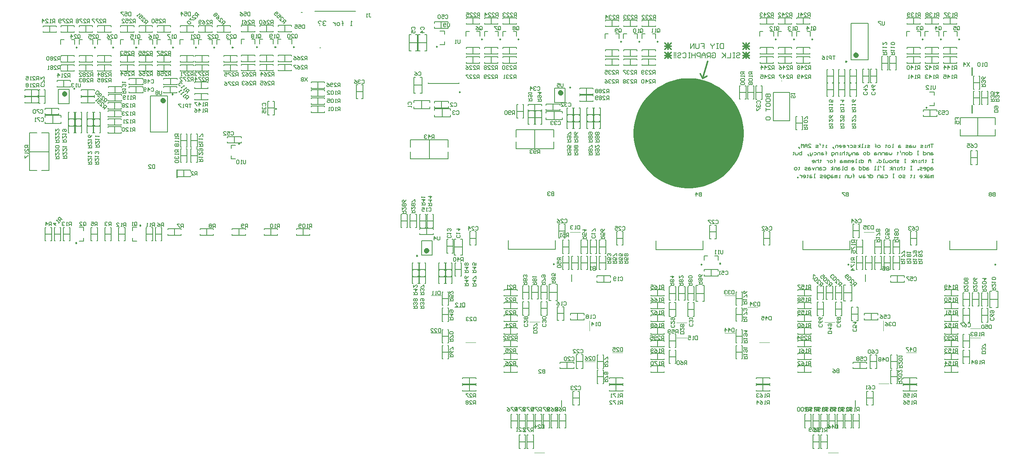
<source format=gbo>
G04*
G04 #@! TF.GenerationSoftware,Altium Limited,Altium Designer,24.3.1 (35)*
G04*
G04 Layer_Color=37055*
%FSLAX25Y25*%
%MOIN*%
G70*
G04*
G04 #@! TF.SameCoordinates,03FD84D8-87D8-4BCB-B200-23DCDFDCD728*
G04*
G04*
G04 #@! TF.FilePolarity,Positive*
G04*
G01*
G75*
%ADD10C,0.00984*%
%ADD11C,0.02362*%
%ADD12C,0.00787*%
%ADD15C,0.01000*%
%ADD16C,0.00591*%
%ADD17C,0.00394*%
%ADD18C,0.01181*%
G36*
X584297Y326480D02*
X587964Y325900D01*
X591574Y325033D01*
X595105Y323886D01*
X598535Y322465D01*
X601842Y320780D01*
X605008Y318840D01*
X608011Y316658D01*
X610834Y314247D01*
X613459Y311622D01*
X615870Y308799D01*
X618052Y305795D01*
X619992Y302630D01*
X621678Y299322D01*
X623098Y295892D01*
X624246Y292361D01*
X625112Y288752D01*
X625693Y285085D01*
X625984Y281384D01*
Y279528D01*
Y277671D01*
X625693Y273970D01*
X625112Y270304D01*
X624246Y266694D01*
X623098Y263163D01*
X621678Y259733D01*
X619992Y256425D01*
X618052Y253260D01*
X615870Y250256D01*
X613459Y247433D01*
X610834Y244808D01*
X608011Y242397D01*
X605008Y240215D01*
X601842Y238276D01*
X598535Y236590D01*
X595105Y235169D01*
X591574Y234022D01*
X587964Y233155D01*
X584297Y232575D01*
X580596Y232283D01*
X576884D01*
X573183Y232575D01*
X569516Y233155D01*
X565906Y234022D01*
X562376Y235169D01*
X558946Y236590D01*
X555638Y238276D01*
X552472Y240215D01*
X549469Y242397D01*
X546646Y244808D01*
X544021Y247433D01*
X541610Y250256D01*
X539428Y253260D01*
X537488Y256425D01*
X535803Y259733D01*
X534382Y263163D01*
X533235Y266694D01*
X532368Y270304D01*
X531787Y273970D01*
X531496Y277671D01*
Y279528D01*
Y281384D01*
X531787Y285085D01*
X532368Y288752D01*
X533235Y292361D01*
X534382Y295892D01*
X535803Y299322D01*
X537488Y302630D01*
X539428Y305795D01*
X541610Y308799D01*
X544021Y311622D01*
X546646Y314247D01*
X549469Y316658D01*
X552472Y318840D01*
X555638Y320780D01*
X558946Y322465D01*
X562376Y323886D01*
X565906Y325033D01*
X569516Y325900D01*
X573183Y326480D01*
X576884Y326772D01*
X580596D01*
X584297Y326480D01*
D02*
G37*
D10*
X346063Y174409D02*
X345325Y174836D01*
Y173983D01*
X346063Y174409D01*
X606004Y167717D02*
X605266Y168143D01*
Y167290D01*
X606004Y167717D01*
X51968Y317913D02*
X51230Y318340D01*
Y317487D01*
X51968Y317913D01*
X53642Y185433D02*
X52903Y185859D01*
Y185007D01*
X53642Y185433D01*
X108760Y200394D02*
X108022Y200820D01*
Y199968D01*
X108760Y200394D01*
X193405Y270866D02*
X192667Y271292D01*
Y270440D01*
X193405Y270866D01*
X136516Y313189D02*
X135777Y313615D01*
Y312763D01*
X136516Y313189D01*
X54035Y353346D02*
X53297Y353773D01*
Y352920D01*
X54035Y353346D01*
X69784D02*
X69045Y353773D01*
Y352920D01*
X69784Y353346D01*
X85532D02*
X84793Y353773D01*
Y352920D01*
X85532Y353346D01*
X105217D02*
X104478Y353773D01*
Y352920D01*
X105217Y353346D01*
X120965D02*
X120226Y353773D01*
Y352920D01*
X120965Y353346D01*
X136713D02*
X135974Y353773D01*
Y352920D01*
X136713Y353346D01*
X156398D02*
X155659Y353773D01*
Y352920D01*
X156398Y353346D01*
X172146D02*
X171407Y353773D01*
Y352920D01*
X172146Y353346D01*
X187894D02*
X187155Y353773D01*
Y352920D01*
X187894Y353346D01*
X208835Y353697D02*
X208096Y354123D01*
Y353271D01*
X208835Y353697D01*
X224583D02*
X223845Y354123D01*
Y353271D01*
X224583Y353697D01*
X240331D02*
X239593Y354123D01*
Y353271D01*
X240331Y353697D01*
X225035Y300609D02*
X224297Y301036D01*
Y300183D01*
X225035Y300609D01*
X477362Y318898D02*
X476624Y319324D01*
Y318471D01*
X477362Y318898D01*
X433171Y360236D02*
X432433Y360662D01*
Y359810D01*
X433171Y360236D01*
X417423D02*
X416685Y360662D01*
Y359810D01*
X417423Y360236D01*
X401675D02*
X400937Y360662D01*
Y359810D01*
X401675Y360236D01*
X552488Y358268D02*
X551750Y358694D01*
Y357841D01*
X552488Y358268D01*
X536740D02*
X536002Y358694D01*
Y357841D01*
X536740Y358268D01*
X520992D02*
X520254Y358694D01*
Y357841D01*
X520992Y358268D01*
X811122Y360236D02*
X810384Y360662D01*
Y359810D01*
X811122Y360236D01*
X795374D02*
X794636Y360662D01*
Y359810D01*
X795374Y360236D01*
X779626D02*
X778888Y360662D01*
Y359810D01*
X779626Y360236D01*
X685138Y360236D02*
X684400Y360662D01*
Y359810D01*
X685138Y360236D01*
X669390D02*
X668652Y360662D01*
Y359810D01*
X669390Y360236D01*
X653642Y360236D02*
X652904Y360662D01*
Y359810D01*
X653642Y360236D01*
X714272Y341142D02*
X713533Y341568D01*
Y340716D01*
X714272Y341142D01*
X783169Y301575D02*
X782431Y302001D01*
Y301149D01*
X783169Y301575D01*
X842165Y166929D02*
X841427Y167355D01*
Y166503D01*
X842165Y166929D01*
X716181Y166929D02*
X715443Y167355D01*
Y166503D01*
X716181Y166929D01*
X590197D02*
X589459Y167355D01*
Y166503D01*
X590197Y166929D01*
X463465Y167323D02*
X462726Y167749D01*
Y166897D01*
X463465Y167323D01*
X363090Y353937D02*
X362352Y354363D01*
Y353511D01*
X363090Y353937D01*
X382795Y314961D02*
X382057Y315387D01*
Y314534D01*
X382795Y314961D01*
D11*
X354921Y178937D02*
X354477Y179860D01*
X353477Y180088D01*
X352676Y179449D01*
Y178425D01*
X353477Y177786D01*
X354477Y178014D01*
X354921Y178937D01*
X44488Y313386D02*
X44043Y314309D01*
X43044Y314537D01*
X42243Y313898D01*
Y312873D01*
X43044Y312234D01*
X44043Y312462D01*
X44488Y313386D01*
X128937Y307677D02*
X128492Y308601D01*
X127493Y308829D01*
X126692Y308190D01*
Y307165D01*
X127493Y306526D01*
X128492Y306754D01*
X128937Y307677D01*
X469882Y314370D02*
X469437Y315294D01*
X468438Y315522D01*
X467637Y314882D01*
Y313858D01*
X468438Y313219D01*
X469437Y313447D01*
X469882Y314370D01*
X723228Y346654D02*
X722784Y347577D01*
X721784Y347805D01*
X720983Y347166D01*
Y346141D01*
X721784Y345502D01*
X722784Y345730D01*
X723228Y346654D01*
D12*
X263110Y352953D02*
X262323D01*
X263110D01*
X92520Y382874D02*
X91732D01*
X92520D01*
X143701D02*
X142913D01*
X143701D01*
X194882D02*
X194095D01*
X194882D01*
X247319Y383224D02*
X246532D01*
X247319D01*
X257992Y384252D02*
X293189Y384252D01*
X349803Y175000D02*
Y187205D01*
X358858Y175000D02*
Y187205D01*
X349803Y175000D02*
X358858Y175000D01*
X349803Y187205D02*
X358858Y187205D01*
X469587Y44390D02*
X469587Y50394D01*
X721555Y44390D02*
Y50394D01*
X603937Y170472D02*
Y174409D01*
X601181D02*
X603937D01*
X592126Y170472D02*
Y174409D01*
X594882D01*
X38189Y305118D02*
X47244Y305118D01*
X38189Y317323D02*
X47244Y317323D01*
X38189Y305118D02*
Y317323D01*
X47244Y305118D02*
Y317323D01*
X55905Y187008D02*
X59842D01*
Y189764D01*
X55905Y198819D02*
X59842D01*
X59842Y196063D02*
X59842Y198819D01*
X101575Y198819D02*
X105512D01*
X101575Y196063D02*
Y198819D01*
Y187008D02*
X105512D01*
X101575D02*
Y189764D01*
X186221Y257480D02*
Y260236D01*
Y257480D02*
X190157D01*
X186221Y266535D02*
Y269291D01*
X190157D01*
X117126Y280512D02*
X131693D01*
X117126Y311614D02*
X131693D01*
X117126Y280512D02*
Y311614D01*
X131693Y280512D02*
Y311614D01*
X51968Y356102D02*
Y360039D01*
X49213D02*
X51968D01*
X40157Y356102D02*
Y360039D01*
X42913D01*
X67716Y356102D02*
Y360039D01*
X64961D02*
X67716D01*
X55905Y356102D02*
Y360039D01*
X58661D01*
X83465Y356102D02*
Y360039D01*
X80709D02*
X83465D01*
X71653Y356102D02*
Y360039D01*
X74410D01*
X103150Y356102D02*
Y360039D01*
X100394D02*
X103150D01*
X91339Y356102D02*
Y360039D01*
X94095D01*
X118898Y356102D02*
Y360039D01*
X116142D02*
X118898D01*
X107087Y356102D02*
Y360039D01*
X109843D01*
X134646Y356102D02*
Y360039D01*
X131890D02*
X134646D01*
X122835Y356102D02*
Y360039D01*
X125591D01*
X154331Y356102D02*
Y360039D01*
X151575D02*
X154331D01*
X142520Y356102D02*
Y360039D01*
X145276D01*
X170079Y356102D02*
Y360039D01*
X167323D02*
X170079D01*
X158268Y356102D02*
Y360039D01*
X161024D01*
X185827Y356102D02*
Y360039D01*
X183071D02*
X185827D01*
X174016Y356102D02*
Y360039D01*
X176772D01*
X206768Y356453D02*
Y360390D01*
X204012D02*
X206768D01*
X194957Y356453D02*
Y360390D01*
X197713D01*
X222516Y356453D02*
Y360390D01*
X219760D02*
X222516D01*
X210705Y356453D02*
Y360390D01*
X213461D01*
X238264Y356453D02*
Y360390D01*
X235508D02*
X238264D01*
X226453Y356453D02*
Y360390D01*
X229209D01*
X651299Y290158D02*
X665236Y290158D01*
Y314567D01*
X651299Y314567D02*
X665236Y314567D01*
X651299Y290158D02*
Y314567D01*
X463583Y306102D02*
X472638Y306102D01*
X463583Y318307D02*
X472638Y318307D01*
X463583Y306102D02*
Y318307D01*
X472638Y306102D02*
X472638Y318307D01*
X419293Y366929D02*
X422049D01*
X419293Y362992D02*
Y366929D01*
X428349Y366929D02*
X431105Y366929D01*
Y362992D02*
Y366929D01*
X403545D02*
X406301D01*
X403545Y362992D02*
Y366929D01*
X412601D02*
X415356D01*
Y362992D02*
Y366929D01*
X387797D02*
X390553Y366929D01*
X387797Y362992D02*
Y366929D01*
X396852D02*
X399608Y366929D01*
X399608Y362992D02*
X399608Y366929D01*
X550421Y361023D02*
Y364961D01*
X547665Y364961D02*
X550421Y364961D01*
X538610Y361023D02*
Y364961D01*
X541366Y364961D01*
X534673Y361023D02*
Y364961D01*
X531917D02*
X534673D01*
X522862Y361023D02*
Y364961D01*
X525618D01*
X518925Y361023D02*
Y364961D01*
X516169D02*
X518925D01*
X507114Y361023D02*
Y364961D01*
X509870Y364961D01*
X809055Y362992D02*
Y366929D01*
X806299D02*
X809055D01*
X797244Y362992D02*
Y366929D01*
X800000D01*
X793307Y362992D02*
Y366929D01*
X790551D02*
X793307D01*
X781496Y362992D02*
Y366929D01*
X784252D01*
X777559Y362992D02*
Y366929D01*
X774803D02*
X777559D01*
X765748Y362992D02*
Y366929D01*
X768504D01*
X683071Y362992D02*
Y366929D01*
X680315D02*
X683071D01*
X671260Y362992D02*
Y366929D01*
X674016D01*
X667323Y362992D02*
Y366929D01*
X664567D02*
X667323D01*
X655512Y362992D02*
Y366929D01*
X658268Y366929D01*
X651575Y362992D02*
Y366929D01*
X648819D02*
X651575D01*
X639764Y362992D02*
Y366929D01*
X642520Y366929D01*
X718110Y342717D02*
Y373819D01*
X732677Y342717D02*
Y373819D01*
X718110Y342717D02*
X732677D01*
X718110Y373819D02*
X732677D01*
X785433Y303150D02*
X789370D01*
Y305906D01*
X785433Y314961D02*
X789370D01*
Y312205D02*
Y314961D01*
X802756Y179528D02*
Y187205D01*
Y179528D02*
X842913D01*
Y187205D01*
X676772Y179527D02*
Y187205D01*
Y179527D02*
X716929D01*
Y187205D01*
X550787Y179527D02*
Y187205D01*
Y179527D02*
X590945D01*
Y187205D01*
X464213Y179921D02*
Y187598D01*
X424055Y179921D02*
X464213D01*
X424055D02*
Y187598D01*
X369291Y364567D02*
Y367323D01*
X365354D02*
X369291D01*
Y355512D02*
Y358268D01*
X365354Y355512D02*
X369291D01*
X355472Y322441D02*
Y323031D01*
Y322441D02*
X381850Y322441D01*
Y323031D01*
X730217Y152213D02*
Y158217D01*
X478248Y152362D02*
X478248Y158366D01*
X608558Y356462D02*
Y352132D01*
X606394D01*
X605672Y352854D01*
Y355740D01*
X606394Y356462D01*
X608558D01*
X604229D02*
X602786D01*
X603508D01*
Y352132D01*
X604229D01*
X602786D01*
X600621Y356462D02*
Y355740D01*
X599178Y354297D01*
X597735Y355740D01*
Y356462D01*
X599178Y354297D02*
Y352132D01*
X589077Y356462D02*
X591963D01*
Y354297D01*
X590520D01*
X591963D01*
Y352132D01*
X587633Y356462D02*
Y352854D01*
X586912Y352132D01*
X585469D01*
X584747Y352854D01*
Y356462D01*
X583304Y352132D02*
Y356462D01*
X580418Y352132D01*
Y356462D01*
X619742Y347934D02*
X620464Y348655D01*
X621907D01*
X622629Y347934D01*
Y347212D01*
X621907Y346491D01*
X620464D01*
X619742Y345769D01*
Y345047D01*
X620464Y344326D01*
X621907D01*
X622629Y345047D01*
X618299Y348655D02*
X616856D01*
X617578D01*
Y344326D01*
X618299D01*
X616856D01*
X614692Y348655D02*
Y344326D01*
X611805D01*
X610362Y348655D02*
Y344326D01*
Y345769D01*
X607476Y348655D01*
X609641Y346491D01*
X607476Y344326D01*
X598817Y347934D02*
X599539Y348655D01*
X600982D01*
X601704Y347934D01*
Y345047D01*
X600982Y344326D01*
X599539D01*
X598817Y345047D01*
Y346491D01*
X600261D01*
X597374Y344326D02*
Y348655D01*
X595210D01*
X594488Y347934D01*
Y346491D01*
X595210Y345769D01*
X597374D01*
X595931D02*
X594488Y344326D01*
X593045D02*
Y347212D01*
X591602Y348655D01*
X590159Y347212D01*
Y344326D01*
Y346491D01*
X593045D01*
X588716Y344326D02*
Y348655D01*
X586551D01*
X585830Y347934D01*
Y346491D01*
X586551Y345769D01*
X588716D01*
X584386Y348655D02*
Y344326D01*
Y346491D01*
X581500D01*
Y348655D01*
Y344326D01*
X580057Y348655D02*
X578614D01*
X579336D01*
Y344326D01*
X580057D01*
X578614D01*
X573563Y347934D02*
X574285Y348655D01*
X575728D01*
X576449Y347934D01*
Y345047D01*
X575728Y344326D01*
X574285D01*
X573563Y345047D01*
X569234Y347934D02*
X569955Y348655D01*
X571398D01*
X572120Y347934D01*
Y347212D01*
X571398Y346491D01*
X569955D01*
X569234Y345769D01*
Y345047D01*
X569955Y344326D01*
X571398D01*
X572120Y345047D01*
X567791Y345769D02*
Y349377D01*
Y345047D02*
Y344326D01*
X566348Y345769D02*
Y349377D01*
Y345047D02*
Y344326D01*
X788583Y270341D02*
X786484D01*
X787533D01*
Y267193D01*
X785434Y270341D02*
Y267193D01*
Y268767D01*
X784909Y269292D01*
X783860D01*
X783335Y268767D01*
Y267193D01*
X782285D02*
X781236D01*
X781761D01*
Y269292D01*
X782285D01*
X779662Y267193D02*
X778087D01*
X777563Y267718D01*
X778087Y268242D01*
X779137D01*
X779662Y268767D01*
X779137Y269292D01*
X777563D01*
X773364D02*
Y267718D01*
X772840Y267193D01*
X772315Y267718D01*
X771790Y267193D01*
X771265Y267718D01*
Y269292D01*
X769691D02*
X768642D01*
X768117Y268767D01*
Y267193D01*
X769691D01*
X770216Y267718D01*
X769691Y268242D01*
X768117D01*
X767067Y267193D02*
X765493D01*
X764968Y267718D01*
X765493Y268242D01*
X766542D01*
X767067Y268767D01*
X766542Y269292D01*
X764968D01*
X760245D02*
X759196D01*
X758671Y268767D01*
Y267193D01*
X760245D01*
X760770Y267718D01*
X760245Y268242D01*
X758671D01*
X754473Y267193D02*
X753423D01*
X753948D01*
Y270341D01*
X754473D01*
X751324Y267193D02*
X750275D01*
X749750Y267718D01*
Y268767D01*
X750275Y269292D01*
X751324D01*
X751849Y268767D01*
Y267718D01*
X751324Y267193D01*
X748176Y269817D02*
Y269292D01*
X748701D01*
X747651D01*
X748176D01*
Y267718D01*
X747651Y267193D01*
X742403D02*
X741354D01*
X740829Y267718D01*
Y268767D01*
X741354Y269292D01*
X742403D01*
X742928Y268767D01*
Y267718D01*
X742403Y267193D01*
X739255D02*
Y269817D01*
Y268767D01*
X739780D01*
X738730D01*
X739255D01*
Y269817D01*
X738730Y270341D01*
X734007Y267193D02*
X732433D01*
X731908Y267718D01*
X732433Y268242D01*
X733482D01*
X734007Y268767D01*
X733482Y269292D01*
X731908D01*
X730859Y267193D02*
X729809D01*
X730334D01*
Y269292D01*
X730859D01*
X728235Y267193D02*
X727185D01*
X727710D01*
Y270341D01*
X728235D01*
X725611Y267193D02*
Y270341D01*
Y268242D02*
X724037Y269292D01*
X725611Y268242D02*
X724037Y267193D01*
X722462D02*
X720888D01*
X720363Y267718D01*
X720888Y268242D01*
X721938D01*
X722462Y268767D01*
X721938Y269292D01*
X720363D01*
X717215D02*
X718789D01*
X719314Y268767D01*
Y267718D01*
X718789Y267193D01*
X717215D01*
X716165Y269292D02*
Y267193D01*
Y268242D01*
X715640Y268767D01*
X715115Y269292D01*
X714591D01*
X711442Y267193D02*
X712492D01*
X713017Y267718D01*
Y268767D01*
X712492Y269292D01*
X711442D01*
X710917Y268767D01*
Y268242D01*
X713017D01*
X708294Y267193D02*
X709343D01*
X709868Y267718D01*
Y268767D01*
X709343Y269292D01*
X708294D01*
X707769Y268767D01*
Y268242D01*
X709868D01*
X706719Y267193D02*
Y269292D01*
X705145D01*
X704620Y268767D01*
Y267193D01*
X703046Y266668D02*
X702521Y267193D01*
Y267718D01*
X703046D01*
Y267193D01*
X702521D01*
X703046Y266668D01*
X703571Y266143D01*
X697273Y267193D02*
X696224D01*
X696749D01*
Y269292D01*
X697273D01*
X694125Y269817D02*
Y269292D01*
X694650D01*
X693600D01*
X694125D01*
Y267718D01*
X693600Y267193D01*
X691501Y270866D02*
Y269817D01*
X692026Y269292D01*
X689927Y267193D02*
X688352D01*
X687828Y267718D01*
X688352Y268242D01*
X689402D01*
X689927Y268767D01*
X689402Y269292D01*
X687828D01*
X681531Y267193D02*
X683630D01*
X681531Y269292D01*
Y269817D01*
X682055Y270341D01*
X683105D01*
X683630Y269817D01*
X680481Y267193D02*
Y269292D01*
X679431Y270341D01*
X678382Y269292D01*
Y267193D01*
Y268767D01*
X680481D01*
X677332Y267193D02*
Y270341D01*
X676283Y269292D01*
X675233Y270341D01*
Y267193D01*
X673659Y266668D02*
X673134Y267193D01*
Y267718D01*
X673659D01*
Y267193D01*
X673134D01*
X673659Y266668D01*
X674184Y266143D01*
X788058Y263099D02*
X787008D01*
X786484Y262574D01*
Y261000D01*
X788058D01*
X788583Y261525D01*
X788058Y262050D01*
X786484D01*
X785434Y261000D02*
Y263099D01*
X783860D01*
X783335Y262574D01*
Y261000D01*
X780186Y264148D02*
Y261000D01*
X781761D01*
X782285Y261525D01*
Y262574D01*
X781761Y263099D01*
X780186D01*
X775988Y264148D02*
X774939D01*
X775464D01*
Y261000D01*
X775988D01*
X774939D01*
X768117Y264148D02*
Y261000D01*
X769691D01*
X770216Y261525D01*
Y262574D01*
X769691Y263099D01*
X768117D01*
X766542Y261000D02*
X765493D01*
X764968Y261525D01*
Y262574D01*
X765493Y263099D01*
X766542D01*
X767067Y262574D01*
Y261525D01*
X766542Y261000D01*
X763919D02*
Y263099D01*
X762344D01*
X761820Y262574D01*
Y261000D01*
X760245Y264673D02*
Y263624D01*
X760770Y263099D01*
X758146Y263624D02*
Y263099D01*
X758671D01*
X757621D01*
X758146D01*
Y261525D01*
X757621Y261000D01*
X752899Y263099D02*
Y261525D01*
X752374Y261000D01*
X751849Y261525D01*
X751324Y261000D01*
X750800Y261525D01*
Y263099D01*
X749225D02*
X748176D01*
X747651Y262574D01*
Y261000D01*
X749225D01*
X749750Y261525D01*
X749225Y262050D01*
X747651D01*
X746601Y261000D02*
Y263099D01*
X745027D01*
X744502Y262574D01*
Y261000D01*
X743453D02*
Y263099D01*
X741879D01*
X741354Y262574D01*
Y261000D01*
X739780Y263099D02*
X738730D01*
X738205Y262574D01*
Y261000D01*
X739780D01*
X740304Y261525D01*
X739780Y262050D01*
X738205D01*
X731908Y264148D02*
Y261000D01*
X733482D01*
X734007Y261525D01*
Y262574D01*
X733482Y263099D01*
X731908D01*
X730334Y261000D02*
X729284D01*
X728759Y261525D01*
Y262574D01*
X729284Y263099D01*
X730334D01*
X730859Y262574D01*
Y261525D01*
X730334Y261000D01*
X724037Y263099D02*
X722987D01*
X722462Y262574D01*
Y261000D01*
X724037D01*
X724561Y261525D01*
X724037Y262050D01*
X722462D01*
X721413Y261000D02*
Y263099D01*
X719838D01*
X719314Y262574D01*
Y261000D01*
X718264Y263099D02*
Y261525D01*
X717739Y261000D01*
X716165D01*
Y260475D01*
X716690Y259950D01*
X717215D01*
X716165Y261000D02*
Y263099D01*
X714591Y263624D02*
Y263099D01*
X715116D01*
X714066D01*
X714591D01*
Y261525D01*
X714066Y261000D01*
X712492Y264148D02*
Y261000D01*
Y262574D01*
X711967Y263099D01*
X710917D01*
X710393Y262574D01*
Y261000D01*
X709343D02*
X708294D01*
X708818D01*
Y263099D01*
X709343D01*
X706719Y261000D02*
Y263099D01*
X705145D01*
X704620Y262574D01*
Y261000D01*
X702521Y259950D02*
X701996D01*
X701472Y260475D01*
Y263099D01*
X703046D01*
X703571Y262574D01*
Y261525D01*
X703046Y261000D01*
X701472D01*
X696749D02*
Y263624D01*
Y262574D01*
X697273D01*
X696224D01*
X696749D01*
Y263624D01*
X696224Y264148D01*
X694125Y263099D02*
X693075D01*
X692551Y262574D01*
Y261000D01*
X694125D01*
X694650Y261525D01*
X694125Y262050D01*
X692551D01*
X691501Y261000D02*
Y263099D01*
X689927D01*
X689402Y262574D01*
Y261000D01*
X686253Y263099D02*
X687828D01*
X688352Y262574D01*
Y261525D01*
X687828Y261000D01*
X686253D01*
X685204Y263099D02*
Y261525D01*
X684679Y261000D01*
X683105D01*
Y260475D01*
X683630Y259950D01*
X684154D01*
X683105Y261000D02*
Y263099D01*
X681531Y260475D02*
X681006Y261000D01*
Y261525D01*
X681531D01*
Y261000D01*
X681006D01*
X681531Y260475D01*
X682055Y259950D01*
X675758Y264148D02*
Y261000D01*
X674184D01*
X673659Y261525D01*
Y262050D01*
Y262574D01*
X674184Y263099D01*
X675758D01*
X672610D02*
Y261525D01*
X672085Y261000D01*
X670510D01*
Y263099D01*
X668936Y263624D02*
Y263099D01*
X669461D01*
X668411D01*
X668936D01*
Y261525D01*
X668411Y261000D01*
X788583Y257431D02*
X787533D01*
X788058D01*
Y254282D01*
X788583D01*
X787533D01*
X782285Y256906D02*
Y256381D01*
X782810D01*
X781761D01*
X782285D01*
Y254807D01*
X781761Y254282D01*
X780186Y257431D02*
Y254282D01*
Y255857D01*
X779662Y256381D01*
X778612D01*
X778087Y255857D01*
Y254282D01*
X777038D02*
X775988D01*
X776513D01*
Y256381D01*
X777038D01*
X774414Y254282D02*
Y256381D01*
X772840D01*
X772315Y255857D01*
Y254282D01*
X771265D02*
Y257431D01*
Y255332D02*
X769691Y256381D01*
X771265Y255332D02*
X769691Y254282D01*
X764968Y257431D02*
X763919D01*
X764443D01*
Y254282D01*
X764968D01*
X763919D01*
X759196D02*
X757621D01*
X757097Y254807D01*
X757621Y255332D01*
X758671D01*
X759196Y255857D01*
X758671Y256381D01*
X757097D01*
X756047Y257431D02*
Y254282D01*
Y255857D01*
X755522Y256381D01*
X754473D01*
X753948Y255857D01*
Y254282D01*
X752374D02*
X751324D01*
X750800Y254807D01*
Y255857D01*
X751324Y256381D01*
X752374D01*
X752899Y255857D01*
Y254807D01*
X752374Y254282D01*
X749750Y256381D02*
Y254807D01*
X749225Y254282D01*
X747651D01*
Y256381D01*
X746601Y254282D02*
X745552D01*
X746077D01*
Y257431D01*
X746601D01*
X741879D02*
Y254282D01*
X743453D01*
X743978Y254807D01*
Y255857D01*
X743453Y256381D01*
X741879D01*
X740829Y254282D02*
Y254807D01*
X740304D01*
Y254282D01*
X740829D01*
X735057D02*
Y256381D01*
X734007Y257431D01*
X732958Y256381D01*
Y254282D01*
Y255857D01*
X735057D01*
X726660Y257431D02*
Y254282D01*
X728235D01*
X728759Y254807D01*
Y255857D01*
X728235Y256381D01*
X726660D01*
X725611Y254282D02*
X724561D01*
X725086D01*
Y256381D01*
X725611D01*
X722987Y254282D02*
X721938D01*
X722462D01*
Y257431D01*
X722987D01*
X718789Y254282D02*
X719838D01*
X720363Y254807D01*
Y255857D01*
X719838Y256381D01*
X718789D01*
X718264Y255857D01*
Y255332D01*
X720363D01*
X717215Y254282D02*
Y256381D01*
X716690D01*
X716165Y255857D01*
Y254282D01*
Y255857D01*
X715640Y256381D01*
X715115Y255857D01*
Y254282D01*
X714066D02*
Y256381D01*
X713541D01*
X713017Y255857D01*
Y254282D01*
Y255857D01*
X712492Y256381D01*
X711967Y255857D01*
Y254282D01*
X710393Y256381D02*
X709343D01*
X708818Y255857D01*
Y254282D01*
X710393D01*
X710917Y254807D01*
X710393Y255332D01*
X708818D01*
X704096Y254282D02*
Y256906D01*
Y255857D01*
X704620D01*
X703571D01*
X704096D01*
Y256906D01*
X703571Y257431D01*
X701472Y254282D02*
X700422D01*
X699897Y254807D01*
Y255857D01*
X700422Y256381D01*
X701472D01*
X701996Y255857D01*
Y254807D01*
X701472Y254282D01*
X698848Y256381D02*
Y254282D01*
Y255332D01*
X698323Y255857D01*
X697798Y256381D01*
X697273D01*
X692026Y256906D02*
Y256381D01*
X692551D01*
X691501D01*
X692026D01*
Y254807D01*
X691501Y254282D01*
X689927Y257431D02*
Y254282D01*
Y255857D01*
X689402Y256381D01*
X688352D01*
X687828Y255857D01*
Y254282D01*
X685204D02*
X686253D01*
X686778Y254807D01*
Y255857D01*
X686253Y256381D01*
X685204D01*
X684679Y255857D01*
Y255332D01*
X686778D01*
X788058Y250189D02*
X787008D01*
X786484Y249664D01*
Y248090D01*
X788058D01*
X788583Y248614D01*
X788058Y249139D01*
X786484D01*
X784385Y247040D02*
X783860D01*
X783335Y247565D01*
Y250189D01*
X784909D01*
X785434Y249664D01*
Y248614D01*
X784909Y248090D01*
X783335D01*
X780711D02*
X781761D01*
X782285Y248614D01*
Y249664D01*
X781761Y250189D01*
X780711D01*
X780186Y249664D01*
Y249139D01*
X782285D01*
X779137Y248090D02*
X777563D01*
X777038Y248614D01*
X777563Y249139D01*
X778612D01*
X779137Y249664D01*
X778612Y250189D01*
X777038D01*
X775988Y248090D02*
Y248614D01*
X775464D01*
Y248090D01*
X775988D01*
X770216Y251238D02*
X769166D01*
X769691D01*
Y248090D01*
X770216D01*
X769166D01*
X763919Y250713D02*
Y250189D01*
X764443D01*
X763394D01*
X763919D01*
Y248614D01*
X763394Y248090D01*
X761820Y251238D02*
Y248090D01*
Y249664D01*
X761295Y250189D01*
X760245D01*
X759721Y249664D01*
Y248090D01*
X758671D02*
X757621D01*
X758146D01*
Y250189D01*
X758671D01*
X756047Y248090D02*
Y250189D01*
X754473D01*
X753948Y249664D01*
Y248090D01*
X752899D02*
Y251238D01*
Y249139D02*
X751324Y250189D01*
X752899Y249139D02*
X751324Y248090D01*
X746601Y251238D02*
X745552D01*
X746077D01*
Y248090D01*
X746601D01*
X745552D01*
X743453Y251763D02*
Y250713D01*
X743978Y250189D01*
X741879Y248090D02*
X740829D01*
X741354D01*
Y251238D01*
X741879D01*
X739255Y248090D02*
X738205D01*
X738730D01*
Y251238D01*
X739255D01*
X732958Y250189D02*
X731908D01*
X731383Y249664D01*
Y248090D01*
X732958D01*
X733482Y248614D01*
X732958Y249139D01*
X731383D01*
X728235Y251238D02*
Y248090D01*
X729809D01*
X730334Y248614D01*
Y249664D01*
X729809Y250189D01*
X728235D01*
X725086Y251238D02*
Y248090D01*
X726660D01*
X727185Y248614D01*
Y249664D01*
X726660Y250189D01*
X725086D01*
X720363D02*
X719314D01*
X718789Y249664D01*
Y248090D01*
X720363D01*
X720888Y248614D01*
X720363Y249139D01*
X718789D01*
X714591Y251238D02*
Y248090D01*
X713017D01*
X712492Y248614D01*
Y249139D01*
Y249664D01*
X713017Y250189D01*
X714591D01*
X711442Y248090D02*
X710393D01*
X710917D01*
Y251238D01*
X711442D01*
X708294Y250189D02*
X707244D01*
X706719Y249664D01*
Y248090D01*
X708294D01*
X708818Y248614D01*
X708294Y249139D01*
X706719D01*
X705670Y248090D02*
Y250189D01*
X704096D01*
X703571Y249664D01*
Y248090D01*
X702521D02*
Y251238D01*
Y249139D02*
X700947Y250189D01*
X702521Y249139D02*
X700947Y248090D01*
X694125Y250189D02*
X695699D01*
X696224Y249664D01*
Y248614D01*
X695699Y248090D01*
X694125D01*
X692551Y250189D02*
X691501D01*
X690976Y249664D01*
Y248090D01*
X692551D01*
X693075Y248614D01*
X692551Y249139D01*
X690976D01*
X689927Y248090D02*
Y250189D01*
X688352D01*
X687828Y249664D01*
Y248090D01*
X686778Y250189D02*
X685729Y248090D01*
X684679Y250189D01*
X683105D02*
X682055D01*
X681531Y249664D01*
Y248090D01*
X683105D01*
X683630Y248614D01*
X683105Y249139D01*
X681531D01*
X680481Y248090D02*
X678907D01*
X678382Y248614D01*
X678907Y249139D01*
X679956D01*
X680481Y249664D01*
X679956Y250189D01*
X678382D01*
X673659Y250713D02*
Y250189D01*
X674184D01*
X673134D01*
X673659D01*
Y248614D01*
X673134Y248090D01*
X671035D02*
X669986D01*
X669461Y248614D01*
Y249664D01*
X669986Y250189D01*
X671035D01*
X671560Y249664D01*
Y248614D01*
X671035Y248090D01*
X788583Y241372D02*
Y243471D01*
X788058D01*
X787533Y242946D01*
Y241372D01*
Y242946D01*
X787008Y243471D01*
X786484Y242946D01*
Y241372D01*
X784909Y243471D02*
X783860D01*
X783335Y242946D01*
Y241372D01*
X784909D01*
X785434Y241897D01*
X784909Y242421D01*
X783335D01*
X782285Y241372D02*
Y244520D01*
Y242421D02*
X780711Y243471D01*
X782285Y242421D02*
X780711Y241372D01*
X777563D02*
X778612D01*
X779137Y241897D01*
Y242946D01*
X778612Y243471D01*
X777563D01*
X777038Y242946D01*
Y242421D01*
X779137D01*
X772840Y241372D02*
X771790D01*
X772315D01*
Y243471D01*
X772840D01*
X769691Y243996D02*
Y243471D01*
X770216D01*
X769166D01*
X769691D01*
Y241897D01*
X769166Y241372D01*
X764443D02*
X762869D01*
X762344Y241897D01*
X762869Y242421D01*
X763919D01*
X764443Y242946D01*
X763919Y243471D01*
X762344D01*
X760770Y241372D02*
X759721D01*
X759196Y241897D01*
Y242946D01*
X759721Y243471D01*
X760770D01*
X761295Y242946D01*
Y241897D01*
X760770Y241372D01*
X754998Y244520D02*
X753948D01*
X754473D01*
Y241372D01*
X754998D01*
X753948D01*
X747126Y243471D02*
X748701D01*
X749225Y242946D01*
Y241897D01*
X748701Y241372D01*
X747126D01*
X745552Y243471D02*
X744502D01*
X743978Y242946D01*
Y241372D01*
X745552D01*
X746077Y241897D01*
X745552Y242421D01*
X743978D01*
X742928Y241372D02*
Y243471D01*
X741354D01*
X740829Y242946D01*
Y241372D01*
X734532Y244520D02*
Y241372D01*
X736106D01*
X736631Y241897D01*
Y242946D01*
X736106Y243471D01*
X734532D01*
X733482D02*
Y241372D01*
Y242421D01*
X732958Y242946D01*
X732433Y243471D01*
X731908D01*
X729809D02*
X728759D01*
X728235Y242946D01*
Y241372D01*
X729809D01*
X730334Y241897D01*
X729809Y242421D01*
X728235D01*
X727185Y243471D02*
Y241897D01*
X726660Y241372D01*
X726136Y241897D01*
X725611Y241372D01*
X725086Y241897D01*
Y243471D01*
X720363Y241372D02*
Y243996D01*
Y242946D01*
X720888D01*
X719838D01*
X720363D01*
Y243996D01*
X719838Y244520D01*
X718264Y243471D02*
Y241897D01*
X717739Y241372D01*
X716165D01*
Y243471D01*
X715116Y241372D02*
Y243471D01*
X713541D01*
X713017Y242946D01*
Y241372D01*
X708818D02*
X707769D01*
X708294D01*
Y243471D01*
X708818D01*
X706194Y241372D02*
Y243471D01*
X705670D01*
X705145Y242946D01*
Y241372D01*
Y242946D01*
X704620Y243471D01*
X704096Y242946D01*
Y241372D01*
X702521Y243471D02*
X701472D01*
X700947Y242946D01*
Y241372D01*
X702521D01*
X703046Y241897D01*
X702521Y242421D01*
X700947D01*
X698848Y240322D02*
X698323D01*
X697798Y240847D01*
Y243471D01*
X699373D01*
X699897Y242946D01*
Y241897D01*
X699373Y241372D01*
X697798D01*
X695175D02*
X696224D01*
X696749Y241897D01*
Y242946D01*
X696224Y243471D01*
X695175D01*
X694650Y242946D01*
Y242421D01*
X696749D01*
X693600Y241372D02*
X692026D01*
X691501Y241897D01*
X692026Y242421D01*
X693075D01*
X693600Y242946D01*
X693075Y243471D01*
X691501D01*
X687303Y241372D02*
X686253D01*
X686778D01*
Y244520D01*
X687303D01*
X684154Y243471D02*
X683105D01*
X682580Y242946D01*
Y241372D01*
X684154D01*
X684679Y241897D01*
X684154Y242421D01*
X682580D01*
X681006Y243996D02*
Y243471D01*
X681531D01*
X680481D01*
X681006D01*
Y241897D01*
X680481Y241372D01*
X677332D02*
X678382D01*
X678907Y241897D01*
Y242946D01*
X678382Y243471D01*
X677332D01*
X676808Y242946D01*
Y242421D01*
X678907D01*
X675758Y243471D02*
Y241372D01*
Y242421D01*
X675233Y242946D01*
X674709Y243471D01*
X674184D01*
X672610Y241372D02*
Y241897D01*
X672085D01*
Y241372D01*
X672610D01*
X290022Y372048D02*
X288710D01*
X289366D01*
Y375984D01*
X290022Y375328D01*
X282150Y372048D02*
Y375328D01*
Y374016D01*
X282806D01*
X281494D01*
X282150D01*
Y375328D01*
X281494Y375984D01*
X278870Y372048D02*
X277558D01*
X276903Y372704D01*
Y374016D01*
X277558Y374672D01*
X278870D01*
X279526Y374016D01*
Y372704D01*
X278870Y372048D01*
X275590Y374672D02*
Y372048D01*
Y373360D01*
X274935Y374016D01*
X274279Y374672D01*
X273623D01*
X267719Y375328D02*
X267063Y375984D01*
X265751D01*
X265095Y375328D01*
Y374672D01*
X265751Y374016D01*
X266407D01*
X265751D01*
X265095Y373360D01*
Y372704D01*
X265751Y372048D01*
X267063D01*
X267719Y372704D01*
X263783Y375328D02*
X263127Y375984D01*
X261816D01*
X261159Y375328D01*
Y374672D01*
X262471Y373360D01*
Y372704D02*
Y372048D01*
X644883Y313189D02*
X648819D01*
Y311221D01*
X648163Y310565D01*
X647507D01*
X646851Y311221D01*
Y313189D01*
Y311221D01*
X646195Y310565D01*
X645539D01*
X644883Y311221D01*
Y313189D01*
Y307285D02*
Y308597D01*
X645539Y309253D01*
X648163D01*
X648819Y308597D01*
Y307285D01*
X648163Y306629D01*
X645539D01*
X644883Y307285D01*
Y303350D02*
Y304661D01*
X645539Y305317D01*
X648163D01*
X648819Y304661D01*
Y303350D01*
X648163Y302694D01*
X645539D01*
X644883Y303350D01*
Y301382D02*
Y298758D01*
Y300070D01*
X648819D01*
X645539Y293510D02*
X644883Y292854D01*
Y291542D01*
X645539Y290886D01*
X648163D01*
X648819Y291542D01*
Y292854D01*
X648163Y293510D01*
X645539D01*
D15*
X139764Y241732D02*
Y248425D01*
X821850Y329331D02*
X821850Y336024D01*
X821850Y296850D02*
X821850Y303543D01*
D16*
X722638Y176378D02*
Y187795D01*
Y176378D02*
X723394D01*
X722638Y187795D02*
X723394D01*
X728150Y176378D02*
Y187795D01*
X727394D02*
X728150D01*
X722638Y182087D02*
X728150D01*
X727394Y176378D02*
X728150D01*
X347638Y162008D02*
X348394Y162008D01*
X347638Y156299D02*
X353150Y156299D01*
X347638Y150591D02*
X348394Y150591D01*
X347638Y150591D02*
Y162008D01*
X352394Y150591D02*
X353150Y150591D01*
X352394Y162008D02*
X353150Y162008D01*
Y150591D02*
Y162008D01*
X352394Y156890D02*
X353150Y156890D01*
X347638Y162598D02*
X353150D01*
X352394Y168307D02*
X353150Y168307D01*
Y156890D02*
Y168307D01*
X347638Y168307D02*
X348394Y168307D01*
X347638Y156890D02*
X348394Y156890D01*
X347638Y156890D02*
Y168307D01*
X341732Y168307D02*
X342488Y168307D01*
X341732Y162598D02*
X347244D01*
X341732Y156890D02*
X342488Y156890D01*
X341732Y156890D02*
Y168307D01*
X346488Y156890D02*
X347244D01*
X346488Y168307D02*
X347244Y168307D01*
X347244Y156890D01*
X341732Y162008D02*
X342488Y162008D01*
X341732Y156299D02*
X347244Y156299D01*
X341732Y150591D02*
X342488D01*
X341732D02*
Y162008D01*
X346488Y150591D02*
X347244Y150591D01*
X346488Y162008D02*
X347244Y162008D01*
X347244Y150591D02*
X347244Y162008D01*
X364370Y168307D02*
X365126Y168307D01*
X364370Y162598D02*
X369882D01*
X364370Y156890D02*
X365126Y156890D01*
X364370Y168307D02*
X364370Y156890D01*
X369126Y156890D02*
X369882Y156890D01*
X369126Y168307D02*
X369882Y168307D01*
X369882Y156890D02*
X369882Y168307D01*
X364370Y162008D02*
X365126D01*
X364370Y156299D02*
X369882D01*
X364370Y150591D02*
X365126D01*
X364370D02*
Y162008D01*
X369126Y150591D02*
X369882D01*
X369126Y162008D02*
X369882D01*
Y150591D02*
Y162008D01*
X370276D02*
X371031D01*
X370276Y156299D02*
X375787D01*
X370276Y150591D02*
X371031D01*
X370276D02*
Y162008D01*
X375031Y150591D02*
X375787D01*
X375031Y162008D02*
X375787D01*
X375787Y150591D02*
X375787Y162008D01*
X375031Y156890D02*
X375787Y156890D01*
X370276Y162598D02*
X375787D01*
X375031Y168307D02*
X375787Y168307D01*
Y156890D02*
Y168307D01*
X370276D02*
X371031Y168307D01*
X370276Y156890D02*
X371031D01*
X370276D02*
X370276Y168307D01*
X383858Y156890D02*
Y168307D01*
X383102Y168307D02*
X383858Y168307D01*
X383102Y156890D02*
X383858Y156890D01*
X378346D02*
Y168307D01*
Y156890D02*
X379102Y156890D01*
X378346Y162598D02*
X383858D01*
X378346Y168307D02*
X379102Y168307D01*
X331890Y210039D02*
X332646Y210039D01*
X331890Y204331D02*
X337402D01*
X331890Y198622D02*
X332646Y198622D01*
X331890Y198622D02*
Y210039D01*
X336646Y198622D02*
X337402Y198622D01*
X336646Y210039D02*
X337402D01*
Y198622D02*
Y210039D01*
X339764Y210039D02*
X340520D01*
X339764Y204331D02*
X345276D01*
X339764Y198622D02*
X340520Y198622D01*
X339764Y198622D02*
Y210039D01*
X344520Y198622D02*
X345276Y198622D01*
X344520Y210039D02*
X345276Y210039D01*
X345276Y198622D01*
X352787Y198622D02*
X353543Y198622D01*
X348031Y204331D02*
X353543D01*
X352787Y210039D02*
X353543Y210039D01*
Y198622D02*
Y210039D01*
X348031D02*
X348787Y210039D01*
X348031Y198622D02*
X348787Y198622D01*
X348031Y198622D02*
Y210039D01*
X353937Y192520D02*
Y198031D01*
X348031Y192520D02*
Y193701D01*
Y192520D02*
X359842D01*
Y193701D01*
X348031Y198031D02*
X348031Y196850D01*
X359842D02*
X359842Y198031D01*
X348031D02*
X359842D01*
X359087Y198622D02*
X359842Y198622D01*
X354331Y204331D02*
X359842D01*
X359087Y210039D02*
X359842Y210039D01*
Y198622D02*
Y210039D01*
X354331D02*
X355087Y210039D01*
X354331Y198622D02*
X355087Y198622D01*
X354331Y198622D02*
Y210039D01*
X371260Y182677D02*
X376772D01*
X371260Y188583D02*
X372441Y188583D01*
X371260Y176772D02*
X371260Y188583D01*
X371260Y176772D02*
X372441Y176772D01*
X375591Y188583D02*
X376772Y188583D01*
X375591Y176772D02*
X376772D01*
Y188583D01*
X377559Y181890D02*
X384646D01*
X383071Y188779D02*
X384646Y188779D01*
Y175000D02*
Y188779D01*
X383071Y175000D02*
X384646Y175000D01*
X377559Y175000D02*
X379134D01*
X377559D02*
Y188779D01*
X379134Y188779D01*
X506921Y162598D02*
X507677D01*
X502165Y168307D02*
X507677D01*
X506921Y174016D02*
X507677Y174016D01*
Y162598D02*
Y174016D01*
X502165D02*
X502921Y174016D01*
X502165Y162598D02*
X502921D01*
X502165D02*
Y174016D01*
X494291D02*
X495047Y174016D01*
X494291Y168307D02*
X499803D01*
X494291Y162598D02*
X495047D01*
X494291D02*
Y174016D01*
X499047Y162598D02*
X499803D01*
X499047Y174016D02*
X499803Y174016D01*
Y162598D02*
Y174016D01*
X486417D02*
X487173D01*
X486417Y168307D02*
X491929D01*
X486417Y162598D02*
X487173D01*
X486417D02*
Y174016D01*
X491173Y162598D02*
X491929D01*
X491173Y174016D02*
X491929Y174016D01*
Y162598D02*
Y174016D01*
X483299Y162598D02*
X484055D01*
X478543Y168307D02*
X484055D01*
X483299Y174016D02*
X484055Y174016D01*
Y162598D02*
Y174016D01*
X478543D02*
X479299Y174016D01*
X478543Y162598D02*
X479299D01*
X478543D02*
Y174016D01*
X730512Y162598D02*
Y174016D01*
Y162598D02*
X731268D01*
X730512Y174016D02*
X731268D01*
X736024Y162598D02*
Y174016D01*
X735268D02*
X736024D01*
X730512Y168307D02*
X736024D01*
X735268Y162598D02*
X736024D01*
X743898Y174016D02*
X743898Y162598D01*
X743142Y174016D02*
X743898Y174016D01*
X743142Y162598D02*
X743898D01*
X738386D02*
Y174016D01*
Y162598D02*
X739142Y162598D01*
X738386Y168307D02*
X743898D01*
X738386Y174016D02*
X739142Y174016D01*
X751772Y162598D02*
Y174016D01*
X751016D02*
X751772D01*
X751016Y162598D02*
X751772D01*
X746260D02*
Y174016D01*
Y162598D02*
X747016D01*
X746260Y168307D02*
X751772D01*
X746260Y174016D02*
X747016D01*
X754134Y162598D02*
Y174016D01*
Y162598D02*
X754890D01*
X754134Y174016D02*
X754890D01*
X759646Y162598D02*
Y174016D01*
X758890D02*
X759646D01*
X754134Y168307D02*
X759646D01*
X758890Y162598D02*
X759646D01*
X475425D02*
X476181D01*
X470669Y168307D02*
X476181Y168307D01*
X475425Y174016D02*
X476181Y174016D01*
Y162598D02*
Y174016D01*
X470669D02*
X471425Y174016D01*
X470669Y162598D02*
X471425D01*
X470669D02*
Y174016D01*
X722638Y162598D02*
Y174016D01*
Y162598D02*
X723394D01*
X722638Y174016D02*
X723394D01*
X728150Y162598D02*
Y174016D01*
X727394D02*
X728150D01*
X722638Y168307D02*
X728150D01*
X727394Y162598D02*
X728150D01*
X486417Y187795D02*
X487173D01*
X486417Y182087D02*
X491929D01*
X486417Y176378D02*
X487173D01*
X486417D02*
Y187795D01*
X491173Y176378D02*
X491929D01*
X491173Y187795D02*
X491929D01*
Y176378D02*
Y187795D01*
X494291Y182087D02*
X499803D01*
X498622Y176181D02*
X499803D01*
Y187992D01*
X498622D02*
X499803D01*
X494291Y176181D02*
X495472D01*
X494291Y187992D02*
X495472D01*
X494291Y176181D02*
Y187992D01*
X502165Y187795D02*
X502921Y187795D01*
X502165Y182087D02*
X507677Y182087D01*
X502165Y176378D02*
X502921D01*
X502165D02*
Y187795D01*
X506921Y176378D02*
X507677D01*
X506921Y187795D02*
X507677Y187795D01*
Y176378D02*
Y187795D01*
X743898Y176378D02*
Y187795D01*
X743142D02*
X743898D01*
X743142Y176378D02*
X743898D01*
X738386D02*
Y187795D01*
Y176378D02*
X739142D01*
X738386Y182087D02*
X743898D01*
X738386Y187795D02*
X739142D01*
X746260Y176181D02*
Y187992D01*
X747441D01*
X746260Y176181D02*
X747441D01*
X750591Y187992D02*
X751772D01*
Y176181D02*
Y187992D01*
X750591Y176181D02*
X751772D01*
X746260Y182087D02*
X751772D01*
X759646Y176378D02*
X759646Y187795D01*
X758890Y187795D02*
X759646Y187795D01*
X758890Y176378D02*
X759646Y176378D01*
X754134D02*
Y187795D01*
Y176378D02*
X754890Y176378D01*
X754134Y182087D02*
X759646D01*
X754134Y187795D02*
X754890Y187795D01*
X751968Y157283D02*
X763779D01*
X763779Y156102D02*
X763779Y157283D01*
X751968Y156102D02*
Y157283D01*
X763779Y152953D02*
X763779Y151772D01*
X751968D02*
X763779D01*
X751968D02*
Y152953D01*
X757874Y151772D02*
Y157283D01*
X505905Y151772D02*
Y157283D01*
X500000Y151772D02*
Y152953D01*
Y151772D02*
X511811D01*
Y152953D01*
X500000Y156102D02*
Y157283D01*
X511811Y156102D02*
Y157283D01*
X500000D02*
X511811D01*
X466142Y118898D02*
Y130709D01*
X467323D01*
X466142Y118898D02*
X467323D01*
X470472Y130709D02*
X471654D01*
Y118898D02*
Y130709D01*
X470472Y118898D02*
X471654D01*
X466142Y124803D02*
X471654D01*
X483268Y119291D02*
Y124803D01*
X489173Y123622D02*
Y124803D01*
X477362D02*
X489173D01*
X477362Y123622D02*
Y124803D01*
X489173Y119291D02*
Y120472D01*
X477362Y119291D02*
Y120472D01*
Y119291D02*
X489173D01*
X500228Y76181D02*
X500984D01*
X500228Y70472D02*
X505740D01*
X500228Y64764D02*
X500984D01*
X500228D02*
Y76181D01*
X504984Y64764D02*
X505740D01*
X504984Y76181D02*
X505740D01*
Y64764D02*
Y76181D01*
X500228Y89173D02*
X500984D01*
X500228Y83465D02*
X505740D01*
X500228Y77756D02*
X500984D01*
X500228D02*
Y89173D01*
X504984Y77756D02*
X505740D01*
X504984Y89173D02*
X505740D01*
Y77756D02*
Y89173D01*
X482480Y83661D02*
X487992D01*
X482480Y89567D02*
X483661D01*
X482480Y77756D02*
Y89567D01*
Y77756D02*
X483661D01*
X486811Y89567D02*
X487992D01*
X486811Y77756D02*
X487992D01*
Y89567D01*
X474409Y77559D02*
Y83071D01*
X480315Y81890D02*
Y83071D01*
X468504D02*
X480315D01*
X468504Y81890D02*
Y83071D01*
X480315Y77559D02*
Y78740D01*
X468504Y77559D02*
Y78740D01*
Y77559D02*
X480315D01*
X479528Y52165D02*
X485039D01*
X479528Y58071D02*
X480709D01*
X479528Y46260D02*
Y58071D01*
Y46260D02*
X480709D01*
X483858Y58071D02*
X485039D01*
X483858Y46260D02*
X485039D01*
Y58071D01*
X737008Y46260D02*
Y58071D01*
X735827Y46260D02*
X737008D01*
X735827Y58071D02*
X737008D01*
X731496Y46260D02*
X732677D01*
X731496D02*
Y58071D01*
X732677D01*
X731496Y52165D02*
X737008D01*
X757709Y64764D02*
Y76181D01*
X756953Y76181D02*
X757709Y76181D01*
X756953Y64764D02*
X757709Y64764D01*
X752197D02*
Y76181D01*
Y64764D02*
X752953Y64764D01*
X752197Y70472D02*
X757709D01*
X752197Y76181D02*
X752953Y76181D01*
X757709Y77756D02*
Y89173D01*
X756953D02*
X757709D01*
X756953Y77756D02*
X757709Y77756D01*
X752197D02*
Y89173D01*
Y77756D02*
X752953Y77756D01*
X752197Y83465D02*
X757709D01*
X752197Y89173D02*
X752953D01*
X719685Y77559D02*
X731496D01*
X719685D02*
Y78740D01*
X731496Y77559D02*
Y78740D01*
X719685Y81890D02*
Y83071D01*
X731496D01*
Y81890D02*
Y83071D01*
X725591Y77559D02*
Y83071D01*
X739961Y77559D02*
Y89370D01*
X738779Y77559D02*
X739961D01*
X738779Y89370D02*
X739961D01*
X734449Y77559D02*
X735630D01*
X734449D02*
Y89370D01*
X735630D01*
X734449Y83465D02*
X739961D01*
X729331Y119291D02*
X741142D01*
X729331D02*
Y120472D01*
X741142Y119291D02*
Y120472D01*
X729331Y123622D02*
Y124803D01*
X741142D01*
Y123622D02*
Y124803D01*
X735236Y119291D02*
Y124803D01*
X624803Y85827D02*
Y97244D01*
X624047Y97244D02*
X624803Y97244D01*
X624047Y85827D02*
X624803Y85827D01*
X619291D02*
Y97244D01*
Y85827D02*
X620047Y85827D01*
X619291Y91535D02*
X624803D01*
X619291Y97244D02*
X620047Y97244D01*
X624803Y99606D02*
Y111024D01*
X624047D02*
X624803D01*
X624047Y99606D02*
X624803Y99606D01*
X619291D02*
Y111024D01*
Y99606D02*
X620047Y99606D01*
X619291Y105315D02*
X624803D01*
X619291Y111024D02*
X620047D01*
X624812Y118278D02*
Y129695D01*
X624056D02*
X624812D01*
X624056Y118278D02*
X624812D01*
X619300D02*
Y129695D01*
Y118278D02*
X620056D01*
X619300Y123986D02*
X624812D01*
X619300Y129695D02*
X620056D01*
X624803Y131890D02*
Y143307D01*
X624047D02*
X624803D01*
X624047Y131890D02*
X624803D01*
X619291D02*
Y143307D01*
Y131890D02*
X620047D01*
X619291Y137598D02*
X624803D01*
X619291Y143307D02*
X620047D01*
X567717Y81890D02*
Y93307D01*
X566961D02*
X567717D01*
X566961Y81890D02*
X567717D01*
X562205D02*
Y93307D01*
Y81890D02*
X562961D01*
X562205Y87598D02*
X567717D01*
X562205Y93307D02*
X562961D01*
X567717Y95669D02*
Y107087D01*
X566961D02*
X567717D01*
X566961Y95669D02*
X567717D01*
X562205D02*
Y107087D01*
Y95669D02*
X562961D01*
X562205Y101378D02*
X567717D01*
X562205Y107087D02*
X562961D01*
X762795Y59024D02*
X762795Y58268D01*
X768504D02*
Y63779D01*
X774213Y58268D02*
X774213Y59024D01*
X762795Y58268D02*
X774213D01*
Y63024D02*
Y63779D01*
X762795Y63024D02*
X762795Y63779D01*
X774213Y63779D01*
X762795Y64173D02*
Y64929D01*
X768504Y64173D02*
Y69685D01*
X774213Y64173D02*
Y64929D01*
X762795Y64173D02*
X774213D01*
Y68929D02*
Y69685D01*
X762795Y68929D02*
Y69685D01*
X774213D01*
X636811Y59024D02*
X636811Y58268D01*
X642520D02*
Y63779D01*
X648228Y58268D02*
X648228Y59024D01*
X636811Y58268D02*
X648228D01*
Y63779D02*
X648228Y63024D01*
X636811Y63024D02*
X636811Y63779D01*
X648228D01*
X636811Y64929D02*
X636811Y64173D01*
X642520D02*
Y69685D01*
X648228Y64173D02*
X648228Y64929D01*
X636811Y64173D02*
X648228D01*
Y69685D02*
X648228Y68929D01*
X636811Y68929D02*
X636811Y69685D01*
X648228D01*
X384842Y63779D02*
X396260D01*
X384842Y63024D02*
Y63779D01*
X396260Y63024D02*
Y63779D01*
X384842Y58268D02*
X396260D01*
Y59024D01*
X390551Y58268D02*
Y63779D01*
X384842Y58268D02*
Y59024D01*
Y69685D02*
X396260D01*
X384842Y68929D02*
Y69685D01*
X396260Y68929D02*
Y69685D01*
X384842Y64173D02*
X396260D01*
Y64929D01*
X390551Y64173D02*
Y69685D01*
X384842Y64173D02*
Y64929D01*
X510827Y63779D02*
X522244D01*
X510827Y63024D02*
Y63779D01*
X522244Y63024D02*
Y63779D01*
X510827Y58268D02*
X522244D01*
Y59024D01*
X516535Y63779D02*
X516535Y58268D01*
X510827Y58268D02*
Y59024D01*
Y69685D02*
X522244D01*
X510827Y68929D02*
Y69685D01*
X522244Y68929D02*
Y69685D01*
X510827Y64173D02*
X522244D01*
Y64929D01*
X516535Y64173D02*
Y69685D01*
X510827Y64173D02*
Y64929D01*
X367323Y97244D02*
X368079D01*
X367323Y91535D02*
X372835D01*
X367323Y85827D02*
X368079D01*
X367323D02*
Y97244D01*
X372079Y85827D02*
X372835D01*
X372079Y97244D02*
X372835D01*
Y85827D02*
Y97244D01*
X367323Y111024D02*
X368079D01*
X367323Y105315D02*
X372835D01*
X367323Y99606D02*
X368079D01*
X367323D02*
Y111024D01*
X372079Y99606D02*
X372835D01*
X372079Y111024D02*
X372835D01*
Y99606D02*
Y111024D01*
X367323Y129527D02*
X368079D01*
X367323Y123819D02*
X372835D01*
X367323Y118110D02*
X368079D01*
X367323D02*
Y129527D01*
X372079Y118110D02*
X372835D01*
X372079Y129527D02*
X372835D01*
Y118110D02*
Y129527D01*
X367323Y143307D02*
X368079D01*
X367323Y137598D02*
X372835D01*
X367323Y131890D02*
X368079D01*
X367323D02*
Y143307D01*
X372079Y131890D02*
X372835D01*
X372079Y143307D02*
X372835D01*
Y131890D02*
Y143307D01*
X441732Y123228D02*
Y135039D01*
X440551Y123228D02*
X441732D01*
X440551Y135039D02*
X441732D01*
X436221Y123228D02*
X437402D01*
X436221D02*
Y135039D01*
X437402D01*
X436221Y129134D02*
X441732D01*
X457480Y123228D02*
Y135039D01*
X456299Y123228D02*
X457480D01*
X456299Y135039D02*
X457480D01*
X451968Y123228D02*
X453150D01*
X451968D02*
Y135039D01*
X453150D01*
X451968Y129134D02*
X457480D01*
X567717Y122441D02*
Y134252D01*
X566535Y122441D02*
X567717D01*
X566535Y134252D02*
X567717D01*
X562205Y122441D02*
X563386D01*
X562205D02*
Y134252D01*
X563386D01*
X562205Y128347D02*
X567717D01*
X583465Y122441D02*
Y134252D01*
X582283Y122441D02*
X583465D01*
X582283Y134252D02*
X583465D01*
X577953Y122441D02*
X579134D01*
X577953D02*
Y134252D01*
X579134D01*
X577953Y128347D02*
X583465D01*
X688937Y128740D02*
X694449D01*
X688937Y134646D02*
X690118D01*
X688937Y122835D02*
Y134646D01*
Y122835D02*
X690118D01*
X693268Y134646D02*
X694449D01*
X693268Y122835D02*
X694449D01*
Y134646D01*
X704685Y128740D02*
X710197D01*
X704685Y134646D02*
X705866D01*
X704685Y122835D02*
Y134646D01*
Y122835D02*
X705866D01*
X709016Y134646D02*
X710197D01*
X709016Y122835D02*
X710197D01*
Y134646D01*
X718504Y124409D02*
X724016D01*
X722835Y118504D02*
X724016D01*
Y130315D01*
X722835D02*
X724016D01*
X718504Y118504D02*
X719685D01*
X718504Y130315D02*
X719685D01*
X718504Y118504D02*
Y130315D01*
X436221Y137205D02*
Y148622D01*
Y137205D02*
X436976D01*
X436221Y148622D02*
X436976D01*
X441732Y137205D02*
Y148622D01*
X440976D02*
X441732D01*
X436221Y142913D02*
X441732D01*
X440976Y137205D02*
X441732D01*
X444095D02*
Y148622D01*
Y137205D02*
X444850D01*
X444095Y148622D02*
X444850D01*
X449606Y137205D02*
Y148622D01*
X448850D02*
X449606D01*
X444095Y142913D02*
X449606D01*
X448850Y137205D02*
X449606D01*
X459055Y142913D02*
X466141D01*
X464567Y149803D02*
X466141D01*
Y136023D02*
Y149803D01*
X464567Y136023D02*
X466141D01*
X459055D02*
X460630D01*
X459055D02*
Y149803D01*
X460630D01*
X451968Y137205D02*
Y148622D01*
Y137205D02*
X452724D01*
X451968Y148622D02*
X452724D01*
X457480Y137205D02*
Y148622D01*
X456724D02*
X457480D01*
X451968Y142913D02*
X457480D01*
X456724Y137205D02*
X457480D01*
X562205Y136417D02*
Y147835D01*
Y136417D02*
X562961D01*
X562205Y147835D02*
X562961D01*
X567717Y136417D02*
Y147835D01*
X566961D02*
X567717D01*
X562205Y142126D02*
X567717D01*
X566961Y136417D02*
X567717D01*
X570079D02*
Y147835D01*
Y136417D02*
X570835D01*
X570079Y147835D02*
X570835D01*
X575591Y136417D02*
Y147835D01*
X574835D02*
X575591D01*
X570079Y142126D02*
X575591D01*
X574835Y136417D02*
X575591D01*
X577953D02*
Y147835D01*
Y136417D02*
X578709D01*
X577953Y147835D02*
X578709D01*
X583465Y136417D02*
Y147835D01*
X582709D02*
X583465D01*
X577953Y142126D02*
X583465D01*
X582709Y136417D02*
X583465D01*
X585039Y142126D02*
X592126D01*
X590551Y149015D02*
X592126D01*
Y135236D02*
Y149015D01*
X590551Y135236D02*
X592126D01*
X585039D02*
X586614D01*
X585039D02*
Y149015D01*
X586614D01*
X693693Y136811D02*
X694449D01*
X688937Y142520D02*
X694449D01*
X693693Y148228D02*
X694449D01*
Y136811D02*
Y148228D01*
X688937D02*
X689693D01*
X688937Y136811D02*
X689693D01*
X688937D02*
Y148228D01*
X701567Y136811D02*
X702323D01*
X696811Y142520D02*
X702323D01*
X701567Y148228D02*
X702323D01*
Y136811D02*
Y148228D01*
X696811D02*
X697567D01*
X696811Y136811D02*
X697567D01*
X696811D02*
Y148228D01*
X709441Y136811D02*
X710197D01*
X704685Y142520D02*
X710197D01*
X709441Y148228D02*
X710197D01*
Y136811D02*
Y148228D01*
X704685D02*
X705441D01*
X704685Y136811D02*
X705441D01*
X704685D02*
Y148228D01*
X711771Y149409D02*
X713346D01*
X711771Y135630D02*
Y149409D01*
Y135630D02*
X713346D01*
X717283D02*
X718858D01*
Y149409D01*
X717283D02*
X718858D01*
X711771Y142519D02*
X718858D01*
X592126Y157087D02*
X603937D01*
X592126D02*
Y158268D01*
X603937Y157087D02*
Y158268D01*
X592126Y161417D02*
Y162598D01*
X603937D01*
Y161417D02*
Y162598D01*
X598032Y157087D02*
Y162598D01*
X390945Y183465D02*
Y195276D01*
X392126D01*
X390945Y183465D02*
X392126D01*
X395276Y195276D02*
X396457D01*
Y183465D02*
Y195276D01*
X395276Y183465D02*
X396457D01*
X390945Y189370D02*
X396457D01*
X467323Y195669D02*
X472835D01*
X467323Y201575D02*
X468504D01*
X467323Y189764D02*
Y201575D01*
Y189764D02*
X468504D01*
X471654Y201575D02*
X472835D01*
X471654Y189764D02*
X472835D01*
Y201575D01*
X516929Y183465D02*
Y195276D01*
X518110D01*
X516929Y183465D02*
X518110D01*
X521260Y195276D02*
X522441D01*
Y183465D02*
Y195276D01*
X521260Y183465D02*
X522441D01*
X516929Y189370D02*
X522441D01*
X596850Y194882D02*
X602362D01*
X596850Y200787D02*
X598032D01*
X596850Y188976D02*
Y200787D01*
Y188976D02*
X598032D01*
X601181Y200787D02*
X602362D01*
X601181Y188976D02*
X602362D01*
Y200787D01*
X642913Y189370D02*
X648425D01*
X647244Y183465D02*
X648425D01*
Y195276D01*
X647244D02*
X648425D01*
X642913Y183465D02*
X644095D01*
X642913Y195276D02*
X644095D01*
X642913Y183465D02*
Y195276D01*
X420276Y74356D02*
X431693D01*
Y75112D01*
X420276Y74356D02*
Y75112D01*
Y79868D02*
X431693D01*
X420276Y79112D02*
Y79868D01*
X425984Y74356D02*
Y79868D01*
X431693Y79112D02*
Y79868D01*
X420276Y85273D02*
X431693D01*
Y86029D01*
X420276Y85273D02*
Y86029D01*
Y90785D02*
X431693D01*
X420276Y90029D02*
Y90785D01*
X425984Y85273D02*
Y90785D01*
X431693Y90029D02*
Y90785D01*
X431693Y100945D02*
Y101701D01*
X425984Y96189D02*
Y101701D01*
X420276Y100945D02*
Y101701D01*
X431693D01*
X420276Y96189D02*
Y96945D01*
X431693Y96189D02*
Y96945D01*
X420276Y96189D02*
X431693D01*
X420276Y107106D02*
X431693D01*
Y107862D01*
X420276Y107106D02*
Y107862D01*
Y112618D02*
X431693D01*
X420276Y111862D02*
Y112618D01*
X425984Y107106D02*
Y112618D01*
X431693Y111862D02*
Y112618D01*
X420276Y118022D02*
X431693D01*
Y118778D01*
X420276Y118022D02*
Y118778D01*
Y123534D02*
X431693D01*
X420276Y122778D02*
Y123534D01*
X425984Y118022D02*
Y123534D01*
X431693Y122778D02*
Y123534D01*
X420276Y134450D02*
X431693D01*
X420276Y133695D02*
Y134450D01*
X431693Y133695D02*
Y134450D01*
X420276Y128939D02*
X431693D01*
Y129694D01*
X425984Y128939D02*
Y134450D01*
X420276Y128939D02*
Y129694D01*
Y139855D02*
X431693D01*
Y140611D01*
X420276Y139855D02*
Y140611D01*
Y145367D02*
X431693D01*
X420276Y144611D02*
Y145367D01*
X425984Y139855D02*
Y145367D01*
X431693Y144611D02*
Y145367D01*
X546260Y74356D02*
X557677D01*
X557677Y75112D01*
X546260Y75112D02*
X546260Y74356D01*
Y79868D02*
X557677D01*
X546260Y79112D02*
X546260Y79868D01*
X551968Y74356D02*
Y79868D01*
X557677D02*
X557677Y79112D01*
X546260Y85273D02*
X557677D01*
Y86029D01*
X546260Y85273D02*
Y86029D01*
Y90785D02*
X557677D01*
X546260Y90029D02*
Y90785D01*
X551968Y85273D02*
Y90785D01*
X557677Y90029D02*
Y90785D01*
X557677Y100945D02*
Y101701D01*
X551968Y96189D02*
Y101701D01*
X546260Y100945D02*
Y101701D01*
X557677D01*
X546260Y96189D02*
Y96945D01*
X557677Y96189D02*
Y96945D01*
X546260Y96189D02*
X557677D01*
X546260Y107106D02*
X557677D01*
Y107862D01*
X546260Y107862D02*
X546260Y107106D01*
Y112618D02*
X557677D01*
X546260Y111862D02*
X546260Y112618D01*
X551968D02*
X551968Y107106D01*
X557677Y111862D02*
Y112618D01*
X546260Y118022D02*
X557677D01*
X557677Y118778D01*
X546260Y118022D02*
Y118778D01*
Y123534D02*
X557677D01*
X546260Y122778D02*
Y123534D01*
X551968Y118022D02*
Y123534D01*
X557677D02*
X557677Y122778D01*
X546260Y134450D02*
X557677D01*
X546260Y133695D02*
Y134450D01*
X557677Y133695D02*
Y134450D01*
X546260Y128939D02*
X557677D01*
Y129694D01*
X551968Y128939D02*
Y134450D01*
X546260Y128939D02*
Y129694D01*
Y139855D02*
X557677D01*
Y140611D01*
X546260Y139855D02*
Y140611D01*
Y145367D02*
X557677D01*
X546260Y144611D02*
Y145367D01*
X551968D02*
X551968Y139855D01*
X557677Y144611D02*
Y145367D01*
X683661Y79868D02*
X683661Y79112D01*
X677953Y74356D02*
Y79868D01*
X672244Y79112D02*
X672244Y79868D01*
X683661D01*
X672244Y75112D02*
X672244Y74356D01*
X683661D02*
X683661Y75112D01*
X672244Y74356D02*
X683661D01*
Y90785D02*
X683661Y90029D01*
X677953Y85273D02*
Y90785D01*
X672244Y90029D02*
X672244Y90785D01*
X683661D01*
X672244Y86029D02*
X672244Y85273D01*
X683661D02*
X683661Y86029D01*
X672244Y85273D02*
X683661D01*
X683661Y100945D02*
Y101701D01*
X677953Y96189D02*
Y101701D01*
X672244Y100945D02*
Y101701D01*
X683661D01*
X672244Y96189D02*
Y96945D01*
X683661Y96189D02*
Y96945D01*
X672244Y96189D02*
X683661D01*
X683661Y112618D02*
X683661Y111862D01*
X677953Y107106D02*
Y112618D01*
X672244Y111862D02*
X672244Y112618D01*
X683661D01*
X672244Y107862D02*
X672244Y107106D01*
X683661D02*
X683661Y107862D01*
X672244Y107106D02*
X683661D01*
X683661Y123534D02*
X683661Y122778D01*
X677953Y118022D02*
Y123534D01*
X672244Y122778D02*
X672244Y123534D01*
X683661D01*
X672244Y118778D02*
X672244Y118022D01*
X683661D02*
X683661Y118778D01*
X672244Y118022D02*
X683661D01*
X672244Y128939D02*
Y129694D01*
X677953Y128939D02*
Y134450D01*
X683661Y128939D02*
Y129694D01*
X672244Y128939D02*
X683661D01*
Y133695D02*
Y134450D01*
X672244Y133695D02*
Y134450D01*
X683661D01*
X683661Y145367D02*
X683661Y144611D01*
X677953Y139855D02*
Y145367D01*
X672244Y144611D02*
X672244Y145367D01*
X683661D01*
X672244Y140611D02*
X672244Y139855D01*
X683661D02*
X683661Y140611D01*
X672244Y139855D02*
X683661D01*
X819685Y117323D02*
Y129134D01*
X818504Y117323D02*
X819685D01*
X818504Y129134D02*
X819685D01*
X814173Y117323D02*
X815354D01*
X814173D02*
Y129134D01*
X815354D01*
X814173Y123228D02*
X819685D01*
X835433Y117323D02*
Y129134D01*
X834252Y117323D02*
X835433D01*
X834252Y129134D02*
X835433D01*
X829921Y117323D02*
X831102D01*
X829921D02*
Y129134D01*
X831102D01*
X829921Y123228D02*
X835433D01*
X814173Y107087D02*
X814929D01*
X814173Y101378D02*
X819685D01*
X814173Y95669D02*
X814929D01*
X814173D02*
Y107087D01*
X818929Y95669D02*
X819685D01*
X818929Y107087D02*
X819685D01*
Y95669D02*
Y107087D01*
X814173Y93307D02*
X814929D01*
X814173Y87598D02*
X819685D01*
X814173Y81890D02*
X814929D01*
X814173D02*
Y93307D01*
X818929Y81890D02*
X819685D01*
X818929Y93307D02*
X819685D01*
Y81890D02*
Y93307D01*
X809646Y79112D02*
Y79868D01*
X803937D02*
X803937Y74356D01*
X798228Y79112D02*
X798228Y79868D01*
X809646D01*
X798228Y74356D02*
Y75112D01*
X809646Y74356D02*
Y75112D01*
X798228Y74356D02*
X809646D01*
X809646Y90029D02*
Y90785D01*
X803937Y85273D02*
Y90785D01*
X798228Y90029D02*
X798228Y90785D01*
X809646D01*
X798228Y86029D02*
X798228Y85273D01*
X809646D02*
Y86029D01*
X798228Y85273D02*
X809646D01*
Y100945D02*
Y101701D01*
X803937Y96189D02*
Y101701D01*
X798228Y100945D02*
Y101701D01*
X809646D01*
X798228Y96189D02*
Y96945D01*
X809646Y96189D02*
Y96945D01*
X798228Y96189D02*
X809646D01*
X809646Y112618D02*
X809646Y111862D01*
X803937Y107106D02*
Y112618D01*
X798228Y111862D02*
Y112618D01*
X809646D01*
X798228Y107106D02*
Y107862D01*
X809646Y107106D02*
X809646Y107862D01*
X798228Y107106D02*
X809646D01*
X809646Y122778D02*
Y123534D01*
X803937Y118022D02*
Y123534D01*
X798228Y122778D02*
Y123534D01*
X809646D01*
X798228Y118022D02*
Y118778D01*
X809646Y118022D02*
Y118778D01*
X798228Y118022D02*
X809646D01*
X798228Y128939D02*
Y129694D01*
X803937Y128939D02*
Y134450D01*
X809646Y128939D02*
Y129694D01*
X798228Y128939D02*
X809646D01*
Y133695D02*
Y134450D01*
X798228Y133695D02*
Y134450D01*
X809646D01*
Y145367D02*
X809646Y144611D01*
X803937Y139855D02*
Y145367D01*
X798228Y144611D02*
Y145367D01*
X809646D01*
X798228Y139855D02*
Y140611D01*
X809646Y139855D02*
X809646Y140611D01*
X798228Y139855D02*
X809646D01*
X814173Y131299D02*
Y142717D01*
Y131299D02*
X814929D01*
X814173Y142717D02*
X814929D01*
X819685Y131299D02*
Y142717D01*
X818929D02*
X819685D01*
X814173Y137008D02*
X819685D01*
X818929Y131299D02*
X819685D01*
X822047D02*
Y142717D01*
Y131299D02*
X822803D01*
X822047Y142717D02*
X822803D01*
X827559Y131299D02*
Y142717D01*
X826803D02*
X827559D01*
X822047Y137008D02*
X827559D01*
X826803Y131299D02*
X827559D01*
X829921D02*
Y142717D01*
Y131299D02*
X830677D01*
X829921Y142717D02*
X830677D01*
X835433Y131299D02*
Y142717D01*
X834677D02*
X835433D01*
X829921Y137008D02*
X835433D01*
X834677Y131299D02*
X835433D01*
X837008Y137008D02*
X844094D01*
X842519Y143897D02*
X844094D01*
Y130118D02*
Y143897D01*
X842519Y130118D02*
X844094D01*
X837008D02*
X838582D01*
X837008D02*
Y143897D01*
X838582D01*
X725197Y189961D02*
Y201772D01*
X724016Y189961D02*
X725197D01*
X724016Y201772D02*
X725197D01*
X719685Y189961D02*
X720866D01*
X719685D02*
Y201772D01*
X720866D01*
X719685Y195866D02*
X725197D01*
X768898Y183465D02*
Y195276D01*
X770079D01*
X768898Y183465D02*
X770079D01*
X773228Y195276D02*
X774409D01*
Y183465D02*
Y195276D01*
X773228Y183465D02*
X774409D01*
X768898Y189370D02*
X774409D01*
X123031Y332874D02*
X134449D01*
Y333630D01*
X123031Y332874D02*
Y333630D01*
Y338386D02*
X134449D01*
X123031Y337630D02*
Y338386D01*
X128740Y332874D02*
Y338386D01*
X134449Y337630D02*
Y338386D01*
X107283Y332874D02*
X118701D01*
Y333630D01*
X107283Y332874D02*
Y333630D01*
Y338386D02*
X118701D01*
X107283Y337630D02*
Y338386D01*
X112992Y332874D02*
Y338386D01*
X118701Y337630D02*
Y338386D01*
X91535Y332874D02*
X102953D01*
Y333630D01*
X91535Y332874D02*
Y333630D01*
Y338386D02*
X102953D01*
X91535Y337630D02*
Y338386D01*
X97244Y332874D02*
Y338386D01*
X102953Y337630D02*
Y338386D01*
X91535Y346260D02*
X102953D01*
X91535Y345504D02*
Y346260D01*
X102953Y345504D02*
Y346260D01*
X91535Y340748D02*
X102953D01*
Y341504D01*
X97244Y340748D02*
Y346260D01*
X91535Y340748D02*
Y341504D01*
X107283Y346260D02*
X118701D01*
X107283Y345504D02*
Y346260D01*
X118701Y345504D02*
Y346260D01*
X107283Y340748D02*
X118701D01*
Y341504D01*
X112992Y340748D02*
Y346260D01*
X107283Y340748D02*
Y341504D01*
X123031Y346260D02*
X134449D01*
X123031Y345504D02*
Y346260D01*
X134449Y345504D02*
Y346260D01*
X123031Y340748D02*
X134449D01*
Y341504D01*
X128740Y340748D02*
Y346260D01*
X123031Y340748D02*
Y341504D01*
X155512Y332874D02*
X166929D01*
X166929Y333630D01*
X155512Y333630D02*
X155512Y332874D01*
Y338386D02*
X166929D01*
X155512Y337630D02*
X155512Y338386D01*
X161221Y332874D02*
Y338386D01*
X166929D02*
X166929Y337630D01*
X155512Y346260D02*
X166929D01*
X155512Y345504D02*
Y346260D01*
X166929D02*
X166929Y345504D01*
X155512Y340748D02*
X166929D01*
X166929Y341504D01*
X161221Y346260D02*
X161221Y340748D01*
X155512D02*
Y341504D01*
X142717Y346260D02*
X154134D01*
X142717Y345504D02*
X142717Y346260D01*
X154134D02*
X154134Y345504D01*
X142717Y340748D02*
X154134Y340748D01*
Y341504D01*
X148425Y340748D02*
X148425Y346260D01*
X142717Y341504D02*
X142717Y340748D01*
X142717Y332874D02*
X154134D01*
X154134Y333630D01*
X142717Y333630D02*
X142717Y332874D01*
Y338386D02*
X154134Y338386D01*
X142717Y337630D02*
X142717Y338386D01*
X148425Y332874D02*
Y338386D01*
X154134Y337630D02*
Y338386D01*
X56102Y332874D02*
X67520D01*
Y333630D01*
X56102Y332874D02*
Y333630D01*
Y338386D02*
X67520D01*
X56102Y337630D02*
Y338386D01*
X61811Y332874D02*
Y338386D01*
X67520Y337630D02*
Y338386D01*
X71850Y332874D02*
X83268D01*
Y333630D01*
X71850Y332874D02*
Y333630D01*
Y338386D02*
X83268D01*
X71850Y337630D02*
Y338386D01*
X77559Y332874D02*
Y338386D01*
X83268Y337630D02*
Y338386D01*
X71850Y346260D02*
X83268D01*
X71850Y345504D02*
Y346260D01*
X83268Y345504D02*
Y346260D01*
X71850Y340748D02*
X83268D01*
Y341504D01*
X77559Y340748D02*
Y346260D01*
X71850Y340748D02*
Y341504D01*
X56102Y346260D02*
X67520D01*
X56102Y345504D02*
Y346260D01*
X67520Y345504D02*
Y346260D01*
X56102Y340748D02*
X67520D01*
Y341504D01*
X61811Y340748D02*
Y346260D01*
X56102Y340748D02*
Y341504D01*
X98819Y314173D02*
X110630D01*
X98819D02*
X98819Y315354D01*
X110630D02*
X110630Y314173D01*
X98819Y318504D02*
Y319685D01*
X110630D01*
Y318504D02*
Y319685D01*
X104724Y314173D02*
Y319685D01*
X98819Y321260D02*
X110630D01*
X98819D02*
Y322441D01*
X110630Y321260D02*
Y322441D01*
X98819Y326772D02*
X98819Y325590D01*
X98819Y326772D02*
X110630D01*
Y325590D02*
Y326772D01*
X104724Y321260D02*
Y326772D01*
X92126Y284480D02*
Y285236D01*
X86417Y279724D02*
Y285236D01*
X80709Y284480D02*
Y285236D01*
X92126D01*
X80709Y279724D02*
Y280480D01*
X92126Y279724D02*
Y280480D01*
X80709Y279724D02*
X92126D01*
X80709Y286614D02*
Y287370D01*
X86417Y286614D02*
Y292126D01*
X92126Y286614D02*
Y287370D01*
X80709Y286614D02*
X92126D01*
Y291370D02*
Y292126D01*
X80709Y291370D02*
Y292126D01*
X92126D01*
Y298260D02*
Y299016D01*
X86417Y293504D02*
Y299016D01*
X80709Y298260D02*
Y299016D01*
X92126D01*
X80709Y293504D02*
Y294260D01*
X92126Y293504D02*
Y294260D01*
X80709Y293504D02*
X92126D01*
Y305150D02*
Y305906D01*
X86417Y300394D02*
Y305906D01*
X80709Y305150D02*
Y305906D01*
X92126D01*
X80709Y300394D02*
Y301150D01*
X92126Y300394D02*
Y301150D01*
X80709Y300394D02*
X92126D01*
X92323Y312039D02*
Y312795D01*
X86614Y307283D02*
Y312795D01*
X80905Y312039D02*
X80905Y312795D01*
X92323D01*
X80905Y308039D02*
X80905Y307283D01*
X92323D02*
Y308039D01*
X80905Y307283D02*
X92323D01*
X80905Y314929D02*
X80905Y314173D01*
X86614D02*
Y319685D01*
X92323Y314173D02*
Y314929D01*
X80905Y314173D02*
X92323D01*
Y318929D02*
Y319685D01*
X80905Y318929D02*
X80905Y319685D01*
X92323D01*
X69095Y310268D02*
Y311024D01*
X63386Y305512D02*
Y311024D01*
X57677Y310268D02*
Y311024D01*
X69095D01*
X57677Y305512D02*
Y306268D01*
X69095Y305512D02*
Y306268D01*
X57677Y305512D02*
X69095D01*
Y316173D02*
Y316929D01*
X63386Y311417D02*
Y316929D01*
X57677Y316173D02*
Y316929D01*
X69095D01*
X57677Y311417D02*
Y312173D01*
X69095Y311417D02*
Y312173D01*
X57677Y311417D02*
X69095D01*
X31528Y187205D02*
X32283D01*
X26772Y192913D02*
X32283D01*
X31528Y198622D02*
X32283D01*
Y187205D02*
Y198622D01*
X26772D02*
X27528D01*
X26772Y187205D02*
X27528D01*
X26772D02*
Y198622D01*
X39402Y187205D02*
X40157D01*
X34646Y192913D02*
X40157D01*
X39402Y198622D02*
X40157Y198622D01*
X40157Y187205D01*
X34646Y198622D02*
X35402Y198622D01*
X34646Y187205D02*
X35402Y187205D01*
X34646Y187205D02*
Y198622D01*
X47276Y187205D02*
X48031Y187205D01*
X42520Y192913D02*
X48031D01*
X47276Y198622D02*
X48031Y198622D01*
Y187205D02*
Y198622D01*
X42520D02*
X43276Y198622D01*
X42520Y187205D02*
X43276Y187205D01*
X42520Y187205D02*
Y198622D01*
X70898Y187205D02*
X71653Y187205D01*
X66142Y192913D02*
X71653D01*
X70898Y198622D02*
X71653D01*
X71653Y187205D02*
X71653Y198622D01*
X66142Y198622D02*
X66898Y198622D01*
X66142Y187205D02*
X66898Y187205D01*
X66142Y187205D02*
Y198622D01*
X82709Y187205D02*
X83465D01*
X77953Y192913D02*
X83465D01*
X82709Y198622D02*
X83465D01*
Y187205D02*
Y198622D01*
X77953D02*
X78709D01*
X77953Y187205D02*
X78709D01*
X77953D02*
Y198622D01*
X95276Y187205D02*
Y198622D01*
X94520D02*
X95276D01*
X94520Y187205D02*
X95276D01*
X89764D02*
Y198622D01*
Y187205D02*
X90520D01*
X89764Y192913D02*
X95276D01*
X89764Y198622D02*
X90520D01*
X118898Y187205D02*
Y198622D01*
X118142D02*
X118898D01*
X118142Y187205D02*
X118898D01*
X113386D02*
Y198622D01*
Y187205D02*
X114142D01*
X113386Y192913D02*
X118898D01*
X113386Y198622D02*
X114142D01*
X121260Y187205D02*
Y198622D01*
Y187205D02*
X122016Y187205D01*
X121260Y198622D02*
X122016D01*
X126772Y187205D02*
Y198622D01*
X126016D02*
X126772D01*
X121260Y192913D02*
X126772Y192913D01*
X126016Y187205D02*
X126772Y187205D01*
X143504Y197638D02*
X143504Y196882D01*
X137795Y192126D02*
Y197638D01*
X132087Y196882D02*
X132087Y197638D01*
X143504D01*
X132087Y192882D02*
X132087Y192126D01*
X143504Y192882D02*
X143504Y192126D01*
X132087D02*
X143504D01*
X253740Y196882D02*
Y197638D01*
X248031Y192126D02*
Y197638D01*
X242323Y196882D02*
Y197638D01*
X253740D01*
X242323Y192126D02*
Y192882D01*
X253740Y192126D02*
Y192882D01*
X242323Y192126D02*
X253740D01*
X226181Y196882D02*
Y197638D01*
X220472Y192126D02*
Y197638D01*
X214764Y196882D02*
X214764Y197638D01*
X226181D01*
X214764Y192882D02*
X214764Y192126D01*
X226181D02*
X226181Y192882D01*
X214764Y192126D02*
X226181D01*
X198622Y196882D02*
Y197638D01*
X192913Y192126D02*
Y197638D01*
X187205Y196882D02*
Y197638D01*
X198622D01*
X187205Y192126D02*
Y192882D01*
X198622Y192126D02*
Y192882D01*
X187205Y192126D02*
X198622D01*
X171063Y197638D02*
X171063Y196882D01*
X165354Y192126D02*
Y197638D01*
X159646Y196882D02*
X159646Y197638D01*
X171063D01*
X159646Y192882D02*
X159646Y192126D01*
X171063Y192882D02*
X171063Y192126D01*
X159646D02*
X171063D01*
X142913Y278937D02*
X142913Y267520D01*
X143669D01*
X142913Y278937D02*
X143669D01*
X148425Y267520D02*
Y278937D01*
X147669Y278937D02*
X148425Y278937D01*
X142913Y273228D02*
X148425D01*
X147669Y267520D02*
X148425D01*
X142913Y254724D02*
Y266142D01*
Y254724D02*
X143669D01*
X142913Y266142D02*
X143669D01*
X148425Y254724D02*
Y266142D01*
X147669D02*
X148425D01*
X142913Y260433D02*
X148425D01*
X147669Y254724D02*
X148425D01*
X151772D02*
Y266142D01*
Y254724D02*
X152528D01*
X151772Y266142D02*
X152528D01*
X157283Y254724D02*
Y266142D01*
X156528D02*
X157283D01*
X151772Y260433D02*
X157283Y260433D01*
X156528Y254724D02*
X157283Y254724D01*
X151772Y267520D02*
Y278937D01*
Y267520D02*
X152528D01*
X151772Y278937D02*
X152528Y278937D01*
X157283Y267520D02*
Y278937D01*
X156528Y278937D02*
X157283Y278937D01*
X151772Y273228D02*
X157283D01*
X156528Y267520D02*
X157283D01*
X188976Y271260D02*
Y276772D01*
X194882Y275590D02*
Y276772D01*
X183071D02*
X194882D01*
X183071Y275590D02*
Y276772D01*
X194882Y271260D02*
Y272441D01*
X183071Y271260D02*
Y272441D01*
Y271260D02*
X194882D01*
X139961Y242323D02*
Y243079D01*
X145669Y242323D02*
Y247835D01*
X151378Y242323D02*
Y243079D01*
X139961Y242323D02*
X151378D01*
Y247079D02*
Y247835D01*
X139961Y247079D02*
Y247835D01*
X151378D01*
X68110Y279921D02*
Y291339D01*
X67354D02*
X68110D01*
X67354Y279921D02*
X68110D01*
X62598D02*
Y291339D01*
Y279921D02*
X63354D01*
X62598Y285630D02*
X68110D01*
X62598Y291339D02*
X63354D01*
X74016Y279921D02*
Y291339D01*
X73260D02*
X74016D01*
X73260Y279921D02*
X74016D01*
X68504D02*
Y291339D01*
Y279921D02*
X69260D01*
X68504Y285630D02*
X74016D01*
X68504Y291339D02*
X69260D01*
X68504Y286221D02*
Y297638D01*
Y286221D02*
X69260D01*
X68504Y297638D02*
X69260D01*
X74016Y286221D02*
Y297638D01*
X73260D02*
X74016D01*
X68504Y291929D02*
X74016D01*
X73260Y286221D02*
X74016D01*
X68110D02*
Y297638D01*
X67354D02*
X68110D01*
X67354Y286221D02*
X68110D01*
X62598D02*
Y297638D01*
Y286221D02*
X63354D01*
X62598Y291929D02*
X68110D01*
X62598Y297638D02*
X63354D01*
X52165Y286221D02*
Y297638D01*
X51410D02*
X52165D01*
X51410Y286221D02*
X52165D01*
X46654D02*
Y297638D01*
Y286221D02*
X47409D01*
X46654Y291929D02*
X52165D01*
X46654Y297638D02*
X47409D01*
X52559Y286221D02*
Y297638D01*
Y286221D02*
X53315D01*
X52559Y297638D02*
X53315D01*
X58071Y286221D02*
Y297638D01*
X57315D02*
X58071D01*
X52559Y291929D02*
X58071D01*
X57315Y286221D02*
X58071D01*
Y279921D02*
Y291339D01*
X57315D02*
X58071D01*
X57315Y279921D02*
X58071D01*
X52559D02*
Y291339D01*
Y279921D02*
X53315D01*
X52559Y285630D02*
X58071D01*
X52559Y291339D02*
X53315D01*
X52165Y279921D02*
Y291339D01*
X51410D02*
X52165D01*
X51410Y279921D02*
X52165D01*
X46654D02*
Y291339D01*
Y279921D02*
X47409D01*
X46654Y285630D02*
X52165D01*
X46654Y291339D02*
X47409D01*
X26575Y287795D02*
Y289370D01*
Y287795D02*
X40354D01*
Y289370D01*
Y293307D02*
Y294882D01*
X26575D02*
X40354D01*
X26575Y293307D02*
Y294882D01*
X33465Y287795D02*
Y294882D01*
X32480Y295472D02*
Y300984D01*
X26575Y295472D02*
Y296654D01*
Y295472D02*
X38386D01*
Y296654D01*
X26575Y299803D02*
Y300984D01*
X38386Y299803D02*
Y300984D01*
X26575D02*
X38386D01*
X9449Y305512D02*
X20866D01*
X20866Y306268D01*
X9449D02*
X9449Y305512D01*
X9449Y311024D02*
X20866Y311024D01*
X9449Y311024D02*
X9449Y310268D01*
X15157Y305512D02*
Y311024D01*
X20866Y311024D02*
X20866Y310268D01*
X9449Y311417D02*
X20866Y311417D01*
Y312173D01*
X9449Y311417D02*
X9449Y312173D01*
Y316929D02*
X20866D01*
X9449Y316173D02*
X9449Y316929D01*
X15157Y311417D02*
Y316929D01*
X20866D02*
X20866Y316173D01*
X26772Y305315D02*
Y317126D01*
X25591Y305315D02*
X26772Y305315D01*
X25591Y317126D02*
X26772D01*
X21260Y305315D02*
X22441Y305315D01*
X21260Y305315D02*
X21260Y317126D01*
X22441Y317126D01*
X21260Y311221D02*
X26772D01*
X40354Y332874D02*
X51772D01*
Y333630D01*
X40354Y332874D02*
Y333630D01*
Y338386D02*
X51772D01*
X40354Y337630D02*
Y338386D01*
X46063Y332874D02*
Y338386D01*
X51772Y337630D02*
Y338386D01*
X40354Y346260D02*
X51772D01*
X40354Y345504D02*
Y346260D01*
X51772Y345504D02*
Y346260D01*
X40354Y340748D02*
X51772D01*
Y341504D01*
X46063Y340748D02*
Y346260D01*
X40354Y340748D02*
Y341504D01*
X128543Y321260D02*
X139961D01*
Y322016D01*
X128543Y321260D02*
Y322016D01*
Y326772D02*
X139961D01*
X128543Y326016D02*
Y326772D01*
X134252Y321260D02*
Y326772D01*
X139961Y326016D02*
Y326772D01*
X139764Y318929D02*
Y319685D01*
X134055Y314173D02*
Y319685D01*
X128347Y318929D02*
Y319685D01*
X139764D01*
X128347Y314173D02*
Y314929D01*
X139764Y314173D02*
Y314929D01*
X128347Y314173D02*
X139764D01*
X154921Y308268D02*
Y309024D01*
X160630Y308268D02*
Y313779D01*
X166339Y308268D02*
Y309024D01*
X154921Y308268D02*
X166339D01*
Y313024D02*
Y313779D01*
X154921Y313024D02*
Y313779D01*
X166339D01*
X154921Y318110D02*
Y318866D01*
X160630Y318110D02*
Y323622D01*
X166339Y318110D02*
Y318866D01*
X154921Y318110D02*
X166339D01*
Y322866D02*
Y323622D01*
X154921Y322866D02*
Y323622D01*
X166339D01*
X23622Y247638D02*
X29921D01*
Y279921D01*
X23622D02*
X29921D01*
X13386Y263779D02*
X29921D01*
X13386Y247638D02*
X19685D01*
X13386Y279921D02*
X19685D01*
X13386Y247638D02*
Y279921D01*
X195153Y366689D02*
X206571D01*
Y367445D01*
X195153Y366689D02*
Y367445D01*
Y372201D02*
X206571D01*
X195153Y371445D02*
Y372201D01*
X200862Y366689D02*
Y372201D01*
X206571Y371445D02*
Y372201D01*
X210902Y366689D02*
X222319D01*
Y367445D01*
X210902Y366689D02*
Y367445D01*
Y372201D02*
X222319D01*
X210902Y371445D02*
Y372201D01*
X216610Y366689D02*
Y372201D01*
X222319Y371445D02*
Y372201D01*
X226650Y366689D02*
X238067D01*
Y367445D01*
X226650Y366689D02*
Y367445D01*
Y372201D02*
X238067D01*
X226650Y371445D02*
Y372201D01*
X232358Y366689D02*
Y372201D01*
X238067Y371445D02*
Y372201D01*
X154134Y371094D02*
Y371850D01*
X148425Y366339D02*
Y371850D01*
X142717Y371094D02*
Y371850D01*
X154134D01*
X142717Y366339D02*
Y367094D01*
X154134Y366339D02*
Y367094D01*
X142717Y366339D02*
X154134D01*
X174213D02*
X185630D01*
Y367094D01*
X174213Y366339D02*
Y367094D01*
Y371850D02*
X185630D01*
X174213Y371094D02*
Y371850D01*
X179921Y366339D02*
Y371850D01*
X185630Y371094D02*
Y371850D01*
X158465Y366339D02*
X169882D01*
Y367094D01*
X158465Y366339D02*
Y367094D01*
Y371850D02*
X169882D01*
X158465Y371094D02*
Y371850D01*
X164173Y366339D02*
Y371850D01*
X169882Y371094D02*
Y371850D01*
X123031Y366339D02*
X134449D01*
Y367094D01*
X123031Y366339D02*
Y367094D01*
Y371850D02*
X134449D01*
X123031Y371094D02*
Y371850D01*
X128740Y366339D02*
Y371850D01*
X134449Y371094D02*
Y371850D01*
X107283Y366339D02*
X118701D01*
Y367094D01*
X107283Y366339D02*
Y367094D01*
Y371850D02*
X118701D01*
X107283Y371094D02*
Y371850D01*
X112992Y366339D02*
Y371850D01*
X118701Y371094D02*
Y371850D01*
X91535Y366339D02*
X102953D01*
Y367094D01*
X91535Y366339D02*
Y367094D01*
Y371850D02*
X102953D01*
X91535Y371094D02*
Y371850D01*
X97244Y366339D02*
Y371850D01*
X102953Y371094D02*
Y371850D01*
X25000Y366142D02*
X36417D01*
Y366898D01*
X25000Y366142D02*
Y366898D01*
Y371654D02*
X36417D01*
X25000Y370898D02*
Y371654D01*
X30709Y366142D02*
Y371654D01*
X36417Y370898D02*
Y371654D01*
X51772Y371094D02*
Y371850D01*
X46063Y366339D02*
Y371850D01*
X40354Y371094D02*
Y371850D01*
X51772D01*
X40354Y366339D02*
Y367094D01*
X51772Y366339D02*
Y367094D01*
X40354Y366339D02*
X51772D01*
X56102D02*
X67520D01*
Y367094D01*
X56102Y366339D02*
Y367094D01*
Y371850D02*
X67520D01*
X56102Y371094D02*
Y371850D01*
X61811Y366339D02*
Y371850D01*
X67520Y371094D02*
Y371850D01*
X71850Y366339D02*
X83268D01*
Y367094D01*
X71850Y366339D02*
Y367094D01*
Y371850D02*
X83268D01*
X71850Y371094D02*
Y371850D01*
X77559Y366339D02*
Y371850D01*
X83268Y371094D02*
Y371850D01*
X195153Y333224D02*
X206571D01*
Y333980D01*
X195153Y333224D02*
Y333980D01*
Y338736D02*
X206571D01*
X195153Y337980D02*
Y338736D01*
X200862Y333224D02*
Y338736D01*
X206571Y337980D02*
Y338736D01*
X180118Y332874D02*
X191535D01*
Y333630D01*
X180118D02*
X180118Y332874D01*
Y338386D02*
X191535D01*
X180118Y337630D02*
X180118Y338386D01*
X185827Y332874D02*
Y338386D01*
X191535Y337630D02*
Y338386D01*
X180118Y346260D02*
X191535D01*
X180118Y345504D02*
X180118Y346260D01*
X191535D02*
X191535Y345504D01*
X180118Y340748D02*
X191535D01*
X191535Y341504D01*
X185827Y340748D02*
Y346260D01*
X180118Y341504D02*
X180118Y340748D01*
X195153Y346610D02*
X206571D01*
X195153Y345854D02*
Y346610D01*
X206571Y345854D02*
Y346610D01*
X195153Y341098D02*
X206571D01*
Y341854D01*
X200862Y341098D02*
Y346610D01*
X195153Y341098D02*
Y341854D01*
X210902Y333224D02*
X222319D01*
Y333980D01*
X210902Y333224D02*
Y333980D01*
Y338736D02*
X222319D01*
X210902Y337980D02*
Y338736D01*
X216610Y333224D02*
Y338736D01*
X222319Y337980D02*
Y338736D01*
X210902Y346610D02*
X222319D01*
X210902Y345854D02*
Y346610D01*
X222319Y345854D02*
Y346610D01*
X210902Y341098D02*
X222319D01*
Y341854D01*
X216610Y341098D02*
Y346610D01*
X210902Y341098D02*
Y341854D01*
X226650Y346610D02*
X238067D01*
X226650Y345854D02*
Y346610D01*
X238067Y345854D02*
Y346610D01*
X226650Y341098D02*
X238067D01*
Y341854D01*
X232358Y341098D02*
Y346610D01*
X226650Y341098D02*
Y341854D01*
Y333224D02*
X238067D01*
Y333980D01*
X226650Y333224D02*
Y333980D01*
Y338736D02*
X238067D01*
X226650Y337980D02*
Y338736D01*
X232358Y333224D02*
Y338736D01*
X238067Y337980D02*
Y338736D01*
X217717Y301181D02*
X223228Y301181D01*
X222047Y295276D02*
X223228D01*
Y307087D01*
X222047D02*
X223228D01*
X217717Y295276D02*
X218898D01*
X217717Y307087D02*
X218898Y307087D01*
X217717Y295276D02*
Y307087D01*
X254976Y298170D02*
X254976Y297414D01*
X260685Y297414D02*
Y302926D01*
X266394Y297414D02*
X266394Y298170D01*
X254976Y297414D02*
X266394D01*
Y302926D02*
X266394Y302170D01*
X254976D02*
X254976Y302926D01*
X266394D01*
X266393Y309886D02*
X266394Y309130D01*
X260685Y304374D02*
Y309886D01*
X254976Y309130D02*
X254976Y309886D01*
X266393Y309886D01*
X254976Y305130D02*
X254976Y304374D01*
X266394Y304374D02*
X266394Y305130D01*
X254976Y304374D02*
X266394Y304374D01*
X254976Y311333D02*
Y312089D01*
X260685Y311333D02*
Y316845D01*
X266394Y311333D02*
X266394Y312089D01*
X254976Y311333D02*
X266394Y311333D01*
X266394Y316089D02*
Y316845D01*
X254976Y316089D02*
X254976Y316845D01*
X266394Y316845D01*
X254921Y323622D02*
X266339D01*
X254921Y322866D02*
X254921Y323622D01*
X266339Y322866D02*
Y323622D01*
X254921Y318110D02*
X266339D01*
Y318866D01*
X260630Y318110D02*
Y323622D01*
X254921Y318866D02*
X254921Y318110D01*
X299213Y309449D02*
Y321260D01*
X298031Y309449D02*
X299213D01*
X298031Y321260D02*
X299213D01*
X293701Y309449D02*
X294882D01*
X293701D02*
Y321260D01*
X294882D01*
X293701Y315354D02*
X299213D01*
X765945Y339764D02*
X777362D01*
Y340520D01*
X765945Y339764D02*
Y340520D01*
Y345276D02*
X777362D01*
X765945Y344520D02*
Y345276D01*
X771654Y339764D02*
Y345276D01*
X777362Y344520D02*
Y345276D01*
X765945Y353150D02*
X777362D01*
X765945Y352394D02*
Y353150D01*
X777362Y352394D02*
Y353150D01*
X765945Y347638D02*
X777362D01*
Y348394D01*
X771654Y347638D02*
Y353150D01*
X765945Y347638D02*
Y348394D01*
X781693Y339764D02*
X793110D01*
X793110Y340520D01*
X781693Y339764D02*
X781693Y340520D01*
X781693Y345276D02*
X793110D01*
X781693Y344520D02*
X781693Y345276D01*
X787402Y339764D02*
Y345276D01*
X793110D02*
X793110Y344520D01*
X781693Y353150D02*
X793110D01*
X781693Y352394D02*
Y353150D01*
X793110Y352394D02*
Y353150D01*
X781693Y347638D02*
X793110D01*
Y348394D01*
X787402Y347638D02*
Y353150D01*
X781693Y347638D02*
Y348394D01*
X797441Y353150D02*
X808858D01*
X797441Y352394D02*
Y353150D01*
X808858Y352394D02*
Y353150D01*
X797441Y347638D02*
X808858D01*
Y348394D01*
X803150Y347638D02*
Y353150D01*
X797441Y347638D02*
Y348394D01*
Y339764D02*
X808858D01*
Y340520D01*
X797441Y339764D02*
Y340520D01*
Y345276D02*
X808858D01*
X797441Y344520D02*
Y345276D01*
X803150Y339764D02*
Y345276D01*
X808858Y344520D02*
Y345276D01*
X671457Y353150D02*
X682874D01*
X671457Y352394D02*
Y353150D01*
X682874Y352394D02*
Y353150D01*
X671457Y347638D02*
X682874D01*
Y348394D01*
X677165Y347638D02*
X677165Y353150D01*
X671457Y347638D02*
Y348394D01*
Y339764D02*
X682874D01*
Y340520D01*
X671457Y339764D02*
Y340520D01*
Y345275D02*
X682874Y345275D01*
X671457Y344520D02*
Y345275D01*
X677165Y339764D02*
Y345275D01*
X682874Y344520D02*
Y345275D01*
X655709Y339764D02*
X667126D01*
Y340520D01*
X655709D02*
X655709Y339764D01*
Y345275D02*
X667126D01*
X655709Y344520D02*
X655709Y345275D01*
X661417Y339764D02*
Y345275D01*
X667126Y344520D02*
Y345275D01*
X655709Y353150D02*
X667126D01*
X655709Y352394D02*
X655709Y353150D01*
X667126Y352394D02*
Y353150D01*
X655709Y347638D02*
X667126D01*
Y348394D01*
X661417Y353150D02*
X661417Y347638D01*
X655709Y348394D02*
X655709Y347638D01*
X639961Y353150D02*
X651378D01*
X639961Y352394D02*
X639961Y353150D01*
X651378D02*
X651378Y352394D01*
X639961Y347638D02*
X651378Y347638D01*
X651378Y348394D01*
X645669Y347638D02*
Y353150D01*
X639961Y347638D02*
Y348394D01*
X639961Y339764D02*
X651378D01*
X651378Y340520D01*
X639961Y340520D02*
X639961Y339764D01*
Y345275D02*
X651378D01*
X639961Y344520D02*
X639961Y345275D01*
X645669Y339764D02*
Y345275D01*
X651378D02*
X651378Y344520D01*
X415160Y344519D02*
X415160Y345275D01*
X409451Y339764D02*
Y345275D01*
X403742Y344519D02*
X403742Y345275D01*
X415160D01*
X403742Y340519D02*
X403742Y339764D01*
X415160D02*
X415160Y340519D01*
X403742Y339764D02*
X415160D01*
X399412Y345275D02*
X399412Y344519D01*
X393703Y339764D02*
Y345275D01*
X387994Y344519D02*
X387994Y345275D01*
X399412D01*
X387994Y340519D02*
X387994Y339764D01*
X399412D02*
X399412Y340519D01*
X387994Y339764D02*
X399412D01*
X387994Y347638D02*
X387994Y348394D01*
X393703Y347638D02*
Y353150D01*
X399412Y347638D02*
X399412Y348394D01*
X387994Y347638D02*
X399412D01*
Y353150D02*
X399412Y352394D01*
X387994Y352394D02*
X387994Y353150D01*
X399412D01*
X403742Y348394D02*
X403742Y347638D01*
X409451Y347638D02*
Y353150D01*
X415160Y347638D02*
X415160Y348394D01*
X403742Y347638D02*
X415160D01*
Y353150D02*
X415160Y352394D01*
X403742Y352394D02*
X403742Y353150D01*
X415160D01*
X419490Y347638D02*
Y348394D01*
X425199Y347638D02*
Y353150D01*
X430908Y347638D02*
Y348394D01*
X419490Y347638D02*
X430908D01*
Y352394D02*
Y353150D01*
X419490Y352394D02*
Y353150D01*
X430908D01*
Y344519D02*
Y345275D01*
X425199Y339764D02*
Y345275D01*
X419490Y344519D02*
Y345275D01*
X430908D01*
X419490Y339764D02*
Y340519D01*
X430908Y339764D02*
Y340519D01*
X419490Y339764D02*
X430908Y339764D01*
X538807Y351181D02*
X550224D01*
X538807Y350425D02*
Y351181D01*
X550224D02*
X550224Y350425D01*
X538807Y345669D02*
X550224D01*
X550224Y346425D01*
X544515Y345669D02*
Y351181D01*
X538807Y346425D02*
X538807Y345669D01*
Y337795D02*
X550224D01*
X550224Y338551D01*
X538807Y337795D02*
Y338551D01*
Y343307D02*
X550224D01*
X538807Y342551D02*
Y343307D01*
X544515Y343307D02*
X544515Y337795D01*
X550224Y342551D02*
Y343307D01*
X523059Y337795D02*
X534476D01*
Y338551D01*
X523059Y337795D02*
Y338551D01*
Y343307D02*
X534476D01*
X523059Y342551D02*
Y343307D01*
X528767Y337795D02*
Y343307D01*
X534476Y342551D02*
Y343307D01*
X523059Y351181D02*
X534476D01*
X523059Y350425D02*
Y351181D01*
X534476Y350425D02*
Y351181D01*
X523059Y345669D02*
X534476D01*
Y346425D01*
X528767Y345669D02*
Y351181D01*
X523059Y345669D02*
Y346425D01*
X507311Y351181D02*
X518728D01*
X507311Y350425D02*
X507311Y351181D01*
X518728Y350425D02*
Y351181D01*
X507311Y345669D02*
X518728D01*
X518728Y346425D01*
X513019Y345669D02*
Y351181D01*
X507311Y346425D02*
X507311Y345669D01*
X507311Y337795D02*
X518728D01*
Y338551D01*
X507311D02*
X507311Y337795D01*
Y343307D02*
X518728D01*
X507311Y342551D02*
Y343307D01*
X513019Y337795D02*
X513019Y343307D01*
X518728Y342551D02*
Y343307D01*
X462402Y299213D02*
Y304724D01*
X456496Y299213D02*
X456496Y300394D01*
X456496Y299213D02*
X468307D01*
Y300394D01*
X456496Y304724D02*
X456496Y303543D01*
X468307Y303543D02*
Y304724D01*
X456496D02*
X468307D01*
X463386Y291339D02*
X463386Y298425D01*
X456496Y298425D02*
X456496Y296850D01*
X456496Y298425D02*
X470276Y298425D01*
Y296850D02*
Y298425D01*
X470276Y291339D02*
X470276Y292913D01*
X456496Y291339D02*
X470276D01*
X456496D02*
Y292913D01*
X446654Y298548D02*
X446654Y287131D01*
X445898Y298548D02*
X446654Y298548D01*
X445898Y287131D02*
X446654Y287131D01*
X441142Y298548D02*
X441142Y287131D01*
X441898Y287131D01*
X441142Y292840D02*
X446654D01*
X441142Y298548D02*
X441898Y298548D01*
X452559Y287131D02*
Y298548D01*
X451803Y298548D02*
X452559Y298548D01*
X451803Y287131D02*
X452559Y287131D01*
X447047D02*
Y298548D01*
Y287131D02*
X447803Y287131D01*
X447047Y292840D02*
X452559Y292840D01*
X447047Y298548D02*
X447803Y298548D01*
X440945Y304454D02*
X452756D01*
Y303273D02*
Y304454D01*
X440945Y303273D02*
Y304454D01*
X452756Y298942D02*
Y300123D01*
X440945Y298942D02*
X452756D01*
X440945D02*
Y300123D01*
X446850Y298942D02*
Y304454D01*
X437008Y304134D02*
X437008Y292717D01*
X436252Y304134D02*
X437008Y304134D01*
X436252Y292717D02*
X437008Y292717D01*
X431496D02*
Y304134D01*
Y292717D02*
X432252Y292717D01*
X431496Y298425D02*
X437008D01*
X431496Y304134D02*
X432252Y304134D01*
X485433Y312795D02*
X496850Y312795D01*
X496850Y313551D01*
X485433Y313551D02*
X485433Y312795D01*
X485433Y318307D02*
X496850Y318307D01*
X485433Y317551D02*
Y318307D01*
X491142Y312795D02*
Y318307D01*
X496850Y318307D02*
X496850Y317551D01*
X485433Y306890D02*
X496850Y306890D01*
X496850Y307646D01*
X485433Y307646D02*
X485433Y306890D01*
X485433Y312402D02*
X496850Y312402D01*
X485433Y311646D02*
X485433Y312402D01*
X491142Y306890D02*
Y312402D01*
X496850D02*
X496850Y311646D01*
X484874Y289961D02*
X485630Y289961D01*
X480118Y295669D02*
X485630Y295669D01*
X484874Y301378D02*
X485630Y301378D01*
X485630Y289961D01*
X480118Y301378D02*
X480874Y301378D01*
X480118Y289961D02*
X480874Y289961D01*
X480118Y289961D02*
Y301378D01*
X478968Y289961D02*
X479724D01*
X474213Y295669D02*
X479724Y295669D01*
X478968Y301378D02*
X479724Y301378D01*
Y289961D02*
Y301378D01*
X474213Y301378D02*
X474968D01*
X474213Y289961D02*
X474968D01*
X474213Y301378D02*
X474213Y289961D01*
Y295079D02*
X474968Y295079D01*
X474213Y289370D02*
X479724D01*
X474213Y283661D02*
X474968Y283662D01*
X474213Y295079D02*
X474213Y283661D01*
X478968Y283662D02*
X479724Y283661D01*
X478968Y295079D02*
X479724Y295079D01*
Y283661D02*
Y295079D01*
X484874Y283662D02*
X485630D01*
X480118Y289370D02*
X485630Y289370D01*
X484874Y295079D02*
X485630Y295079D01*
Y283662D02*
Y295079D01*
X480118Y295079D02*
X480874Y295079D01*
X480118Y283662D02*
X480874Y283661D01*
X480118Y283662D02*
Y295079D01*
X497441Y295079D02*
X497441Y283661D01*
X498197Y283661D01*
X497441Y295079D02*
X498197Y295079D01*
X502953Y295079D02*
X502953Y283661D01*
X502197Y295079D02*
X502953D01*
X497441Y289370D02*
X502953Y289370D01*
X502197Y283661D02*
X502953Y283661D01*
X497047D02*
X497047Y295079D01*
X496291Y295079D02*
X497047Y295079D01*
X496291Y283661D02*
X497047Y283661D01*
X491536Y295079D02*
X491536Y283661D01*
X492291Y283661D01*
X491536Y289370D02*
X497047Y289370D01*
X491536Y295079D02*
X492291Y295079D01*
X491536Y301378D02*
X491536Y289961D01*
X492291Y289961D01*
X491536Y301378D02*
X492291D01*
X497047Y289961D02*
Y301378D01*
X496291D02*
X497047D01*
X491536Y295669D02*
X497047Y295669D01*
X496291Y289961D02*
X497047Y289961D01*
X497441D02*
Y301378D01*
Y289961D02*
X498197Y289961D01*
X497441Y301378D02*
X498197Y301378D01*
X502953Y289961D02*
Y301378D01*
X502197Y301378D02*
X502953Y301378D01*
X497441Y295669D02*
X502953D01*
X502197Y289961D02*
X502953D01*
X430709Y266142D02*
Y272441D01*
Y266142D02*
X462992D01*
Y272441D01*
X446850Y266142D02*
Y282677D01*
X430709Y276378D02*
Y282677D01*
X462992D02*
X462992Y276378D01*
X430709Y282677D02*
X462992D01*
X340158Y274016D02*
X372441D01*
Y267717D02*
Y274016D01*
X340158Y267717D02*
Y274016D01*
X356299Y257480D02*
Y274016D01*
X372441Y257480D02*
Y263779D01*
X340158Y257480D02*
X372441D01*
X340158D02*
Y263779D01*
X367520Y300787D02*
X367520Y293701D01*
X360630Y299213D02*
Y300787D01*
X374410D01*
Y299213D02*
Y300787D01*
Y293701D02*
Y295276D01*
X360630Y293701D02*
X374410D01*
X360630D02*
Y295276D01*
X366732Y306890D02*
X366732Y301378D01*
X360827Y301378D02*
Y302559D01*
Y301378D02*
X372638D01*
Y302559D01*
X360827Y306890D02*
X360827Y305709D01*
X372638Y305709D02*
X372638Y306890D01*
X360827Y306890D02*
X372638Y306890D01*
X349803Y300590D02*
Y307677D01*
X356693Y300590D02*
Y302165D01*
X342913Y300590D02*
X356693Y300590D01*
X342913Y302165D02*
X342913Y300590D01*
X342913Y306102D02*
X342913Y307677D01*
X356693D01*
X356693Y306102D02*
X356693Y307677D01*
X342913Y320866D02*
X350000Y320866D01*
X348425Y327756D02*
X350000Y327756D01*
Y313976D02*
Y327756D01*
X348425Y313976D02*
X350000Y313976D01*
X342913Y313976D02*
X344488Y313976D01*
X342913Y313976D02*
X342913Y327756D01*
X344488Y327756D01*
X338976Y357283D02*
X346063D01*
X338976Y350394D02*
X340551Y350394D01*
X338976Y350394D02*
Y364173D01*
X340551D01*
X344488Y364173D02*
X346063D01*
X346063Y350394D01*
X344488D02*
X346063D01*
X346850Y357283D02*
X353937D01*
X346850Y350394D02*
X348425Y350394D01*
X346850Y350394D02*
Y364173D01*
X348425Y364173D01*
X352362D02*
X353937Y364173D01*
Y350394D02*
Y364173D01*
X352362Y350394D02*
X353937Y350394D01*
X399412Y378740D02*
X399412Y377984D01*
X393703Y373228D02*
Y378740D01*
X387994Y377984D02*
X387994Y378740D01*
X399412D01*
X387994Y373984D02*
X387994Y373228D01*
X399412D02*
X399412Y373984D01*
X387994Y373228D02*
X399412D01*
X403742Y373984D02*
X403742Y373228D01*
X409451D02*
Y378740D01*
X415160Y373228D02*
X415160Y373984D01*
X403742Y373228D02*
X415160D01*
Y378740D02*
X415160Y377984D01*
X403742Y377984D02*
X403742Y378740D01*
X415160D01*
X419490Y373228D02*
Y373984D01*
X425199Y373228D02*
Y378740D01*
X430908Y373228D02*
Y373984D01*
X419490Y373228D02*
X430908D01*
Y377984D02*
Y378740D01*
X419490Y377984D02*
Y378740D01*
X430908D01*
X507311Y371260D02*
X518728D01*
Y372016D01*
X507311Y371260D02*
Y372016D01*
Y376771D02*
X518728D01*
X507311Y376016D02*
X507311Y376771D01*
X513019D02*
X513019Y371260D01*
X518728Y376016D02*
Y376771D01*
X523059D02*
X534476D01*
X523059Y376016D02*
Y376771D01*
X534476Y376016D02*
Y376771D01*
X523059Y371260D02*
X534476D01*
Y372016D01*
X528767Y371260D02*
Y376771D01*
X523059Y371260D02*
Y372016D01*
X538807Y376771D02*
X550224D01*
X538807Y376016D02*
Y376771D01*
X550224D02*
X550224Y376016D01*
X538807Y371260D02*
X550224D01*
Y372016D01*
X544515Y371260D02*
X544515Y376771D01*
X538807Y371260D02*
Y372016D01*
X639961Y373228D02*
X651378D01*
X651378Y373984D01*
X639961D02*
X639961Y373228D01*
Y378740D02*
X651378D01*
X639961Y377984D02*
X639961Y378740D01*
X645669Y373228D02*
Y378740D01*
X651378D02*
X651378Y377984D01*
X655709Y378740D02*
X667126Y378740D01*
X655709Y377984D02*
X655709Y378740D01*
X667126Y378740D02*
X667126Y377984D01*
X655709Y373228D02*
X667126Y373228D01*
Y373984D01*
X661417Y373228D02*
X661417Y378740D01*
X655709Y373984D02*
X655709Y373228D01*
X671457Y378740D02*
X682874D01*
X671457Y377984D02*
X671457Y378740D01*
X682874D02*
X682874Y377984D01*
X671457Y373228D02*
X682874D01*
X682874Y373984D02*
X682874Y373228D01*
X677165D02*
Y378740D01*
X671457Y373984D02*
X671457Y373228D01*
X781693Y378740D02*
X793110D01*
X781693Y377984D02*
X781693Y378740D01*
X793110D02*
X793110Y377984D01*
X781693Y373228D02*
X793110D01*
X793110Y373984D01*
X787402Y373228D02*
Y378740D01*
X781693Y373984D02*
X781693Y373228D01*
X765945D02*
X777362D01*
Y373984D01*
X765945Y373228D02*
Y373984D01*
Y378740D02*
X777362D01*
X765945Y377984D02*
Y378740D01*
X771654Y373228D02*
Y378740D01*
X777362Y377984D02*
Y378740D01*
X797441D02*
X808858D01*
X797441Y377984D02*
X797441Y378740D01*
X808858D02*
X808858Y377984D01*
X797441Y373228D02*
X808858D01*
X808858Y373984D01*
X803150Y373228D02*
Y378740D01*
X797441Y373984D02*
X797441Y373228D01*
X702197Y311221D02*
X702953Y311221D01*
X697441Y316929D02*
X702953D01*
X702197Y322638D02*
X702953Y322638D01*
Y311221D02*
Y322638D01*
X697441Y322638D02*
X698197Y322638D01*
X697441Y311221D02*
X698197D01*
X697441D02*
Y322638D01*
X712039Y311221D02*
X712795Y311221D01*
X707283Y316929D02*
X712795D01*
X712039Y322638D02*
X712795Y322638D01*
Y311221D02*
Y322638D01*
X707283D02*
X708039Y322638D01*
X707283Y311221D02*
X708039Y311221D01*
X707283Y311221D02*
X707283Y322638D01*
X721882Y311221D02*
X722638Y311221D01*
X717126Y316929D02*
X722638D01*
X721882Y322638D02*
X722638D01*
Y311221D02*
Y322638D01*
X717126Y322638D02*
X717882Y322638D01*
X717126Y311221D02*
X717882Y311221D01*
X717126Y311221D02*
X717126Y322638D01*
X702197Y323031D02*
X702953Y323031D01*
X697441Y328740D02*
X702953D01*
X702197Y334449D02*
X702953Y334449D01*
Y323031D02*
Y334449D01*
X697441Y334449D02*
X698197D01*
X697441Y323031D02*
X698197Y323031D01*
X697441Y323031D02*
Y334449D01*
X712039Y323031D02*
X712795D01*
X707283Y328740D02*
X712795Y328740D01*
X712039Y334449D02*
X712795Y334449D01*
Y323031D02*
Y334449D01*
X707283D02*
X708039Y334449D01*
X707283Y323031D02*
X708039Y323031D01*
X707283Y334449D02*
X707283Y323031D01*
X717126Y323031D02*
X717126Y334449D01*
X717126Y323031D02*
X717882Y323031D01*
X717126Y334449D02*
X717882Y334449D01*
X722638Y323031D02*
Y334449D01*
X721882Y334449D02*
X722638Y334449D01*
X717126Y328740D02*
X722638D01*
X721882Y323031D02*
X722638Y323031D01*
X733465Y322835D02*
Y334646D01*
X732283Y322835D02*
X733465D01*
X732283Y334646D02*
X733465D01*
X727953Y322835D02*
X729134D01*
X727953D02*
Y334646D01*
X729134D01*
X727953Y328740D02*
X733465D01*
X740158Y322835D02*
Y334646D01*
X738976Y322835D02*
X740158D01*
X738976Y334646D02*
X740158D01*
X734646Y322835D02*
X735827D01*
X734646D02*
Y334646D01*
X735827D01*
X734646Y328740D02*
X740158D01*
X785827Y294094D02*
Y299606D01*
X779921Y294094D02*
Y295276D01*
Y294094D02*
X791732D01*
Y295276D01*
X779921Y298425D02*
Y299606D01*
X791732Y298425D02*
Y299606D01*
X779921D02*
X791732D01*
X823032Y315748D02*
X823787Y315748D01*
X823032Y310039D02*
X828543D01*
X823032Y304331D02*
X823787D01*
X823032D02*
Y315748D01*
X827787Y304331D02*
X828543Y304331D01*
X827787Y315748D02*
X828543Y315748D01*
Y304331D02*
Y315748D01*
X811811Y292913D02*
X841732D01*
Y287007D02*
Y292913D01*
X811811Y287007D02*
Y292913D01*
X826772Y277165D02*
Y292913D01*
X841732Y277165D02*
Y283070D01*
X811811Y277165D02*
X841732D01*
X811811D02*
Y283070D01*
X834677Y304331D02*
X835433Y304331D01*
X829921Y310039D02*
X835433D01*
X834677Y315748D02*
X835433Y315748D01*
Y304331D02*
Y315748D01*
X829921D02*
X830677Y315748D01*
X829921Y304331D02*
X830677Y304331D01*
X829921Y304331D02*
Y315748D01*
X827787Y317323D02*
X828543D01*
X823032Y323031D02*
X828543D01*
X827787Y328740D02*
X828543D01*
Y317323D02*
Y328740D01*
X823032D02*
X823787D01*
X823032Y317323D02*
X823787D01*
X823032D02*
Y328740D01*
X744291Y334055D02*
Y345472D01*
Y334055D02*
X745047D01*
X744291Y345472D02*
X745047D01*
X749803Y334055D02*
Y345472D01*
X749047D02*
X749803D01*
X744291Y339764D02*
X749803D01*
X749047Y334055D02*
X749803D01*
X751181Y334055D02*
Y345472D01*
Y334055D02*
X751937Y334055D01*
X751181Y345472D02*
X751937Y345472D01*
X756693Y334055D02*
Y345472D01*
X755937Y345472D02*
X756693Y345472D01*
X751181Y339764D02*
X756693D01*
X755937Y334055D02*
X756693Y334055D01*
X622441Y308858D02*
Y320276D01*
Y308858D02*
X623197Y308858D01*
X622441Y320276D02*
X623197D01*
X627953Y308858D02*
Y320276D01*
X627197Y320275D02*
X627953Y320276D01*
X622441Y314567D02*
X627953Y314567D01*
X627197Y308858D02*
X627953Y308858D01*
X629297Y308822D02*
Y320239D01*
Y308822D02*
X630053Y308822D01*
X629297Y320239D02*
X630053Y320239D01*
X634809Y308822D02*
Y320239D01*
X634053D02*
X634809D01*
X629297Y314530D02*
X634809D01*
X634053Y308822D02*
X634809D01*
X641769Y320436D02*
X641769Y308625D01*
X640588Y308625D02*
X641769Y308625D01*
X640588Y320436D02*
X641769Y320436D01*
X636257Y308625D02*
X637438D01*
X636257Y320436D02*
X636257Y308625D01*
X636257Y320436D02*
X637438Y320436D01*
X636257Y314530D02*
X641769Y314530D01*
X676378Y282480D02*
X676378Y293898D01*
X675622Y293898D02*
X676378Y293898D01*
X675622Y282480D02*
X676378Y282480D01*
X670866D02*
Y293898D01*
Y282480D02*
X671622Y282480D01*
X670866Y288189D02*
X676378D01*
X670866Y293898D02*
X671622Y293898D01*
X366535Y369685D02*
Y375197D01*
X360630Y369685D02*
Y370866D01*
Y369685D02*
X372441D01*
Y370866D01*
X360630Y374016D02*
Y375197D01*
X372441Y374016D02*
Y375197D01*
X360630D02*
X372441D01*
X685236Y8858D02*
Y20669D01*
X686417D01*
X685236Y8858D02*
X686417Y8858D01*
X689567Y20669D02*
X690748D01*
Y8858D02*
Y20669D01*
X689567Y8858D02*
X690748Y8858D01*
X685236Y14764D02*
X690748D01*
X685236Y26772D02*
Y38189D01*
Y26772D02*
X685992Y26772D01*
X685236Y38189D02*
X685992Y38189D01*
X690748Y26772D02*
Y38189D01*
X689992D02*
X690748D01*
X685236Y32480D02*
X690748D01*
X689992Y26772D02*
X690748D01*
X699016Y26772D02*
Y38189D01*
Y26772D02*
X699772Y26772D01*
X699016Y38189D02*
X699772D01*
X704528Y26772D02*
Y38189D01*
X703772D02*
X704528D01*
X699016Y32480D02*
X704528D01*
X703772Y26772D02*
X704528D01*
X692126D02*
Y38189D01*
Y26772D02*
X692882Y26772D01*
X692126Y38189D02*
X692882D01*
X697638Y38189D02*
X697638Y26772D01*
X696882Y38189D02*
X697638Y38189D01*
X692126Y32480D02*
X697638D01*
X696882Y26772D02*
X697638Y26772D01*
X692126Y9055D02*
Y20472D01*
Y9055D02*
X692882D01*
X692126Y20472D02*
X692882D01*
X697638Y9055D02*
Y20472D01*
X696882D02*
X697638D01*
X692126Y14764D02*
X697638D01*
X696882Y9055D02*
X697638D01*
X718307Y26772D02*
Y38189D01*
X717551D02*
X718307D01*
X717551Y26772D02*
X718307D01*
X712795Y26772D02*
X712795Y38189D01*
X712795Y26772D02*
X713551Y26772D01*
X712795Y32480D02*
X718307D01*
X712795Y38189D02*
X713551D01*
X711417D02*
X711417Y26772D01*
X710661Y38189D02*
X711417Y38189D01*
X710661Y26772D02*
X711417D01*
X705905D02*
X705905Y38189D01*
X705905Y26772D02*
X706661D01*
X705905Y32480D02*
X711417D01*
X705905Y38189D02*
X706661Y38189D01*
X683858Y26772D02*
Y38189D01*
X683102Y38189D02*
X683858Y38189D01*
X683102Y26772D02*
X683858D01*
X678346Y38189D02*
X678346Y26772D01*
X679102Y26772D01*
X678346Y32480D02*
X683858D01*
X678346Y38189D02*
X679102Y38189D01*
X725197Y26772D02*
Y38189D01*
X724441Y38189D02*
X725197Y38189D01*
X724441Y26772D02*
X725197D01*
X719685Y26772D02*
Y38189D01*
Y26772D02*
X720441Y26772D01*
X719685Y32480D02*
X725197D01*
X719685Y38189D02*
X720441Y38189D01*
X820866Y258661D02*
X826378D01*
X825197Y252756D02*
X826378D01*
Y264567D01*
X825197D02*
X826378D01*
X820866Y252756D02*
X822047D01*
X820866Y264567D02*
X822047D01*
X820866Y252756D02*
Y264567D01*
X470669Y176378D02*
Y187795D01*
Y176378D02*
X471425D01*
X470669Y187795D02*
X471425Y187795D01*
X476181Y176378D02*
Y187795D01*
X475425Y187795D02*
X476181Y187795D01*
X470669Y182087D02*
X476181Y182087D01*
X475425Y176378D02*
X476181D01*
X459449Y26772D02*
Y38189D01*
X458693D02*
X459449D01*
X458693Y26772D02*
X459449D01*
X453937D02*
Y38189D01*
Y26772D02*
X454693D01*
X453937Y32480D02*
X459449D01*
X453937Y38189D02*
X454693D01*
X440158Y9055D02*
Y20472D01*
Y9055D02*
X440913D01*
X440158Y20472D02*
X440913D01*
X445669Y9055D02*
Y20472D01*
X444913D02*
X445669D01*
X440158Y14764D02*
X445669D01*
X444913Y9055D02*
X445669D01*
X466339Y26772D02*
Y38189D01*
X465583D02*
X466339D01*
X465583Y26772D02*
X466339D01*
X460827D02*
Y38189D01*
Y26772D02*
X461583D01*
X460827Y32480D02*
X466339D01*
X460827Y38189D02*
X461583D01*
X447047Y26772D02*
Y38189D01*
Y26772D02*
X447803D01*
X447047Y38189D02*
X447803D01*
X452559Y26772D02*
Y38189D01*
X451803D02*
X452559D01*
X447047Y32480D02*
X452559D01*
X451803Y26772D02*
X452559D01*
X431890D02*
Y38189D01*
X431134D02*
X431890D01*
X431134Y26772D02*
X431890D01*
X426378D02*
Y38189D01*
Y26772D02*
X427134D01*
X426378Y32480D02*
X431890D01*
X426378Y38189D02*
X427134D01*
X473228Y26772D02*
Y38189D01*
X472472D02*
X473228D01*
X472472Y26772D02*
X473228D01*
X467717D02*
Y38189D01*
Y26772D02*
X468472D01*
X467717Y32480D02*
X473228D01*
X467717Y38189D02*
X468472D01*
X433268Y26772D02*
Y38189D01*
Y26772D02*
X434024D01*
X433268Y38189D02*
X434024D01*
X438779Y26772D02*
Y38189D01*
X438024D02*
X438779D01*
X433268Y32480D02*
X438779D01*
X438024Y26772D02*
X438779D01*
X440158D02*
Y38189D01*
Y26772D02*
X440913D01*
X440158Y38189D02*
X440913D01*
X445669Y26772D02*
Y38189D01*
X444913D02*
X445669D01*
X440158Y32480D02*
X445669D01*
X444913Y26772D02*
X445669D01*
X433268Y8858D02*
Y20669D01*
X434449D01*
X433268Y8858D02*
X434449D01*
X437598Y20669D02*
X438779D01*
Y8858D02*
Y20669D01*
X437598Y8858D02*
X438779D01*
X433268Y14764D02*
X438779D01*
X48425Y324047D02*
Y324803D01*
X42717Y319291D02*
Y324803D01*
X37008Y324047D02*
Y324803D01*
X48425D01*
X37008Y319291D02*
Y320047D01*
X48425Y319291D02*
Y320047D01*
X37008Y319291D02*
X48425D01*
X304331Y382283D02*
X305380D01*
X304855D01*
Y379659D01*
X305380Y379134D01*
X305905D01*
X306430Y379659D01*
X303281Y379134D02*
X302232D01*
X302756D01*
Y382283D01*
X303281Y381758D01*
X721653Y187794D02*
X718504D01*
Y186219D01*
X719029Y185694D01*
X720079D01*
X720604Y186219D01*
Y187794D01*
Y186744D02*
X721653Y185694D01*
Y184645D02*
Y183595D01*
Y184120D01*
X718504D01*
X719029Y184645D01*
X718504Y182021D02*
Y179922D01*
X719029D01*
X721128Y182021D01*
X721653D01*
X718504Y176773D02*
Y178873D01*
X720079D01*
X719554Y177823D01*
Y177298D01*
X720079Y176773D01*
X721128D01*
X721653Y177298D01*
Y178348D01*
X721128Y178873D01*
X355774Y215223D02*
X356298Y215747D01*
X357348D01*
X357873Y215223D01*
Y213124D01*
X357348Y212599D01*
X356298D01*
X355774Y213124D01*
X354724Y212599D02*
X353675D01*
X354199D01*
Y215747D01*
X354724Y215223D01*
X350001Y215747D02*
X352100D01*
Y214173D01*
X351051Y214698D01*
X350526D01*
X350001Y214173D01*
Y213124D01*
X350526Y212599D01*
X351576D01*
X352100Y213124D01*
X348651Y140977D02*
X351800D01*
Y142551D01*
X351275Y143076D01*
X350225D01*
X349701Y142551D01*
Y140977D01*
Y142026D02*
X348651Y143076D01*
X351275Y144125D02*
X351800Y144650D01*
Y145700D01*
X351275Y146225D01*
X350750D01*
X350225Y145700D01*
Y145175D01*
Y145700D01*
X349701Y146225D01*
X349176D01*
X348651Y145700D01*
Y144650D01*
X349176Y144125D01*
X351800Y147274D02*
Y149373D01*
X351275D01*
X349176Y147274D01*
X348651D01*
X342751Y129165D02*
X345900D01*
Y130739D01*
X345375Y131264D01*
X344325D01*
X343801Y130739D01*
Y129165D01*
Y130215D02*
X342751Y131264D01*
X345375Y132314D02*
X345900Y132838D01*
Y133888D01*
X345375Y134413D01*
X344850D01*
X344325Y133888D01*
Y133363D01*
Y133888D01*
X343801Y134413D01*
X343276D01*
X342751Y133888D01*
Y132838D01*
X343276Y132314D01*
X345375Y135462D02*
X345900Y135987D01*
Y137037D01*
X345375Y137561D01*
X344850D01*
X344325Y137037D01*
X343801Y137561D01*
X343276D01*
X342751Y137037D01*
Y135987D01*
X343276Y135462D01*
X343801D01*
X344325Y135987D01*
X344850Y135462D01*
X345375D01*
X344325Y135987D02*
Y137037D01*
X342751Y140977D02*
X345900D01*
Y142551D01*
X345375Y143076D01*
X344325D01*
X343801Y142551D01*
Y140977D01*
Y142026D02*
X342751Y143076D01*
Y145700D02*
X345900D01*
X344325Y144125D01*
Y146225D01*
X342751Y149373D02*
Y147274D01*
X344850Y149373D01*
X345375D01*
X345900Y148848D01*
Y147799D01*
X345375Y147274D01*
X348651Y129165D02*
X351800D01*
Y130739D01*
X351275Y131264D01*
X350225D01*
X349701Y130739D01*
Y129165D01*
Y130215D02*
X348651Y131264D01*
X351275Y132314D02*
X351800Y132838D01*
Y133888D01*
X351275Y134413D01*
X350750D01*
X350225Y133888D01*
Y133363D01*
Y133888D01*
X349701Y134413D01*
X349176D01*
X348651Y133888D01*
Y132838D01*
X349176Y132314D01*
Y135462D02*
X348651Y135987D01*
Y137037D01*
X349176Y137561D01*
X351275D01*
X351800Y137037D01*
Y135987D01*
X351275Y135462D01*
X350750D01*
X350225Y135987D01*
Y137561D01*
X393298Y159875D02*
X396447D01*
Y161449D01*
X395922Y161974D01*
X394873D01*
X394348Y161449D01*
Y159875D01*
Y160924D02*
X393298Y161974D01*
Y164597D02*
X396447D01*
X394873Y163023D01*
Y165122D01*
X396447Y168271D02*
Y166172D01*
X394873D01*
X395397Y167221D01*
Y167746D01*
X394873Y168271D01*
X393823D01*
X393298Y167746D01*
Y166697D01*
X393823Y166172D01*
X386611Y159875D02*
X389760D01*
Y161449D01*
X389235Y161974D01*
X388185D01*
X387661Y161449D01*
Y159875D01*
Y160924D02*
X386611Y161974D01*
Y164597D02*
X389760D01*
X388185Y163023D01*
Y165122D01*
X389235Y166172D02*
X389760Y166697D01*
Y167746D01*
X389235Y168271D01*
X388710D01*
X388185Y167746D01*
X387661Y168271D01*
X387136D01*
X386611Y167746D01*
Y166697D01*
X387136Y166172D01*
X387661D01*
X388185Y166697D01*
X388710Y166172D01*
X389235D01*
X388185Y166697D02*
Y167746D01*
X386615Y148558D02*
X389763D01*
Y150132D01*
X389239Y150657D01*
X388189D01*
X387664Y150132D01*
Y148558D01*
Y149607D02*
X386615Y150657D01*
Y153281D02*
X389763D01*
X388189Y151706D01*
Y153805D01*
X389763Y156954D02*
X389239Y155904D01*
X388189Y154855D01*
X387139D01*
X386615Y155380D01*
Y156429D01*
X387139Y156954D01*
X387664D01*
X388189Y156429D01*
Y154855D01*
X393299Y148457D02*
X396447D01*
Y150031D01*
X395922Y150556D01*
X394873D01*
X394348Y150031D01*
Y148457D01*
Y149506D02*
X393299Y150556D01*
Y153179D02*
X396447D01*
X394873Y151605D01*
Y153704D01*
X396447Y154754D02*
Y156853D01*
X395922D01*
X393823Y154754D01*
X393299D01*
X385300Y169685D02*
Y172834D01*
X383726D01*
X383201Y172309D01*
Y171260D01*
X383726Y170735D01*
X385300D01*
X384251D02*
X383201Y169685D01*
X380578D02*
Y172834D01*
X382152Y171260D01*
X380053D01*
X379003Y172309D02*
X378479Y172834D01*
X377429D01*
X376904Y172309D01*
Y170210D01*
X377429Y169685D01*
X378479D01*
X379003Y170210D01*
Y172309D01*
X333071Y210763D02*
X336220D01*
Y212337D01*
X335695Y212862D01*
X334646D01*
X334121Y212337D01*
Y210763D01*
Y211813D02*
X333071Y212862D01*
Y216011D02*
Y213912D01*
X335170Y216011D01*
X335695D01*
X336220Y215486D01*
Y214436D01*
X335695Y213912D01*
Y217060D02*
X336220Y217585D01*
Y218635D01*
X335695Y219159D01*
X335170D01*
X334646Y218635D01*
X334121Y219159D01*
X333596D01*
X333071Y218635D01*
Y217585D01*
X333596Y217060D01*
X334121D01*
X334646Y217585D01*
X335170Y217060D01*
X335695D01*
X334646Y217585D02*
Y218635D01*
X336220Y222308D02*
X335695Y221258D01*
X334646Y220209D01*
X333596D01*
X333071Y220734D01*
Y221783D01*
X333596Y222308D01*
X334121D01*
X334646Y221783D01*
Y220209D01*
X340945Y211157D02*
X344094D01*
Y212731D01*
X343569Y213256D01*
X342520D01*
X341995Y212731D01*
Y211157D01*
Y212206D02*
X340945Y213256D01*
Y216404D02*
Y214305D01*
X343044Y216404D01*
X343569D01*
X344094Y215880D01*
Y214830D01*
X343569Y214305D01*
Y217454D02*
X344094Y217979D01*
Y219028D01*
X343569Y219553D01*
X343044D01*
X342520Y219028D01*
X341995Y219553D01*
X341470D01*
X340945Y219028D01*
Y217979D01*
X341470Y217454D01*
X341995D01*
X342520Y217979D01*
X343044Y217454D01*
X343569D01*
X342520Y217979D02*
Y219028D01*
X344094Y220602D02*
Y222702D01*
X343569D01*
X341470Y220602D01*
X340945D01*
X349576Y217947D02*
X352725D01*
Y219522D01*
X352200Y220046D01*
X351150D01*
X350625Y219522D01*
Y217947D01*
Y218997D02*
X349576Y220046D01*
Y222670D02*
X352725D01*
X351150Y221096D01*
Y223195D01*
X349576Y224245D02*
Y225294D01*
Y224769D01*
X352725D01*
X352200Y224245D01*
X355351Y217423D02*
X358500D01*
Y218997D01*
X357975Y219522D01*
X356926D01*
X356401Y218997D01*
Y217423D01*
Y218472D02*
X355351Y219522D01*
Y222146D02*
X358500D01*
X356926Y220571D01*
Y222670D01*
X355351Y225294D02*
X358500D01*
X356926Y223720D01*
Y225819D01*
X365222Y190944D02*
Y188321D01*
X364698Y187796D01*
X363648D01*
X363123Y188321D01*
Y190944D01*
X360499Y187796D02*
Y190944D01*
X362074Y189370D01*
X359975D01*
X374399Y192008D02*
X374923Y191483D01*
Y190433D01*
X374399Y189909D01*
X372300D01*
X371775Y190433D01*
Y191483D01*
X372300Y192008D01*
X371775Y193057D02*
Y194107D01*
Y193582D01*
X374923D01*
X374399Y193057D01*
Y195681D02*
X374923Y196206D01*
Y197255D01*
X374399Y197780D01*
X373874D01*
X373349Y197255D01*
Y196731D01*
Y197255D01*
X372824Y197780D01*
X372300D01*
X371775Y197255D01*
Y196206D01*
X372300Y195681D01*
X382299Y192208D02*
X382823Y191683D01*
Y190633D01*
X382299Y190109D01*
X380200D01*
X379675Y190633D01*
Y191683D01*
X380200Y192208D01*
X379675Y193257D02*
Y194307D01*
Y193782D01*
X382823D01*
X382299Y193257D01*
X379675Y197455D02*
X382823D01*
X381249Y195881D01*
Y197980D01*
X523623Y167849D02*
X526771D01*
Y169423D01*
X526246Y169948D01*
X525197D01*
X524672Y169423D01*
Y167849D01*
Y168899D02*
X523623Y169948D01*
X526771Y173097D02*
Y170998D01*
X525197D01*
X525722Y172047D01*
Y172572D01*
X525197Y173097D01*
X524147D01*
X523623Y172572D01*
Y171522D01*
X524147Y170998D01*
X526246Y174146D02*
X526771Y174671D01*
Y175721D01*
X526246Y176245D01*
X525722D01*
X525197Y175721D01*
X524672Y176245D01*
X524147D01*
X523623Y175721D01*
Y174671D01*
X524147Y174146D01*
X524672D01*
X525197Y174671D01*
X525722Y174146D01*
X526246D01*
X525197Y174671D02*
Y175721D01*
X518898Y167849D02*
X522047D01*
Y169423D01*
X521522Y169948D01*
X520472D01*
X519948Y169423D01*
Y167849D01*
Y168899D02*
X518898Y169948D01*
X522047Y173097D02*
Y170998D01*
X520472D01*
X520997Y172047D01*
Y172572D01*
X520472Y173097D01*
X519423D01*
X518898Y172572D01*
Y171522D01*
X519423Y170998D01*
X522047Y176245D02*
Y174146D01*
X520472D01*
X520997Y175196D01*
Y175721D01*
X520472Y176245D01*
X519423D01*
X518898Y175721D01*
Y174671D01*
X519423Y174146D01*
X513780Y167849D02*
X516929D01*
Y169423D01*
X516404Y169948D01*
X515354D01*
X514830Y169423D01*
Y167849D01*
Y168899D02*
X513780Y169948D01*
X516929Y173097D02*
Y170998D01*
X515354D01*
X515879Y172047D01*
Y172572D01*
X515354Y173097D01*
X514305D01*
X513780Y172572D01*
Y171522D01*
X514305Y170998D01*
X516929Y174146D02*
Y176245D01*
X516404D01*
X514305Y174146D01*
X513780D01*
X509056Y167849D02*
X512204D01*
Y169423D01*
X511679Y169948D01*
X510630D01*
X510105Y169423D01*
Y167849D01*
Y168899D02*
X509056Y169948D01*
X512204Y173097D02*
Y170998D01*
X510630D01*
X511155Y172047D01*
Y172572D01*
X510630Y173097D01*
X509580D01*
X509056Y172572D01*
Y171522D01*
X509580Y170998D01*
X511679Y174146D02*
X512204Y174671D01*
Y175721D01*
X511679Y176245D01*
X511155D01*
X510630Y175721D01*
Y175196D01*
Y175721D01*
X510105Y176245D01*
X509580D01*
X509056Y175721D01*
Y174671D01*
X509580Y174146D01*
X761024Y167718D02*
X764173D01*
Y169293D01*
X763648Y169817D01*
X762598D01*
X762074Y169293D01*
Y167718D01*
Y168768D02*
X761024Y169817D01*
Y170867D02*
Y171916D01*
Y171392D01*
X764173D01*
X763648Y170867D01*
X764173Y173491D02*
Y175590D01*
X763648D01*
X761549Y173491D01*
X761024D01*
X764173Y176639D02*
Y178738D01*
X763648D01*
X761549Y176639D01*
X761024D01*
X766142Y167849D02*
X769291D01*
Y169424D01*
X768766Y169948D01*
X767717D01*
X767192Y169424D01*
Y167849D01*
Y168899D02*
X766142Y169948D01*
Y170998D02*
Y172047D01*
Y171523D01*
X769291D01*
X768766Y170998D01*
Y173622D02*
X769291Y174147D01*
Y175196D01*
X768766Y175721D01*
X768241D01*
X767717Y175196D01*
X767192Y175721D01*
X766667D01*
X766142Y175196D01*
Y174147D01*
X766667Y173622D01*
X767192D01*
X767717Y174147D01*
X768241Y173622D01*
X768766D01*
X767717Y174147D02*
Y175196D01*
X766142Y176770D02*
Y177820D01*
Y177295D01*
X769291D01*
X768766Y176770D01*
X771260Y167718D02*
X774409D01*
Y169293D01*
X773884Y169817D01*
X772835D01*
X772310Y169293D01*
Y167718D01*
Y168768D02*
X771260Y169817D01*
Y170867D02*
Y171916D01*
Y171392D01*
X774409D01*
X773884Y170867D01*
X774409Y173491D02*
Y175590D01*
X773884D01*
X771785Y173491D01*
X771260D01*
X771785Y176639D02*
X771260Y177164D01*
Y178214D01*
X771785Y178738D01*
X773884D01*
X774409Y178214D01*
Y177164D01*
X773884Y176639D01*
X773359D01*
X772835Y177164D01*
Y178738D01*
X775985Y167718D02*
X779133D01*
Y169293D01*
X778609Y169817D01*
X777559D01*
X777034Y169293D01*
Y167718D01*
Y168768D02*
X775985Y169817D01*
Y170867D02*
Y171916D01*
Y171392D01*
X779133D01*
X778609Y170867D01*
Y173491D02*
X779133Y174015D01*
Y175065D01*
X778609Y175590D01*
X778084D01*
X777559Y175065D01*
X777034Y175590D01*
X776510D01*
X775985Y175065D01*
Y174015D01*
X776510Y173491D01*
X777034D01*
X777559Y174015D01*
X778084Y173491D01*
X778609D01*
X777559Y174015D02*
Y175065D01*
X775985Y178738D02*
Y176639D01*
X778084Y178738D01*
X778609D01*
X779133Y178214D01*
Y177164D01*
X778609Y176639D01*
X469257Y172579D02*
X466108D01*
Y171004D01*
X466633Y170480D01*
X467682D01*
X468207Y171004D01*
Y172579D01*
Y171529D02*
X469257Y170480D01*
X466108Y167331D02*
Y169430D01*
X467682D01*
X467158Y168381D01*
Y167856D01*
X467682Y167331D01*
X468732D01*
X469257Y167856D01*
Y168905D01*
X468732Y169430D01*
X466633Y166282D02*
X466108Y165757D01*
Y164707D01*
X466633Y164182D01*
X468732D01*
X469257Y164707D01*
Y165757D01*
X468732Y166282D01*
X466633D01*
X721157Y172579D02*
X718008D01*
Y171004D01*
X718533Y170480D01*
X719582D01*
X720107Y171004D01*
Y172579D01*
Y171529D02*
X721157Y170480D01*
Y169430D02*
Y168381D01*
Y168905D01*
X718008D01*
X718533Y169430D01*
X718008Y166806D02*
Y164707D01*
X718533D01*
X720632Y166806D01*
X721157D01*
Y162083D02*
X718008D01*
X719582Y163658D01*
Y161559D01*
X487762Y188902D02*
X490911D01*
Y190477D01*
X490386Y191001D01*
X489336D01*
X488812Y190477D01*
Y188902D01*
Y189952D02*
X487762Y191001D01*
X490911Y194150D02*
Y192051D01*
X489336D01*
X489861Y193101D01*
Y193625D01*
X489336Y194150D01*
X488287D01*
X487762Y193625D01*
Y192576D01*
X488287Y192051D01*
X487762Y196774D02*
X490911D01*
X489336Y195200D01*
Y197299D01*
X498186Y191801D02*
X498711Y191277D01*
Y190227D01*
X498186Y189702D01*
X496087D01*
X495562Y190227D01*
Y191277D01*
X496087Y191801D01*
X495562Y192851D02*
Y193901D01*
Y193376D01*
X498711D01*
X498186Y192851D01*
X498711Y195475D02*
Y197574D01*
X498186D01*
X496087Y195475D01*
X495562D01*
X503462Y188902D02*
X506611D01*
Y190477D01*
X506086Y191001D01*
X505036D01*
X504512Y190477D01*
Y188902D01*
Y189952D02*
X503462Y191001D01*
X506611Y194150D02*
Y192051D01*
X505036D01*
X505561Y193101D01*
Y193625D01*
X505036Y194150D01*
X503987D01*
X503462Y193625D01*
Y192576D01*
X503987Y192051D01*
X506611Y197299D02*
X506086Y196249D01*
X505036Y195200D01*
X503987D01*
X503462Y195724D01*
Y196774D01*
X503987Y197299D01*
X504512D01*
X505036Y196774D01*
Y195200D01*
X739662Y186302D02*
X742811D01*
Y187877D01*
X742286Y188401D01*
X741236D01*
X740712Y187877D01*
Y186302D01*
Y187352D02*
X739662Y188401D01*
Y189451D02*
Y190500D01*
Y189976D01*
X742811D01*
X742286Y189451D01*
X742811Y192075D02*
Y194174D01*
X742286D01*
X740187Y192075D01*
X739662D01*
X742286Y195223D02*
X742811Y195748D01*
Y196798D01*
X742286Y197322D01*
X741761D01*
X741236Y196798D01*
X740712Y197322D01*
X740187D01*
X739662Y196798D01*
Y195748D01*
X740187Y195223D01*
X740712D01*
X741236Y195748D01*
X741761Y195223D01*
X742286D01*
X741236Y195748D02*
Y196798D01*
X750186Y191201D02*
X750711Y190677D01*
Y189627D01*
X750186Y189102D01*
X748087D01*
X747562Y189627D01*
Y190677D01*
X748087Y191201D01*
X750711Y194350D02*
Y192251D01*
X749136D01*
X749661Y193300D01*
Y193825D01*
X749136Y194350D01*
X748087D01*
X747562Y193825D01*
Y192776D01*
X748087Y192251D01*
X750711Y197499D02*
Y195399D01*
X749136D01*
X749661Y196449D01*
Y196974D01*
X749136Y197499D01*
X748087D01*
X747562Y196974D01*
Y195924D01*
X748087Y195399D01*
X755462Y186302D02*
X758611D01*
Y187877D01*
X758086Y188401D01*
X757036D01*
X756512Y187877D01*
Y186302D01*
Y187352D02*
X755462Y188401D01*
Y189451D02*
Y190500D01*
Y189976D01*
X758611D01*
X758086Y189451D01*
Y192075D02*
X758611Y192599D01*
Y193649D01*
X758086Y194174D01*
X757561D01*
X757036Y193649D01*
X756512Y194174D01*
X755987D01*
X755462Y193649D01*
Y192599D01*
X755987Y192075D01*
X756512D01*
X757036Y192599D01*
X757561Y192075D01*
X758086D01*
X757036Y192599D02*
Y193649D01*
X758086Y195223D02*
X758611Y195748D01*
Y196798D01*
X758086Y197322D01*
X755987D01*
X755462Y196798D01*
Y195748D01*
X755987Y195223D01*
X758086D01*
X771980Y155697D02*
X772504Y156222D01*
X773554D01*
X774079Y155697D01*
Y153598D01*
X773554Y153073D01*
X772504D01*
X771980Y153598D01*
X768831Y156222D02*
X770930D01*
Y154648D01*
X769881Y155172D01*
X769356D01*
X768831Y154648D01*
Y153598D01*
X769356Y153073D01*
X770405D01*
X770930Y153598D01*
X767782Y156222D02*
X765683D01*
Y155697D01*
X767782Y153598D01*
Y153073D01*
X520080Y155697D02*
X520604Y156222D01*
X521654D01*
X522179Y155697D01*
Y153598D01*
X521654Y153073D01*
X520604D01*
X520080Y153598D01*
X519030Y153073D02*
X517981D01*
X518505D01*
Y156222D01*
X519030Y155697D01*
X516406Y153598D02*
X515882Y153073D01*
X514832D01*
X514307Y153598D01*
Y155697D01*
X514832Y156222D01*
X515882D01*
X516406Y155697D01*
Y155172D01*
X515882Y154648D01*
X514307D01*
X471522Y134514D02*
X472047Y135039D01*
X473096D01*
X473621Y134514D01*
Y132415D01*
X473096Y131890D01*
X472047D01*
X471522Y132415D01*
X470472Y131890D02*
X469423D01*
X469947D01*
Y135039D01*
X470472Y134514D01*
X465749Y135039D02*
X466799Y134514D01*
X467848Y133465D01*
Y132415D01*
X467324Y131890D01*
X466274D01*
X465749Y132415D01*
Y132940D01*
X466274Y133465D01*
X467848D01*
X496592Y123197D02*
X497117Y123722D01*
X498167D01*
X498691Y123197D01*
Y121098D01*
X498167Y120573D01*
X497117D01*
X496592Y121098D01*
X495543Y120573D02*
X494493D01*
X495018D01*
Y123722D01*
X495543Y123197D01*
X492919D02*
X492394Y123722D01*
X491345D01*
X490820Y123197D01*
Y122672D01*
X491345Y122148D01*
X490820Y121623D01*
Y121098D01*
X491345Y120573D01*
X492394D01*
X492919Y121098D01*
Y121623D01*
X492394Y122148D01*
X492919Y122672D01*
Y123197D01*
X492394Y122148D02*
X491345D01*
X503191Y117322D02*
Y114173D01*
X501617D01*
X501092Y114698D01*
Y116797D01*
X501617Y117322D01*
X503191D01*
X500043Y114173D02*
X498993D01*
X499518D01*
Y117322D01*
X500043Y116797D01*
X495845Y114173D02*
Y117322D01*
X497419Y115747D01*
X495320D01*
X506369Y66200D02*
X509518D01*
Y67774D01*
X508993Y68299D01*
X507944D01*
X507419Y67774D01*
Y66200D01*
Y67249D02*
X506369Y68299D01*
X509518Y69348D02*
Y71447D01*
X508993D01*
X506894Y69348D01*
X506369D01*
X508993Y72497D02*
X509518Y73022D01*
Y74071D01*
X508993Y74596D01*
X508468D01*
X507944Y74071D01*
X507419Y74596D01*
X506894D01*
X506369Y74071D01*
Y73022D01*
X506894Y72497D01*
X507419D01*
X507944Y73022D01*
X508468Y72497D01*
X508993D01*
X507944Y73022D02*
Y74071D01*
X506369Y79200D02*
X509518D01*
Y80774D01*
X508993Y81299D01*
X507944D01*
X507419Y80774D01*
Y79200D01*
Y80249D02*
X506369Y81299D01*
X509518Y82348D02*
Y84447D01*
X508993D01*
X506894Y82348D01*
X506369D01*
X509518Y85497D02*
Y87596D01*
X508993D01*
X506894Y85497D01*
X506369D01*
X522043Y95534D02*
Y92385D01*
X520468D01*
X519944Y92910D01*
Y95009D01*
X520468Y95534D01*
X522043D01*
X516795Y92385D02*
X518894D01*
X516795Y94484D01*
Y95009D01*
X517320Y95534D01*
X518369D01*
X518894Y95009D01*
X513646Y95534D02*
X515745D01*
Y93959D01*
X514696Y94484D01*
X514171D01*
X513646Y93959D01*
Y92910D01*
X514171Y92385D01*
X515221D01*
X515745Y92910D01*
X498443Y87934D02*
Y84785D01*
X496868D01*
X496344Y85310D01*
Y87409D01*
X496868Y87934D01*
X498443D01*
X493195Y84785D02*
X495294D01*
X493195Y86884D01*
Y87409D01*
X493720Y87934D01*
X494769D01*
X495294Y87409D01*
X490046Y87934D02*
X491096Y87409D01*
X492145Y86359D01*
Y85310D01*
X491621Y84785D01*
X490571D01*
X490046Y85310D01*
Y85835D01*
X490571Y86359D01*
X492145D01*
X485944Y93509D02*
X486468Y94034D01*
X487518D01*
X488042Y93509D01*
Y91410D01*
X487518Y90885D01*
X486468D01*
X485944Y91410D01*
X482795Y90885D02*
X484894D01*
X482795Y92984D01*
Y93509D01*
X483320Y94034D01*
X484369D01*
X484894Y93509D01*
X479646Y90885D02*
X481745D01*
X479646Y92984D01*
Y93509D01*
X480171Y94034D01*
X481221D01*
X481745Y93509D01*
X478343Y87009D02*
X478868Y87534D01*
X479918D01*
X480442Y87009D01*
Y84910D01*
X479918Y84385D01*
X478868D01*
X478343Y84910D01*
X475195Y84385D02*
X477294D01*
X475195Y86484D01*
Y87009D01*
X475720Y87534D01*
X476769D01*
X477294Y87009D01*
X474145D02*
X473621Y87534D01*
X472571D01*
X472046Y87009D01*
Y84910D01*
X472571Y84385D01*
X473621D01*
X474145Y84910D01*
Y87009D01*
X483989Y62073D02*
X484514Y62598D01*
X485563D01*
X486088Y62073D01*
Y59974D01*
X485563Y59449D01*
X484514D01*
X483989Y59974D01*
X480840Y59449D02*
X482939D01*
X480840Y61548D01*
Y62073D01*
X481365Y62598D01*
X482414D01*
X482939Y62073D01*
X479791D02*
X479266Y62598D01*
X478216D01*
X477692Y62073D01*
Y61548D01*
X478216Y61024D01*
X478741D01*
X478216D01*
X477692Y60499D01*
Y59974D01*
X478216Y59449D01*
X479266D01*
X479791Y59974D01*
X455380Y76771D02*
Y73623D01*
X453805D01*
X453281Y74147D01*
Y74672D01*
X453805Y75197D01*
X455380D01*
X453805D01*
X453281Y75722D01*
Y76246D01*
X453805Y76771D01*
X455380D01*
X450132Y73623D02*
X452231D01*
X450132Y75722D01*
Y76246D01*
X450657Y76771D01*
X451706D01*
X452231Y76246D01*
X736220Y62467D02*
X736745Y62992D01*
X737794D01*
X738319Y62467D01*
Y60368D01*
X737794Y59843D01*
X736745D01*
X736220Y60368D01*
X733071Y62992D02*
X734121Y62467D01*
X735170Y61417D01*
Y60368D01*
X734646Y59843D01*
X733596D01*
X733071Y60368D01*
Y60893D01*
X733596Y61417D01*
X735170D01*
X732022Y59843D02*
X730972D01*
X731497D01*
Y62992D01*
X732022Y62467D01*
X707742Y77165D02*
Y74016D01*
X706168D01*
X705643Y74541D01*
Y75066D01*
X706168Y75591D01*
X707742D01*
X706168D01*
X705643Y76115D01*
Y76640D01*
X706168Y77165D01*
X707742D01*
X702494D02*
X703544Y76640D01*
X704593Y75591D01*
Y74541D01*
X704069Y74016D01*
X703019D01*
X702494Y74541D01*
Y75066D01*
X703019Y75591D01*
X704593D01*
X758662Y64700D02*
X761810D01*
Y66274D01*
X761286Y66799D01*
X760236D01*
X759712Y66274D01*
Y64700D01*
Y65750D02*
X758662Y66799D01*
Y69948D02*
Y67849D01*
X760761Y69948D01*
X761286D01*
X761810Y69423D01*
Y68373D01*
X761286Y67849D01*
Y70997D02*
X761810Y71522D01*
Y72571D01*
X761286Y73096D01*
X759187D01*
X758662Y72571D01*
Y71522D01*
X759187Y70997D01*
X761286D01*
X758662Y76245D02*
Y74146D01*
X760761Y76245D01*
X761286D01*
X761810Y75720D01*
Y74671D01*
X761286Y74146D01*
X759056Y78217D02*
X762204D01*
Y79791D01*
X761679Y80316D01*
X760630D01*
X760105Y79791D01*
Y78217D01*
Y79266D02*
X759056Y80316D01*
Y83465D02*
Y81366D01*
X761155Y83465D01*
X761679D01*
X762204Y82940D01*
Y81890D01*
X761679Y81366D01*
Y84514D02*
X762204Y85039D01*
Y86088D01*
X761679Y86613D01*
X759580D01*
X759056Y86088D01*
Y85039D01*
X759580Y84514D01*
X761679D01*
X759056Y87663D02*
Y88712D01*
Y88187D01*
X762204D01*
X761679Y87663D01*
X773649Y95534D02*
Y92385D01*
X772075D01*
X771550Y92910D01*
Y95009D01*
X772075Y95534D01*
X773649D01*
X768926Y92385D02*
Y95534D01*
X770500Y93959D01*
X768401D01*
X767352Y95534D02*
X765253D01*
Y95009D01*
X767352Y92910D01*
Y92385D01*
X729150Y87009D02*
X729674Y87534D01*
X730724D01*
X731249Y87009D01*
Y84910D01*
X730724Y84385D01*
X729674D01*
X729150Y84910D01*
X726001Y87534D02*
X728100D01*
Y85959D01*
X727051Y86484D01*
X726526D01*
X726001Y85959D01*
Y84910D01*
X726526Y84385D01*
X727575D01*
X728100Y84910D01*
X724952Y87009D02*
X724427Y87534D01*
X723377D01*
X722853Y87009D01*
Y86484D01*
X723377Y85959D01*
X722853Y85435D01*
Y84910D01*
X723377Y84385D01*
X724427D01*
X724952Y84910D01*
Y85435D01*
X724427Y85959D01*
X724952Y86484D01*
Y87009D01*
X724427Y85959D02*
X723377D01*
X750049Y87034D02*
Y83885D01*
X748475D01*
X747950Y84410D01*
Y86509D01*
X748475Y87034D01*
X750049D01*
X745326Y83885D02*
Y87034D01*
X746900Y85459D01*
X744801D01*
X743752Y86509D02*
X743227Y87034D01*
X742177D01*
X741653Y86509D01*
Y85984D01*
X742177Y85459D01*
X741653Y84935D01*
Y84410D01*
X742177Y83885D01*
X743227D01*
X743752Y84410D01*
Y84935D01*
X743227Y85459D01*
X743752Y85984D01*
Y86509D01*
X743227Y85459D02*
X742177D01*
X739107Y93176D02*
X739632Y93700D01*
X740681D01*
X741206Y93176D01*
Y91076D01*
X740681Y90552D01*
X739632D01*
X739107Y91076D01*
X735958Y93700D02*
X737008Y93176D01*
X738057Y92126D01*
Y91076D01*
X737533Y90552D01*
X736483D01*
X735958Y91076D01*
Y91601D01*
X736483Y92126D01*
X738057D01*
X734909Y93176D02*
X734384Y93700D01*
X733334D01*
X732810Y93176D01*
Y91076D01*
X733334Y90552D01*
X734384D01*
X734909Y91076D01*
Y93176D01*
X749380Y123197D02*
X749904Y123722D01*
X750954D01*
X751479Y123197D01*
Y121098D01*
X750954Y120573D01*
X749904D01*
X749380Y121098D01*
X746231Y123722D02*
X748330D01*
Y122148D01*
X747281Y122672D01*
X746756D01*
X746231Y122148D01*
Y121098D01*
X746756Y120573D01*
X747805D01*
X748330Y121098D01*
X743083Y123722D02*
X744132Y123197D01*
X745182Y122148D01*
Y121098D01*
X744657Y120573D01*
X743607D01*
X743083Y121098D01*
Y121623D01*
X743607Y122148D01*
X745182D01*
X755879Y117322D02*
Y114173D01*
X754304D01*
X753780Y114698D01*
Y116797D01*
X754304Y117322D01*
X755879D01*
X752730Y116797D02*
X752205Y117322D01*
X751156D01*
X750631Y116797D01*
Y116272D01*
X751156Y115747D01*
X751681D01*
X751156D01*
X750631Y115223D01*
Y114698D01*
X751156Y114173D01*
X752205D01*
X752730Y114698D01*
X747482Y117322D02*
X748532Y116797D01*
X749582Y115747D01*
Y114698D01*
X749057Y114173D01*
X748007D01*
X747482Y114698D01*
Y115223D01*
X748007Y115747D01*
X749582D01*
X617755Y144734D02*
Y141585D01*
X616181D01*
X615656Y142110D01*
Y144209D01*
X616181Y144734D01*
X617755D01*
X614607Y144209D02*
X614082Y144734D01*
X613032D01*
X612507Y144209D01*
Y143684D01*
X613032Y143159D01*
X613557D01*
X613032D01*
X612507Y142635D01*
Y142110D01*
X613032Y141585D01*
X614082D01*
X614607Y142110D01*
X611458Y144209D02*
X610933Y144734D01*
X609884D01*
X609359Y144209D01*
Y143684D01*
X609884Y143159D01*
X610408D01*
X609884D01*
X609359Y142635D01*
Y142110D01*
X609884Y141585D01*
X610933D01*
X611458Y142110D01*
X617755Y112234D02*
Y109085D01*
X616181D01*
X615656Y109610D01*
Y111709D01*
X616181Y112234D01*
X617755D01*
X613032Y109085D02*
Y112234D01*
X614607Y110659D01*
X612507D01*
X609884Y109085D02*
Y112234D01*
X611458Y110659D01*
X609359D01*
X625985Y85960D02*
X629133D01*
Y87534D01*
X628609Y88059D01*
X627559D01*
X627034Y87534D01*
Y85960D01*
Y87009D02*
X625985Y88059D01*
Y89108D02*
Y90158D01*
Y89633D01*
X629133D01*
X628609Y89108D01*
X626510Y91732D02*
X625985Y92257D01*
Y93306D01*
X626510Y93831D01*
X628609D01*
X629133Y93306D01*
Y92257D01*
X628609Y91732D01*
X628084D01*
X627559Y92257D01*
Y93831D01*
X625985Y94881D02*
Y95930D01*
Y95405D01*
X629133D01*
X628609Y94881D01*
X625985Y99608D02*
X629133D01*
Y101182D01*
X628609Y101707D01*
X627559D01*
X627034Y101182D01*
Y99608D01*
Y100658D02*
X625985Y101707D01*
Y102757D02*
Y103806D01*
Y103281D01*
X629133D01*
X628609Y102757D01*
X626510Y105380D02*
X625985Y105905D01*
Y106955D01*
X626510Y107480D01*
X628609D01*
X629133Y106955D01*
Y105905D01*
X628609Y105380D01*
X628084D01*
X627559Y105905D01*
Y107480D01*
X625985Y110103D02*
X629133D01*
X627559Y108529D01*
Y110628D01*
X625591Y118112D02*
X628740D01*
Y119686D01*
X628215Y120211D01*
X627165D01*
X626641Y119686D01*
Y118112D01*
Y119162D02*
X625591Y120211D01*
Y121261D02*
Y122310D01*
Y121785D01*
X628740D01*
X628215Y121261D01*
X628740Y123884D02*
Y125984D01*
X628215D01*
X626116Y123884D01*
X625591D01*
X628215Y127033D02*
X628740Y127558D01*
Y128607D01*
X628215Y129132D01*
X627690D01*
X627165Y128607D01*
Y128083D01*
Y128607D01*
X626641Y129132D01*
X626116D01*
X625591Y128607D01*
Y127558D01*
X626116Y127033D01*
X625591Y133073D02*
X628740D01*
Y134647D01*
X628215Y135172D01*
X627165D01*
X626641Y134647D01*
Y133073D01*
Y134122D02*
X625591Y135172D01*
Y136221D02*
Y137271D01*
Y136746D01*
X628740D01*
X628215Y136221D01*
X628740Y138845D02*
Y140944D01*
X628215D01*
X626116Y138845D01*
X625591D01*
X628740Y144093D02*
X628215Y143043D01*
X627165Y141994D01*
X626116D01*
X625591Y142518D01*
Y143568D01*
X626116Y144093D01*
X626641D01*
X627165Y143568D01*
Y141994D01*
X649617Y122434D02*
Y119285D01*
X648043D01*
X647518Y119810D01*
Y121909D01*
X648043Y122434D01*
X649617D01*
X644894Y119285D02*
Y122434D01*
X646469Y120859D01*
X644370D01*
X641221Y122434D02*
X643320D01*
Y120859D01*
X642271Y121384D01*
X641746D01*
X641221Y120859D01*
Y119810D01*
X641746Y119285D01*
X642795D01*
X643320Y119810D01*
X639717Y134534D02*
Y131385D01*
X638143D01*
X637618Y131910D01*
Y134009D01*
X638143Y134534D01*
X639717D01*
X636569Y134009D02*
X636044Y134534D01*
X634994D01*
X634470Y134009D01*
Y133484D01*
X634994Y132959D01*
X635519D01*
X634994D01*
X634470Y132435D01*
Y131910D01*
X634994Y131385D01*
X636044D01*
X636569Y131910D01*
X631846Y131385D02*
Y134534D01*
X633420Y132959D01*
X631321D01*
X577033Y81103D02*
Y84251D01*
X575458D01*
X574934Y83727D01*
Y82677D01*
X575458Y82152D01*
X577033D01*
X575983D02*
X574934Y81103D01*
X571785Y84251D02*
X572835Y83727D01*
X573884Y82677D01*
Y81628D01*
X573359Y81103D01*
X572310D01*
X571785Y81628D01*
Y82152D01*
X572310Y82677D01*
X573884D01*
X570736Y83727D02*
X570211Y84251D01*
X569161D01*
X568637Y83727D01*
Y81628D01*
X569161Y81103D01*
X570211D01*
X570736Y81628D01*
Y83727D01*
X569553Y107875D02*
Y111023D01*
X567978D01*
X567453Y110498D01*
Y109449D01*
X567978Y108924D01*
X569553D01*
X568503D02*
X567453Y107875D01*
X564305Y111023D02*
X566404D01*
Y109449D01*
X565354Y109974D01*
X564830D01*
X564305Y109449D01*
Y108399D01*
X564830Y107875D01*
X565879D01*
X566404Y108399D01*
X563255D02*
X562731Y107875D01*
X561681D01*
X561156Y108399D01*
Y110498D01*
X561681Y111023D01*
X562731D01*
X563255Y110498D01*
Y109974D01*
X562731Y109449D01*
X561156D01*
X586219Y105511D02*
Y102363D01*
X584645D01*
X584120Y102887D01*
Y104987D01*
X584645Y105511D01*
X586219D01*
X583071Y102363D02*
X582021D01*
X582546D01*
Y105511D01*
X583071Y104987D01*
X578348Y105511D02*
X580447D01*
Y103937D01*
X579397Y104462D01*
X578872D01*
X578348Y103937D01*
Y102887D01*
X578872Y102363D01*
X579922D01*
X580447Y102887D01*
X773949Y46975D02*
Y50123D01*
X772374D01*
X771850Y49599D01*
Y48549D01*
X772374Y48024D01*
X773949D01*
X772899D02*
X771850Y46975D01*
X770800D02*
X769751D01*
X770275D01*
Y50123D01*
X770800Y49599D01*
X766077Y50123D02*
X768176D01*
Y48549D01*
X767127Y49074D01*
X766602D01*
X766077Y48549D01*
Y47500D01*
X766602Y46975D01*
X767652D01*
X768176Y47500D01*
X762929Y50123D02*
X763978Y49599D01*
X765028Y48549D01*
Y47500D01*
X764503Y46975D01*
X763453D01*
X762929Y47500D01*
Y48024D01*
X763453Y48549D01*
X765028D01*
X773949Y52875D02*
Y56023D01*
X772374D01*
X771850Y55499D01*
Y54449D01*
X772374Y53924D01*
X773949D01*
X772899D02*
X771850Y52875D01*
X770800D02*
X769751D01*
X770275D01*
Y56023D01*
X770800Y55499D01*
X766077Y56023D02*
X768176D01*
Y54449D01*
X767127Y54974D01*
X766602D01*
X766077Y54449D01*
Y53400D01*
X766602Y52875D01*
X767652D01*
X768176Y53400D01*
X762929Y56023D02*
X765028D01*
Y54449D01*
X763978Y54974D01*
X763453D01*
X762929Y54449D01*
Y53400D01*
X763453Y52875D01*
X764503D01*
X765028Y53400D01*
X647949Y46975D02*
Y50123D01*
X646375D01*
X645850Y49599D01*
Y48549D01*
X646375Y48024D01*
X647949D01*
X646899D02*
X645850Y46975D01*
X644800D02*
X643751D01*
X644276D01*
Y50123D01*
X644800Y49599D01*
X640077Y50123D02*
X641127Y49599D01*
X642176Y48549D01*
Y47500D01*
X641652Y46975D01*
X640602D01*
X640077Y47500D01*
Y48024D01*
X640602Y48549D01*
X642176D01*
X637454Y46975D02*
Y50123D01*
X639028Y48549D01*
X636929D01*
X647949Y52875D02*
Y56023D01*
X646375D01*
X645850Y55499D01*
Y54449D01*
X646375Y53924D01*
X647949D01*
X646899D02*
X645850Y52875D01*
X644800D02*
X643751D01*
X644276D01*
Y56023D01*
X644800Y55499D01*
X640077Y56023D02*
X641127Y55499D01*
X642176Y54449D01*
Y53400D01*
X641652Y52875D01*
X640602D01*
X640077Y53400D01*
Y53924D01*
X640602Y54449D01*
X642176D01*
X639028Y55499D02*
X638503Y56023D01*
X637454D01*
X636929Y55499D01*
Y54974D01*
X637454Y54449D01*
X637978D01*
X637454D01*
X636929Y53924D01*
Y53400D01*
X637454Y52875D01*
X638503D01*
X639028Y53400D01*
X395949Y46975D02*
Y50123D01*
X394374D01*
X393850Y49599D01*
Y48549D01*
X394374Y48024D01*
X395949D01*
X394899D02*
X393850Y46975D01*
X390701D02*
X392800D01*
X390701Y49074D01*
Y49599D01*
X391226Y50123D01*
X392276D01*
X392800Y49599D01*
X389652D02*
X389127Y50123D01*
X388077D01*
X387553Y49599D01*
Y49074D01*
X388077Y48549D01*
X387553Y48024D01*
Y47500D01*
X388077Y46975D01*
X389127D01*
X389652Y47500D01*
Y48024D01*
X389127Y48549D01*
X389652Y49074D01*
Y49599D01*
X389127Y48549D02*
X388077D01*
X395949Y52875D02*
Y56023D01*
X394374D01*
X393850Y55499D01*
Y54449D01*
X394374Y53924D01*
X395949D01*
X394899D02*
X393850Y52875D01*
X390701D02*
X392800D01*
X390701Y54974D01*
Y55499D01*
X391226Y56023D01*
X392276D01*
X392800Y55499D01*
X389652Y56023D02*
X387553D01*
Y55499D01*
X389652Y53400D01*
Y52875D01*
X521949Y46975D02*
Y50123D01*
X520374D01*
X519850Y49599D01*
Y48549D01*
X520374Y48024D01*
X521949D01*
X520899D02*
X519850Y46975D01*
X518800D02*
X517751D01*
X518275D01*
Y50123D01*
X518800Y49599D01*
X516176Y50123D02*
X514077D01*
Y49599D01*
X516176Y47500D01*
Y46975D01*
X510929D02*
X513028D01*
X510929Y49074D01*
Y49599D01*
X511453Y50123D01*
X512503D01*
X513028Y49599D01*
X521949Y52875D02*
Y56023D01*
X520374D01*
X519850Y55499D01*
Y54449D01*
X520374Y53924D01*
X521949D01*
X520899D02*
X519850Y52875D01*
X518800D02*
X517751D01*
X518275D01*
Y56023D01*
X518800Y55499D01*
X516176Y56023D02*
X514077D01*
Y55499D01*
X516176Y53400D01*
Y52875D01*
X513028D02*
X511978D01*
X512503D01*
Y56023D01*
X513028Y55499D01*
X365616Y144094D02*
Y140945D01*
X364041D01*
X363517Y141470D01*
Y143569D01*
X364041Y144094D01*
X365616D01*
X362467Y140945D02*
X361418D01*
X361942D01*
Y144094D01*
X362467Y143569D01*
X359843Y140945D02*
X358794D01*
X359318D01*
Y144094D01*
X359843Y143569D01*
X366009Y111811D02*
Y108662D01*
X364435D01*
X363910Y109187D01*
Y111286D01*
X364435Y111811D01*
X366009D01*
X360761Y108662D02*
X362861D01*
X360761Y110761D01*
Y111286D01*
X361286Y111811D01*
X362336D01*
X362861Y111286D01*
X357613Y108662D02*
X359712D01*
X357613Y110761D01*
Y111286D01*
X358138Y111811D01*
X359187D01*
X359712Y111286D01*
X373623Y87534D02*
X376771D01*
Y89109D01*
X376246Y89633D01*
X375197D01*
X374672Y89109D01*
Y87534D01*
Y88584D02*
X373623Y89633D01*
X376771Y92782D02*
X376246Y91732D01*
X375197Y90683D01*
X374147D01*
X373623Y91207D01*
Y92257D01*
X374147Y92782D01*
X374672D01*
X375197Y92257D01*
Y90683D01*
X376771Y93831D02*
Y95930D01*
X376246D01*
X374147Y93831D01*
X373623D01*
Y100920D02*
X376771D01*
Y102494D01*
X376246Y103019D01*
X375197D01*
X374672Y102494D01*
Y100920D01*
Y101970D02*
X373623Y103019D01*
X376771Y104069D02*
Y106168D01*
X376246D01*
X374147Y104069D01*
X373623D01*
X376246Y107217D02*
X376771Y107742D01*
Y108791D01*
X376246Y109316D01*
X374147D01*
X373623Y108791D01*
Y107742D01*
X374147Y107217D01*
X376246D01*
X373623Y119424D02*
X376771D01*
Y120998D01*
X376246Y121523D01*
X375197D01*
X374672Y120998D01*
Y119424D01*
Y120474D02*
X373623Y121523D01*
Y124147D02*
X376771D01*
X375197Y122573D01*
Y124672D01*
X374147Y125721D02*
X373623Y126246D01*
Y127295D01*
X374147Y127820D01*
X376246D01*
X376771Y127295D01*
Y126246D01*
X376246Y125721D01*
X375722D01*
X375197Y126246D01*
Y127820D01*
X373623Y135566D02*
X376771D01*
Y137140D01*
X376246Y137665D01*
X375197D01*
X374672Y137140D01*
Y135566D01*
Y136615D02*
X373623Y137665D01*
X376771Y140813D02*
Y138714D01*
X375197D01*
X375722Y139764D01*
Y140289D01*
X375197Y140813D01*
X374147D01*
X373623Y140289D01*
Y139239D01*
X374147Y138714D01*
X373623Y143962D02*
Y141863D01*
X375722Y143962D01*
X376246D01*
X376771Y143437D01*
Y142388D01*
X376246Y141863D01*
X386613Y133858D02*
Y130709D01*
X385039D01*
X384514Y131234D01*
Y133333D01*
X385039Y133858D01*
X386613D01*
X383464Y130709D02*
X382415D01*
X382940D01*
Y133858D01*
X383464Y133333D01*
X378741Y130709D02*
X380840D01*
X378741Y132808D01*
Y133333D01*
X379266Y133858D01*
X380316D01*
X380840Y133333D01*
X396324Y121653D02*
Y118504D01*
X394750D01*
X394225Y119029D01*
Y121128D01*
X394750Y121653D01*
X396324D01*
X391076Y118504D02*
X393176D01*
X391076Y120604D01*
Y121128D01*
X391601Y121653D01*
X392651D01*
X393176Y121128D01*
X390027D02*
X389502Y121653D01*
X388453D01*
X387928Y121128D01*
Y120604D01*
X388453Y120079D01*
X388977D01*
X388453D01*
X387928Y119554D01*
Y119029D01*
X388453Y118504D01*
X389502D01*
X390027Y119029D01*
X440186Y115860D02*
X440711Y115336D01*
Y114286D01*
X440186Y113761D01*
X438087D01*
X437562Y114286D01*
Y115336D01*
X438087Y115860D01*
X437562Y119009D02*
Y116910D01*
X439661Y119009D01*
X440186D01*
X440711Y118484D01*
Y117435D01*
X440186Y116910D01*
Y120059D02*
X440711Y120583D01*
Y121633D01*
X440186Y122158D01*
X439661D01*
X439137Y121633D01*
X438612Y122158D01*
X438087D01*
X437562Y121633D01*
Y120583D01*
X438087Y120059D01*
X438612D01*
X439137Y120583D01*
X439661Y120059D01*
X440186D01*
X439137Y120583D02*
Y121633D01*
X448830Y108062D02*
X445681D01*
Y109636D01*
X446206Y110161D01*
X448305D01*
X448830Y109636D01*
Y108062D01*
X445681Y113310D02*
Y111211D01*
X447780Y113310D01*
X448305D01*
X448830Y112785D01*
Y111736D01*
X448305Y111211D01*
X448830Y114359D02*
Y116458D01*
X448305D01*
X446206Y114359D01*
X445681D01*
X455886Y115860D02*
X456411Y115336D01*
Y114286D01*
X455886Y113761D01*
X453787D01*
X453262Y114286D01*
Y115336D01*
X453787Y115860D01*
X455886Y116910D02*
X456411Y117435D01*
Y118484D01*
X455886Y119009D01*
X455361D01*
X454837Y118484D01*
Y117959D01*
Y118484D01*
X454312Y119009D01*
X453787D01*
X453262Y118484D01*
Y117435D01*
X453787Y116910D01*
X455886Y120059D02*
X456411Y120583D01*
Y121633D01*
X455886Y122158D01*
X453787D01*
X453262Y121633D01*
Y120583D01*
X453787Y120059D01*
X455886D01*
X566186Y115060D02*
X566711Y114536D01*
Y113486D01*
X566186Y112961D01*
X564087D01*
X563562Y113486D01*
Y114536D01*
X564087Y115060D01*
X563562Y118209D02*
Y116110D01*
X565661Y118209D01*
X566186D01*
X566711Y117684D01*
Y116635D01*
X566186Y116110D01*
X564087Y119259D02*
X563562Y119783D01*
Y120833D01*
X564087Y121358D01*
X566186D01*
X566711Y120833D01*
Y119783D01*
X566186Y119259D01*
X565661D01*
X565136Y119783D01*
Y121358D01*
X574830Y107262D02*
X571681D01*
Y108836D01*
X572206Y109361D01*
X574305D01*
X574830Y108836D01*
Y107262D01*
X571681Y112510D02*
Y110411D01*
X573780Y112510D01*
X574305D01*
X574830Y111985D01*
Y110936D01*
X574305Y110411D01*
Y113559D02*
X574830Y114084D01*
Y115134D01*
X574305Y115658D01*
X573780D01*
X573255Y115134D01*
X572731Y115658D01*
X572206D01*
X571681Y115134D01*
Y114084D01*
X572206Y113559D01*
X572731D01*
X573255Y114084D01*
X573780Y113559D01*
X574305D01*
X573255Y114084D02*
Y115134D01*
X581886Y116161D02*
X582411Y115636D01*
Y114586D01*
X581886Y114061D01*
X579787D01*
X579262Y114586D01*
Y115636D01*
X579787Y116161D01*
X581886Y117210D02*
X582411Y117735D01*
Y118784D01*
X581886Y119309D01*
X581361D01*
X580836Y118784D01*
Y118260D01*
Y118784D01*
X580312Y119309D01*
X579787D01*
X579262Y118784D01*
Y117735D01*
X579787Y117210D01*
X579262Y120359D02*
Y121408D01*
Y120883D01*
X582411D01*
X581886Y120359D01*
X692886Y115461D02*
X693411Y114936D01*
Y113886D01*
X692886Y113361D01*
X690787D01*
X690262Y113886D01*
Y114936D01*
X690787Y115461D01*
X693411Y118609D02*
X692886Y117560D01*
X691837Y116510D01*
X690787D01*
X690262Y117035D01*
Y118084D01*
X690787Y118609D01*
X691312D01*
X691837Y118084D01*
Y116510D01*
X693411Y121758D02*
X692886Y120708D01*
X691837Y119659D01*
X690787D01*
X690262Y120183D01*
Y121233D01*
X690787Y121758D01*
X691312D01*
X691837Y121233D01*
Y119659D01*
X701530Y107662D02*
X698381D01*
Y109237D01*
X698906Y109761D01*
X701005D01*
X701530Y109237D01*
Y107662D01*
X698381Y112385D02*
X701530D01*
X699955Y110811D01*
Y112910D01*
X698906Y113959D02*
X698381Y114484D01*
Y115534D01*
X698906Y116058D01*
X701005D01*
X701530Y115534D01*
Y114484D01*
X701005Y113959D01*
X700480D01*
X699955Y114484D01*
Y116058D01*
X708586Y115461D02*
X709111Y114936D01*
Y113886D01*
X708586Y113361D01*
X706487D01*
X705962Y113886D01*
Y114936D01*
X706487Y115461D01*
X709111Y118609D02*
X708586Y117560D01*
X707537Y116510D01*
X706487D01*
X705962Y117035D01*
Y118084D01*
X706487Y118609D01*
X707012D01*
X707537Y118084D01*
Y116510D01*
X708586Y119659D02*
X709111Y120183D01*
Y121233D01*
X708586Y121758D01*
X708061D01*
X707537Y121233D01*
X707012Y121758D01*
X706487D01*
X705962Y121233D01*
Y120183D01*
X706487Y119659D01*
X707012D01*
X707537Y120183D01*
X708061Y119659D01*
X708586D01*
X707537Y120183D02*
Y121233D01*
X722309Y111680D02*
X722834Y111156D01*
Y110106D01*
X722309Y109581D01*
X720210D01*
X719686Y110106D01*
Y111156D01*
X720210Y111680D01*
X722834Y114829D02*
Y112730D01*
X721260D01*
X721785Y113779D01*
Y114304D01*
X721260Y114829D01*
X720210D01*
X719686Y114304D01*
Y113255D01*
X720210Y112730D01*
X719686Y117453D02*
X722834D01*
X721260Y115879D01*
Y117978D01*
X436986Y149633D02*
X440135D01*
Y151208D01*
X439610Y151732D01*
X438561D01*
X438036Y151208D01*
Y149633D01*
Y150683D02*
X436986Y151732D01*
X439610Y152782D02*
X440135Y153307D01*
Y154356D01*
X439610Y154881D01*
X439085D01*
X438561Y154356D01*
X438036Y154881D01*
X437511D01*
X436986Y154356D01*
Y153307D01*
X437511Y152782D01*
X438036D01*
X438561Y153307D01*
X439085Y152782D01*
X439610D01*
X438561Y153307D02*
Y154356D01*
X439610Y155930D02*
X440135Y156455D01*
Y157505D01*
X439610Y158030D01*
X439085D01*
X438561Y157505D01*
Y156980D01*
Y157505D01*
X438036Y158030D01*
X437511D01*
X436986Y157505D01*
Y156455D01*
X437511Y155930D01*
X445205Y149512D02*
X448353D01*
Y151086D01*
X447829Y151611D01*
X446779D01*
X446254Y151086D01*
Y149512D01*
Y150561D02*
X445205Y151611D01*
X447829Y152660D02*
X448353Y153185D01*
Y154235D01*
X447829Y154760D01*
X447304D01*
X446779Y154235D01*
X446254Y154760D01*
X445730D01*
X445205Y154235D01*
Y153185D01*
X445730Y152660D01*
X446254D01*
X446779Y153185D01*
X447304Y152660D01*
X447829D01*
X446779Y153185D02*
Y154235D01*
X445205Y155809D02*
Y156859D01*
Y156334D01*
X448353D01*
X447829Y155809D01*
X461386Y150833D02*
X464535D01*
Y152408D01*
X464010Y152932D01*
X462961D01*
X462436Y152408D01*
Y150833D01*
Y151883D02*
X461386Y152932D01*
X464010Y153982D02*
X464535Y154507D01*
Y155556D01*
X464010Y156081D01*
X463485D01*
X462961Y155556D01*
X462436Y156081D01*
X461911D01*
X461386Y155556D01*
Y154507D01*
X461911Y153982D01*
X462436D01*
X462961Y154507D01*
X463485Y153982D01*
X464010D01*
X462961Y154507D02*
Y155556D01*
X464535Y159230D02*
Y157131D01*
X462961D01*
X463485Y158180D01*
Y158705D01*
X462961Y159230D01*
X461911D01*
X461386Y158705D01*
Y157655D01*
X461911Y157131D01*
X452687Y149633D02*
X455835D01*
Y151208D01*
X455310Y151732D01*
X454261D01*
X453736Y151208D01*
Y149633D01*
Y150683D02*
X452687Y151732D01*
X455835Y152782D02*
Y154881D01*
X455310D01*
X453211Y152782D01*
X452687D01*
X453211Y155930D02*
X452687Y156455D01*
Y157505D01*
X453211Y158030D01*
X455310D01*
X455835Y157505D01*
Y156455D01*
X455310Y155930D01*
X454785D01*
X454261Y156455D01*
Y158030D01*
X562987Y148833D02*
X566135D01*
Y150408D01*
X565610Y150932D01*
X564561D01*
X564036Y150408D01*
Y148833D01*
Y149883D02*
X562987Y150932D01*
X565610Y151982D02*
X566135Y152507D01*
Y153556D01*
X565610Y154081D01*
X565086D01*
X564561Y153556D01*
X564036Y154081D01*
X563511D01*
X562987Y153556D01*
Y152507D01*
X563511Y151982D01*
X564036D01*
X564561Y152507D01*
X565086Y151982D01*
X565610D01*
X564561Y152507D02*
Y153556D01*
X562987Y156705D02*
X566135D01*
X564561Y155131D01*
Y157230D01*
X570787Y148833D02*
X573935D01*
Y150408D01*
X573410Y150932D01*
X572361D01*
X571836Y150408D01*
Y148833D01*
Y149883D02*
X570787Y150932D01*
X573410Y151982D02*
X573935Y152507D01*
Y153556D01*
X573410Y154081D01*
X572886D01*
X572361Y153556D01*
X571836Y154081D01*
X571311D01*
X570787Y153556D01*
Y152507D01*
X571311Y151982D01*
X571836D01*
X572361Y152507D01*
X572886Y151982D01*
X573410D01*
X572361Y152507D02*
Y153556D01*
X570787Y157230D02*
Y155131D01*
X572886Y157230D01*
X573410D01*
X573935Y156705D01*
Y155655D01*
X573410Y155131D01*
X578687Y148833D02*
X581835D01*
Y150408D01*
X581310Y150932D01*
X580261D01*
X579736Y150408D01*
Y148833D01*
Y149883D02*
X578687Y150932D01*
X581310Y151982D02*
X581835Y152507D01*
Y153556D01*
X581310Y154081D01*
X580786D01*
X580261Y153556D01*
X579736Y154081D01*
X579211D01*
X578687Y153556D01*
Y152507D01*
X579211Y151982D01*
X579736D01*
X580261Y152507D01*
X580786Y151982D01*
X581310D01*
X580261Y152507D02*
Y153556D01*
X581310Y155131D02*
X581835Y155655D01*
Y156705D01*
X581310Y157230D01*
X579211D01*
X578687Y156705D01*
Y155655D01*
X579211Y155131D01*
X581310D01*
X587387Y150033D02*
X590535D01*
Y151608D01*
X590010Y152132D01*
X588961D01*
X588436Y151608D01*
Y150033D01*
Y151083D02*
X587387Y152132D01*
X590010Y153182D02*
X590535Y153707D01*
Y154756D01*
X590010Y155281D01*
X589486D01*
X588961Y154756D01*
X588436Y155281D01*
X587911D01*
X587387Y154756D01*
Y153707D01*
X587911Y153182D01*
X588436D01*
X588961Y153707D01*
X589486Y153182D01*
X590010D01*
X588961Y153707D02*
Y154756D01*
X590535Y158430D02*
X590010Y157380D01*
X588961Y156331D01*
X587911D01*
X587387Y156855D01*
Y157905D01*
X587911Y158430D01*
X588436D01*
X588961Y157905D01*
Y156331D01*
X691945Y147955D02*
X694171Y150181D01*
X693058Y151294D01*
X692316D01*
X691574Y150552D01*
X691574Y149810D01*
X692687Y148697D01*
X691945Y149439D02*
X690461D01*
X688234Y151665D02*
X689718Y150181D01*
Y153150D01*
X690090Y153521D01*
X690832D01*
X691574Y152779D01*
X691574Y152036D01*
X689348Y154263D02*
X689347Y155005D01*
X688605Y155747D01*
X687863D01*
X686379Y154263D01*
X686379Y153521D01*
X687121Y152779D01*
X687863D01*
X689348Y154263D01*
X687492Y156860D02*
X686008Y158344D01*
X685637Y157974D01*
Y155005D01*
X685266Y154634D01*
X699819Y147955D02*
X702045Y150181D01*
X700932Y151294D01*
X700190D01*
X699448Y150552D01*
X699448Y149810D01*
X700561Y148697D01*
X699819Y149439D02*
X698335D01*
X696108Y151665D02*
X697592Y150181D01*
Y153150D01*
X697964Y153521D01*
X698706D01*
X699448Y152779D01*
X699448Y152036D01*
X697222Y154263D02*
X697222Y155005D01*
X696479Y155747D01*
X695737D01*
X694253Y154263D01*
X694253Y153521D01*
X694995Y152779D01*
X695737D01*
X697222Y154263D01*
X693882Y158344D02*
X695366Y156860D01*
X694253Y155747D01*
X693882Y156860D01*
X693511Y157231D01*
X692769D01*
X692027Y156489D01*
X692027Y155747D01*
X692769Y155005D01*
X693511D01*
X708087Y148348D02*
X710313Y150575D01*
X709200Y151688D01*
X708458D01*
X707716Y150946D01*
X707716Y150204D01*
X708829Y149091D01*
X708087Y149833D02*
X706602D01*
X704376Y152059D02*
X705860Y150575D01*
Y153543D01*
X706231Y153914D01*
X706973D01*
X707716Y153172D01*
X707716Y152430D01*
X705489Y154657D02*
X705489Y155399D01*
X704747Y156141D01*
X704005D01*
X702521Y154657D01*
X702521Y153914D01*
X703263Y153172D01*
X704005D01*
X705489Y154657D01*
X703263Y156883D02*
X703263Y157625D01*
X702521Y158367D01*
X701779D01*
X701407Y157996D01*
Y157254D01*
X701779Y156883D01*
X701407Y157254D01*
X700665D01*
X700294Y156883D01*
X700294Y156141D01*
X701036Y155399D01*
X701779D01*
X720685Y148348D02*
X722911Y150575D01*
X721798Y151688D01*
X721056D01*
X720314Y150946D01*
X720314Y150204D01*
X721427Y149091D01*
X720685Y149833D02*
X719201D01*
X716974Y152059D02*
X718459Y150575D01*
Y153543D01*
X718830Y153914D01*
X719572D01*
X720314Y153172D01*
X720314Y152430D01*
X718088Y154657D02*
X718088Y155399D01*
X717346Y156141D01*
X716603D01*
X715119Y154657D01*
X715119Y153914D01*
X715861Y153172D01*
X716603D01*
X718088Y154657D01*
X714377Y155399D02*
X713635D01*
X712893Y156141D01*
X712893Y156883D01*
X714377Y158367D01*
X715119D01*
X715861Y157625D01*
X715861Y156883D01*
X715490Y156512D01*
X714748D01*
X713635Y157625D01*
X608135Y179133D02*
Y176509D01*
X607611Y175985D01*
X606561D01*
X606036Y176509D01*
Y179133D01*
X604987Y175985D02*
X603937D01*
X604462D01*
Y179133D01*
X604987Y178609D01*
X602363Y175985D02*
X601313D01*
X601838D01*
Y179133D01*
X602363Y178609D01*
X610236Y160892D02*
X610760Y161417D01*
X611810D01*
X612335Y160892D01*
Y158793D01*
X611810Y158268D01*
X610760D01*
X610236Y158793D01*
X607087Y161417D02*
X609186D01*
Y159843D01*
X608137Y160367D01*
X607612D01*
X607087Y159843D01*
Y158793D01*
X607612Y158268D01*
X608661D01*
X609186Y158793D01*
X606038Y158268D02*
X604988D01*
X605513D01*
Y161417D01*
X606038Y160892D01*
X395897Y199022D02*
X396422Y199547D01*
X397472D01*
X397996Y199022D01*
Y196923D01*
X397472Y196398D01*
X396422D01*
X395897Y196923D01*
X392749Y196398D02*
X394848D01*
X392749Y198497D01*
Y199022D01*
X393273Y199547D01*
X394323D01*
X394848Y199022D01*
X390125Y196398D02*
Y199547D01*
X391699Y197973D01*
X389600D01*
X472297Y205322D02*
X472822Y205847D01*
X473872D01*
X474396Y205322D01*
Y203223D01*
X473872Y202698D01*
X472822D01*
X472297Y203223D01*
X469149Y202698D02*
X471248D01*
X469149Y204797D01*
Y205322D01*
X469673Y205847D01*
X470723D01*
X471248Y205322D01*
X466000Y205847D02*
X467050Y205322D01*
X468099Y204273D01*
Y203223D01*
X467574Y202698D01*
X466525D01*
X466000Y203223D01*
Y203748D01*
X466525Y204273D01*
X468099D01*
X521897Y199022D02*
X522422Y199547D01*
X523472D01*
X523996Y199022D01*
Y196923D01*
X523472Y196398D01*
X522422D01*
X521897Y196923D01*
X518749Y196398D02*
X520848D01*
X518749Y198497D01*
Y199022D01*
X519273Y199547D01*
X520323D01*
X520848Y199022D01*
X515600Y199547D02*
X517699D01*
Y197973D01*
X516650Y198497D01*
X516125D01*
X515600Y197973D01*
Y196923D01*
X516125Y196398D01*
X517174D01*
X517699Y196923D01*
X601797Y204522D02*
X602322Y205047D01*
X603372D01*
X603896Y204522D01*
Y202423D01*
X603372Y201898D01*
X602322D01*
X601797Y202423D01*
X598649Y201898D02*
X600748D01*
X598649Y203997D01*
Y204522D01*
X599173Y205047D01*
X600223D01*
X600748Y204522D01*
X597599Y205047D02*
X595500D01*
Y204522D01*
X597599Y202423D01*
Y201898D01*
X647897Y199022D02*
X648422Y199547D01*
X649472D01*
X649996Y199022D01*
Y196923D01*
X649472Y196398D01*
X648422D01*
X647897Y196923D01*
X644749Y199547D02*
X645798Y199022D01*
X646848Y197973D01*
Y196923D01*
X646323Y196398D01*
X645273D01*
X644749Y196923D01*
Y197448D01*
X645273Y197973D01*
X646848D01*
X641600Y196398D02*
X643699D01*
X641600Y198497D01*
Y199022D01*
X642125Y199547D01*
X643174D01*
X643699Y199022D01*
X430264Y80598D02*
Y83746D01*
X428690D01*
X428165Y83222D01*
Y82172D01*
X428690Y81647D01*
X430264D01*
X429214D02*
X428165Y80598D01*
X425016D02*
X427115D01*
X425016Y82697D01*
Y83222D01*
X425541Y83746D01*
X426590D01*
X427115Y83222D01*
X421868Y83746D02*
X422917Y83222D01*
X423967Y82172D01*
Y81123D01*
X423442Y80598D01*
X422392D01*
X421868Y81123D01*
Y81647D01*
X422392Y82172D01*
X423967D01*
X430264Y91498D02*
Y94647D01*
X428690D01*
X428165Y94122D01*
Y93072D01*
X428690Y92547D01*
X430264D01*
X429214D02*
X428165Y91498D01*
X425016D02*
X427115D01*
X425016Y93597D01*
Y94122D01*
X425541Y94647D01*
X426590D01*
X427115Y94122D01*
X421868Y94647D02*
X423967D01*
Y93072D01*
X422917Y93597D01*
X422392D01*
X421868Y93072D01*
Y92023D01*
X422392Y91498D01*
X423442D01*
X423967Y92023D01*
X431714Y102495D02*
Y105643D01*
X430140D01*
X429615Y105119D01*
Y104069D01*
X430140Y103544D01*
X431714D01*
X430665D02*
X429615Y102495D01*
X426467D02*
X428566D01*
X426467Y104594D01*
Y105119D01*
X426992Y105643D01*
X428041D01*
X428566Y105119D01*
X425417Y103020D02*
X424892Y102495D01*
X423843D01*
X423318Y103020D01*
Y105119D01*
X423843Y105643D01*
X424892D01*
X425417Y105119D01*
Y104594D01*
X424892Y104069D01*
X423318D01*
X420169Y102495D02*
X422269D01*
X420169Y104594D01*
Y105119D01*
X420694Y105643D01*
X421744D01*
X422269Y105119D01*
X430264Y113298D02*
Y116446D01*
X428690D01*
X428165Y115922D01*
Y114872D01*
X428690Y114347D01*
X430264D01*
X429214D02*
X428165Y113298D01*
X425016D02*
X427115D01*
X425016Y115397D01*
Y115922D01*
X425541Y116446D01*
X426590D01*
X427115Y115922D01*
X422392Y113298D02*
Y116446D01*
X423967Y114872D01*
X421868D01*
X430264Y124298D02*
Y127446D01*
X428690D01*
X428165Y126922D01*
Y125872D01*
X428690Y125347D01*
X430264D01*
X429214D02*
X428165Y124298D01*
X425016D02*
X427115D01*
X425016Y126397D01*
Y126922D01*
X425541Y127446D01*
X426590D01*
X427115Y126922D01*
X423967D02*
X423442Y127446D01*
X422392D01*
X421868Y126922D01*
Y126397D01*
X422392Y125872D01*
X422917D01*
X422392D01*
X421868Y125347D01*
Y124823D01*
X422392Y124298D01*
X423442D01*
X423967Y124823D01*
X430264Y135198D02*
Y138347D01*
X428690D01*
X428165Y137822D01*
Y136772D01*
X428690Y136247D01*
X430264D01*
X429214D02*
X428165Y135198D01*
X425016D02*
X427115D01*
X425016Y137297D01*
Y137822D01*
X425541Y138347D01*
X426590D01*
X427115Y137822D01*
X421868Y135198D02*
X423967D01*
X421868Y137297D01*
Y137822D01*
X422392Y138347D01*
X423442D01*
X423967Y137822D01*
X430264Y146098D02*
Y149247D01*
X428690D01*
X428165Y148722D01*
Y147672D01*
X428690Y147147D01*
X430264D01*
X429214D02*
X428165Y146098D01*
X425016D02*
X427115D01*
X425016Y148197D01*
Y148722D01*
X425541Y149247D01*
X426590D01*
X427115Y148722D01*
X423967Y146098D02*
X422917D01*
X423442D01*
Y149247D01*
X423967Y148722D01*
X557397Y80553D02*
Y83702D01*
X555822D01*
X555297Y83177D01*
Y82127D01*
X555822Y81603D01*
X557397D01*
X556347D02*
X555297Y80553D01*
X554248D02*
X553198D01*
X553723D01*
Y83702D01*
X554248Y83177D01*
X551624Y83702D02*
X549525D01*
Y83177D01*
X551624Y81078D01*
Y80553D01*
X548475Y83177D02*
X547951Y83702D01*
X546901D01*
X546376Y83177D01*
Y81078D01*
X546901Y80553D01*
X547951D01*
X548475Y81078D01*
Y83177D01*
X557397Y91453D02*
Y94602D01*
X555822D01*
X555297Y94077D01*
Y93027D01*
X555822Y92503D01*
X557397D01*
X556347D02*
X555297Y91453D01*
X554248D02*
X553198D01*
X553723D01*
Y94602D01*
X554248Y94077D01*
X549525Y94602D02*
X550574Y94077D01*
X551624Y93027D01*
Y91978D01*
X551099Y91453D01*
X550050D01*
X549525Y91978D01*
Y92503D01*
X550050Y93027D01*
X551624D01*
X548475Y91978D02*
X547951Y91453D01*
X546901D01*
X546376Y91978D01*
Y94077D01*
X546901Y94602D01*
X547951D01*
X548475Y94077D01*
Y93552D01*
X547951Y93027D01*
X546376D01*
X557397Y102353D02*
Y105502D01*
X555822D01*
X555297Y104977D01*
Y103927D01*
X555822Y103403D01*
X557397D01*
X556347D02*
X555297Y102353D01*
X552149D02*
X554248D01*
X552149Y104452D01*
Y104977D01*
X552674Y105502D01*
X553723D01*
X554248Y104977D01*
X551099Y102878D02*
X550574Y102353D01*
X549525D01*
X549000Y102878D01*
Y104977D01*
X549525Y105502D01*
X550574D01*
X551099Y104977D01*
Y104452D01*
X550574Y103927D01*
X549000D01*
X545852Y105502D02*
X547951D01*
Y103927D01*
X546901Y104452D01*
X546376D01*
X545852Y103927D01*
Y102878D01*
X546376Y102353D01*
X547426D01*
X547951Y102878D01*
X557397Y113253D02*
Y116402D01*
X555822D01*
X555297Y115877D01*
Y114827D01*
X555822Y114303D01*
X557397D01*
X556347D02*
X555297Y113253D01*
X554248D02*
X553198D01*
X553723D01*
Y116402D01*
X554248Y115877D01*
X549525Y116402D02*
X550574Y115877D01*
X551624Y114827D01*
Y113778D01*
X551099Y113253D01*
X550050D01*
X549525Y113778D01*
Y114303D01*
X550050Y114827D01*
X551624D01*
X548475Y115877D02*
X547951Y116402D01*
X546901D01*
X546376Y115877D01*
Y115352D01*
X546901Y114827D01*
X546376Y114303D01*
Y113778D01*
X546901Y113253D01*
X547951D01*
X548475Y113778D01*
Y114303D01*
X547951Y114827D01*
X548475Y115352D01*
Y115877D01*
X547951Y114827D02*
X546901D01*
X557397Y124253D02*
Y127402D01*
X555822D01*
X555297Y126877D01*
Y125827D01*
X555822Y125303D01*
X557397D01*
X556347D02*
X555297Y124253D01*
X554248D02*
X553198D01*
X553723D01*
Y127402D01*
X554248Y126877D01*
X549525Y127402D02*
X550574Y126877D01*
X551624Y125827D01*
Y124778D01*
X551099Y124253D01*
X550050D01*
X549525Y124778D01*
Y125303D01*
X550050Y125827D01*
X551624D01*
X548475Y127402D02*
X546376D01*
Y126877D01*
X548475Y124778D01*
Y124253D01*
X557397Y135153D02*
Y138302D01*
X555822D01*
X555297Y137777D01*
Y136727D01*
X555822Y136203D01*
X557397D01*
X556347D02*
X555297Y135153D01*
X554248D02*
X553198D01*
X553723D01*
Y138302D01*
X554248Y137777D01*
X549525Y138302D02*
X550574Y137777D01*
X551624Y136727D01*
Y135678D01*
X551099Y135153D01*
X550050D01*
X549525Y135678D01*
Y136203D01*
X550050Y136727D01*
X551624D01*
X546376Y138302D02*
X547426Y137777D01*
X548475Y136727D01*
Y135678D01*
X547951Y135153D01*
X546901D01*
X546376Y135678D01*
Y136203D01*
X546901Y136727D01*
X548475D01*
X557397Y146053D02*
Y149202D01*
X555822D01*
X555297Y148677D01*
Y147627D01*
X555822Y147103D01*
X557397D01*
X556347D02*
X555297Y146053D01*
X554248D02*
X553198D01*
X553723D01*
Y149202D01*
X554248Y148677D01*
X549525Y149202D02*
X550574Y148677D01*
X551624Y147627D01*
Y146578D01*
X551099Y146053D01*
X550050D01*
X549525Y146578D01*
Y147103D01*
X550050Y147627D01*
X551624D01*
X546376Y149202D02*
X548475D01*
Y147627D01*
X547426Y148152D01*
X546901D01*
X546376Y147627D01*
Y146578D01*
X546901Y146053D01*
X547951D01*
X548475Y146578D01*
X683396Y80553D02*
Y83702D01*
X681822D01*
X681297Y83177D01*
Y82127D01*
X681822Y81603D01*
X683396D01*
X682347D02*
X681297Y80553D01*
X680248D02*
X679198D01*
X679723D01*
Y83702D01*
X680248Y83177D01*
X675525Y83702D02*
X676575Y83177D01*
X677624Y82127D01*
Y81078D01*
X677099Y80553D01*
X676050D01*
X675525Y81078D01*
Y81603D01*
X676050Y82127D01*
X677624D01*
X672376Y80553D02*
X674475D01*
X672376Y82652D01*
Y83177D01*
X672901Y83702D01*
X673951D01*
X674475Y83177D01*
X683396Y91453D02*
Y94602D01*
X681822D01*
X681297Y94077D01*
Y93027D01*
X681822Y92503D01*
X683396D01*
X682347D02*
X681297Y91453D01*
X680248D02*
X679198D01*
X679723D01*
Y94602D01*
X680248Y94077D01*
X675525Y94602D02*
X676575Y94077D01*
X677624Y93027D01*
Y91978D01*
X677099Y91453D01*
X676050D01*
X675525Y91978D01*
Y92503D01*
X676050Y93027D01*
X677624D01*
X674475Y91453D02*
X673426D01*
X673951D01*
Y94602D01*
X674475Y94077D01*
X683396Y102353D02*
Y105502D01*
X681822D01*
X681297Y104977D01*
Y103927D01*
X681822Y103403D01*
X683396D01*
X682347D02*
X681297Y102353D01*
X678149D02*
X680248D01*
X678149Y104452D01*
Y104977D01*
X678674Y105502D01*
X679723D01*
X680248Y104977D01*
X677099Y102878D02*
X676575Y102353D01*
X675525D01*
X675000Y102878D01*
Y104977D01*
X675525Y105502D01*
X676575D01*
X677099Y104977D01*
Y104452D01*
X676575Y103927D01*
X675000D01*
X672376Y102353D02*
Y105502D01*
X673951Y103927D01*
X671852D01*
X683396Y113253D02*
Y116402D01*
X681822D01*
X681297Y115877D01*
Y114827D01*
X681822Y114303D01*
X683396D01*
X682347D02*
X681297Y113253D01*
X680248D02*
X679198D01*
X679723D01*
Y116402D01*
X680248Y115877D01*
X675525Y116402D02*
X676575Y115877D01*
X677624Y114827D01*
Y113778D01*
X677099Y113253D01*
X676050D01*
X675525Y113778D01*
Y114303D01*
X676050Y114827D01*
X677624D01*
X674475Y115877D02*
X673951Y116402D01*
X672901D01*
X672376Y115877D01*
Y113778D01*
X672901Y113253D01*
X673951D01*
X674475Y113778D01*
Y115877D01*
X683396Y124253D02*
Y127402D01*
X681822D01*
X681297Y126877D01*
Y125827D01*
X681822Y125303D01*
X683396D01*
X682347D02*
X681297Y124253D01*
X680248D02*
X679198D01*
X679723D01*
Y127402D01*
X680248Y126877D01*
X675525Y127402D02*
X677624D01*
Y125827D01*
X676575Y126352D01*
X676050D01*
X675525Y125827D01*
Y124778D01*
X676050Y124253D01*
X677099D01*
X677624Y124778D01*
X674475D02*
X673951Y124253D01*
X672901D01*
X672376Y124778D01*
Y126877D01*
X672901Y127402D01*
X673951D01*
X674475Y126877D01*
Y126352D01*
X673951Y125827D01*
X672376D01*
X683396Y135153D02*
Y138302D01*
X681822D01*
X681297Y137777D01*
Y136727D01*
X681822Y136203D01*
X683396D01*
X682347D02*
X681297Y135153D01*
X680248D02*
X679198D01*
X679723D01*
Y138302D01*
X680248Y137777D01*
X675525Y138302D02*
X677624D01*
Y136727D01*
X676575Y137252D01*
X676050D01*
X675525Y136727D01*
Y135678D01*
X676050Y135153D01*
X677099D01*
X677624Y135678D01*
X674475Y137777D02*
X673951Y138302D01*
X672901D01*
X672376Y137777D01*
Y137252D01*
X672901Y136727D01*
X672376Y136203D01*
Y135678D01*
X672901Y135153D01*
X673951D01*
X674475Y135678D01*
Y136203D01*
X673951Y136727D01*
X674475Y137252D01*
Y137777D01*
X673951Y136727D02*
X672901D01*
X683396Y146053D02*
Y149202D01*
X681822D01*
X681297Y148677D01*
Y147627D01*
X681822Y147103D01*
X683396D01*
X682347D02*
X681297Y146053D01*
X680248D02*
X679198D01*
X679723D01*
Y149202D01*
X680248Y148677D01*
X675525Y149202D02*
X677624D01*
Y147627D01*
X676575Y148152D01*
X676050D01*
X675525Y147627D01*
Y146578D01*
X676050Y146053D01*
X677099D01*
X677624Y146578D01*
X674475Y149202D02*
X672376D01*
Y148677D01*
X674475Y146578D01*
Y146053D01*
X818241Y116010D02*
X818766Y116535D01*
X819815D01*
X820340Y116010D01*
Y113911D01*
X819815Y113386D01*
X818766D01*
X818241Y113911D01*
X815092Y116535D02*
X816142Y116010D01*
X817191Y114961D01*
Y113911D01*
X816667Y113386D01*
X815617D01*
X815092Y113911D01*
Y114436D01*
X815617Y114961D01*
X817191D01*
X814043Y116535D02*
X811944D01*
Y116010D01*
X814043Y113911D01*
Y113386D01*
X838450Y114960D02*
Y111811D01*
X836876D01*
X836351Y112336D01*
Y114435D01*
X836876Y114960D01*
X838450D01*
X833202D02*
X835301D01*
Y113386D01*
X834252Y113911D01*
X833727D01*
X833202Y113386D01*
Y112336D01*
X833727Y111811D01*
X834777D01*
X835301Y112336D01*
X832153Y114435D02*
X831628Y114960D01*
X830579D01*
X830054Y114435D01*
Y112336D01*
X830579Y111811D01*
X831628D01*
X832153Y112336D01*
Y114435D01*
X840026Y121129D02*
X840551Y120605D01*
Y119555D01*
X840026Y119030D01*
X837927D01*
X837402Y119555D01*
Y120605D01*
X837927Y121129D01*
X840551Y124278D02*
X840026Y123228D01*
X838976Y122179D01*
X837927D01*
X837402Y122704D01*
Y123753D01*
X837927Y124278D01*
X838452D01*
X838976Y123753D01*
Y122179D01*
X837927Y125327D02*
X837402Y125852D01*
Y126902D01*
X837927Y127427D01*
X840026D01*
X840551Y126902D01*
Y125852D01*
X840026Y125327D01*
X839501D01*
X838976Y125852D01*
Y127427D01*
X831888Y105512D02*
Y108661D01*
X830314D01*
X829789Y108136D01*
Y107087D01*
X830314Y106562D01*
X831888D01*
X830838D02*
X829789Y105512D01*
X828739D02*
X827690D01*
X828215D01*
Y108661D01*
X828739Y108136D01*
X826116D02*
X825591Y108661D01*
X824541D01*
X824016Y108136D01*
Y107611D01*
X824541Y107087D01*
X824016Y106562D01*
Y106037D01*
X824541Y105512D01*
X825591D01*
X826116Y106037D01*
Y106562D01*
X825591Y107087D01*
X826116Y107611D01*
Y108136D01*
X825591Y107087D02*
X824541D01*
X822967Y108136D02*
X822442Y108661D01*
X821393D01*
X820868Y108136D01*
Y107611D01*
X821393Y107087D01*
X821917D01*
X821393D01*
X820868Y106562D01*
Y106037D01*
X821393Y105512D01*
X822442D01*
X822967Y106037D01*
X833464Y90290D02*
X830315D01*
Y91864D01*
X830840Y92389D01*
X832939D01*
X833464Y91864D01*
Y90290D01*
X832939Y93439D02*
X833464Y93963D01*
Y95013D01*
X832939Y95538D01*
X832415D01*
X831890Y95013D01*
Y94488D01*
Y95013D01*
X831365Y95538D01*
X830840D01*
X830315Y95013D01*
Y93963D01*
X830840Y93439D01*
X833464Y96587D02*
Y98686D01*
X832939D01*
X830840Y96587D01*
X830315D01*
X832282Y81497D02*
Y84645D01*
X830707D01*
X830183Y84120D01*
Y83071D01*
X830707Y82546D01*
X832282D01*
X831232D02*
X830183Y81497D01*
X829133D02*
X828084D01*
X828608D01*
Y84645D01*
X829133Y84120D01*
X826509D02*
X825984Y84645D01*
X824935D01*
X824410Y84120D01*
Y83596D01*
X824935Y83071D01*
X824410Y82546D01*
Y82021D01*
X824935Y81497D01*
X825984D01*
X826509Y82021D01*
Y82546D01*
X825984Y83071D01*
X826509Y83596D01*
Y84120D01*
X825984Y83071D02*
X824935D01*
X821786Y81497D02*
Y84645D01*
X823361Y83071D01*
X821262D01*
X809449Y80516D02*
Y83664D01*
X807875D01*
X807350Y83140D01*
Y82090D01*
X807875Y81565D01*
X809449D01*
X808400D02*
X807350Y80516D01*
X806301D02*
X805251D01*
X805776D01*
Y83664D01*
X806301Y83140D01*
X801578Y83664D02*
X803677D01*
Y82090D01*
X802627Y82615D01*
X802103D01*
X801578Y82090D01*
Y81041D01*
X802103Y80516D01*
X803152D01*
X803677Y81041D01*
X798954Y80516D02*
Y83664D01*
X800528Y82090D01*
X798429D01*
X809449Y91416D02*
Y94564D01*
X807875D01*
X807350Y94040D01*
Y92990D01*
X807875Y92465D01*
X809449D01*
X808400D02*
X807350Y91416D01*
X806301D02*
X805251D01*
X805776D01*
Y94564D01*
X806301Y94040D01*
X801578Y94564D02*
X803677D01*
Y92990D01*
X802627Y93515D01*
X802103D01*
X801578Y92990D01*
Y91941D01*
X802103Y91416D01*
X803152D01*
X803677Y91941D01*
X800528Y94040D02*
X800004Y94564D01*
X798954D01*
X798429Y94040D01*
Y93515D01*
X798954Y92990D01*
X799479D01*
X798954D01*
X798429Y92465D01*
Y91941D01*
X798954Y91416D01*
X800004D01*
X800528Y91941D01*
X809449Y102316D02*
Y105464D01*
X807875D01*
X807350Y104940D01*
Y103890D01*
X807875Y103365D01*
X809449D01*
X808400D02*
X807350Y102316D01*
X804202D02*
X806301D01*
X804202Y104415D01*
Y104940D01*
X804727Y105464D01*
X805776D01*
X806301Y104940D01*
X803152Y102841D02*
X802627Y102316D01*
X801578D01*
X801053Y102841D01*
Y104940D01*
X801578Y105464D01*
X802627D01*
X803152Y104940D01*
Y104415D01*
X802627Y103890D01*
X801053D01*
X800004Y104940D02*
X799479Y105464D01*
X798429D01*
X797904Y104940D01*
Y104415D01*
X798429Y103890D01*
X798954D01*
X798429D01*
X797904Y103365D01*
Y102841D01*
X798429Y102316D01*
X799479D01*
X800004Y102841D01*
X809449Y113216D02*
Y116364D01*
X807875D01*
X807350Y115840D01*
Y114790D01*
X807875Y114265D01*
X809449D01*
X808400D02*
X807350Y113216D01*
X806301D02*
X805251D01*
X805776D01*
Y116364D01*
X806301Y115840D01*
X801578Y116364D02*
X803677D01*
Y114790D01*
X802627Y115315D01*
X802103D01*
X801578Y114790D01*
Y113741D01*
X802103Y113216D01*
X803152D01*
X803677Y113741D01*
X798429Y113216D02*
X800528D01*
X798429Y115315D01*
Y115840D01*
X798954Y116364D01*
X800004D01*
X800528Y115840D01*
X809449Y124216D02*
Y127364D01*
X807875D01*
X807350Y126840D01*
Y125790D01*
X807875Y125265D01*
X809449D01*
X808400D02*
X807350Y124216D01*
X806301D02*
X805251D01*
X805776D01*
Y127364D01*
X806301Y126840D01*
X801578Y127364D02*
X803677D01*
Y125790D01*
X802627Y126315D01*
X802103D01*
X801578Y125790D01*
Y124741D01*
X802103Y124216D01*
X803152D01*
X803677Y124741D01*
X800528Y124216D02*
X799479D01*
X800004D01*
Y127364D01*
X800528Y126840D01*
X809449Y135116D02*
Y138264D01*
X807875D01*
X807350Y137740D01*
Y136690D01*
X807875Y136165D01*
X809449D01*
X808400D02*
X807350Y135116D01*
X806301D02*
X805251D01*
X805776D01*
Y138264D01*
X806301Y137740D01*
X801578Y138264D02*
X803677D01*
Y136690D01*
X802627Y137215D01*
X802103D01*
X801578Y136690D01*
Y135641D01*
X802103Y135116D01*
X803152D01*
X803677Y135641D01*
X800528Y137740D02*
X800004Y138264D01*
X798954D01*
X798429Y137740D01*
Y135641D01*
X798954Y135116D01*
X800004D01*
X800528Y135641D01*
Y137740D01*
X809449Y146016D02*
Y149164D01*
X807875D01*
X807350Y148640D01*
Y147590D01*
X807875Y147065D01*
X809449D01*
X808400D02*
X807350Y146016D01*
X806301D02*
X805251D01*
X805776D01*
Y149164D01*
X806301Y148640D01*
X802103Y146016D02*
Y149164D01*
X803677Y147590D01*
X801578D01*
X800528Y146541D02*
X800004Y146016D01*
X798954D01*
X798429Y146541D01*
Y148640D01*
X798954Y149164D01*
X800004D01*
X800528Y148640D01*
Y148115D01*
X800004Y147590D01*
X798429D01*
X815069Y143852D02*
X818217D01*
Y145426D01*
X817692Y145951D01*
X816643D01*
X816118Y145426D01*
Y143852D01*
Y144902D02*
X815069Y145951D01*
Y149100D02*
Y147001D01*
X817168Y149100D01*
X817692D01*
X818217Y148575D01*
Y147525D01*
X817692Y147001D01*
Y150149D02*
X818217Y150674D01*
Y151724D01*
X817692Y152248D01*
X815593D01*
X815069Y151724D01*
Y150674D01*
X815593Y150149D01*
X817692D01*
Y153298D02*
X818217Y153823D01*
Y154872D01*
X817692Y155397D01*
X817168D01*
X816643Y154872D01*
X816118Y155397D01*
X815593D01*
X815069Y154872D01*
Y153823D01*
X815593Y153298D01*
X816118D01*
X816643Y153823D01*
X817168Y153298D01*
X817692D01*
X816643Y153823D02*
Y154872D01*
X822968Y143852D02*
X826117D01*
Y145426D01*
X825592Y145951D01*
X824543D01*
X824018Y145426D01*
Y143852D01*
Y144902D02*
X822968Y145951D01*
Y149100D02*
Y147001D01*
X825068Y149100D01*
X825592D01*
X826117Y148575D01*
Y147525D01*
X825592Y147001D01*
Y150149D02*
X826117Y150674D01*
Y151724D01*
X825592Y152248D01*
X823493D01*
X822968Y151724D01*
Y150674D01*
X823493Y150149D01*
X825592D01*
X826117Y155397D02*
X825592Y154347D01*
X824543Y153298D01*
X823493D01*
X822968Y153823D01*
Y154872D01*
X823493Y155397D01*
X824018D01*
X824543Y154872D01*
Y153298D01*
X830869Y143852D02*
X834017D01*
Y145426D01*
X833492Y145951D01*
X832443D01*
X831918Y145426D01*
Y143852D01*
Y144902D02*
X830869Y145951D01*
Y149100D02*
Y147001D01*
X832968Y149100D01*
X833492D01*
X834017Y148575D01*
Y147525D01*
X833492Y147001D01*
Y150149D02*
X834017Y150674D01*
Y151724D01*
X833492Y152248D01*
X831393D01*
X830869Y151724D01*
Y150674D01*
X831393Y150149D01*
X833492D01*
X830869Y154872D02*
X834017D01*
X832443Y153298D01*
Y155397D01*
X838977Y144884D02*
X842126D01*
Y146458D01*
X841601Y146983D01*
X840551D01*
X840026Y146458D01*
Y144884D01*
Y145933D02*
X838977Y146983D01*
Y150131D02*
Y148032D01*
X841076Y150131D01*
X841601D01*
X842126Y149607D01*
Y148557D01*
X841601Y148032D01*
X838977Y151181D02*
Y152230D01*
Y151706D01*
X842126D01*
X841601Y151181D01*
Y153805D02*
X842126Y154329D01*
Y155379D01*
X841601Y155904D01*
X839502D01*
X838977Y155379D01*
Y154329D01*
X839502Y153805D01*
X841601D01*
X724540Y205380D02*
X725065Y205905D01*
X726114D01*
X726639Y205380D01*
Y203281D01*
X726114Y202756D01*
X725065D01*
X724540Y203281D01*
X721391Y205905D02*
X722441Y205380D01*
X723490Y204331D01*
Y203281D01*
X722966Y202756D01*
X721916D01*
X721391Y203281D01*
Y203806D01*
X721916Y204331D01*
X723490D01*
X718768Y202756D02*
Y205905D01*
X720342Y204331D01*
X718243D01*
X773753Y199081D02*
X774277Y199606D01*
X775327D01*
X775852Y199081D01*
Y196982D01*
X775327Y196457D01*
X774277D01*
X773753Y196982D01*
X770604Y199606D02*
X771654Y199081D01*
X772703Y198031D01*
Y196982D01*
X772178Y196457D01*
X771129D01*
X770604Y196982D01*
Y197507D01*
X771129Y198031D01*
X772703D01*
X769555Y199081D02*
X769030Y199606D01*
X767980D01*
X767455Y199081D01*
Y198556D01*
X767980Y198031D01*
X768505D01*
X767980D01*
X767455Y197507D01*
Y196982D01*
X767980Y196457D01*
X769030D01*
X769555Y196982D01*
X134513Y328991D02*
Y332140D01*
X132939D01*
X132414Y331615D01*
Y330565D01*
X132939Y330041D01*
X134513D01*
X133464D02*
X132414Y328991D01*
X129266D02*
X131365D01*
X129266Y331090D01*
Y331615D01*
X129790Y332140D01*
X130840D01*
X131365Y331615D01*
X126117Y332140D02*
X128216D01*
Y330565D01*
X127167Y331090D01*
X126642D01*
X126117Y330565D01*
Y329516D01*
X126642Y328991D01*
X127691D01*
X128216Y329516D01*
X125067Y331615D02*
X124543Y332140D01*
X123493D01*
X122968Y331615D01*
Y331090D01*
X123493Y330565D01*
X122968Y330041D01*
Y329516D01*
X123493Y328991D01*
X124543D01*
X125067Y329516D01*
Y330041D01*
X124543Y330565D01*
X125067Y331090D01*
Y331615D01*
X124543Y330565D02*
X123493D01*
X118813Y328991D02*
Y332140D01*
X117239D01*
X116714Y331615D01*
Y330565D01*
X117239Y330041D01*
X118813D01*
X117764D02*
X116714Y328991D01*
X113566D02*
X115665D01*
X113566Y331090D01*
Y331615D01*
X114090Y332140D01*
X115140D01*
X115665Y331615D01*
X110417Y332140D02*
X112516D01*
Y330565D01*
X111467Y331090D01*
X110942D01*
X110417Y330565D01*
Y329516D01*
X110942Y328991D01*
X111991D01*
X112516Y329516D01*
X107269Y332140D02*
X108318Y331615D01*
X109368Y330565D01*
Y329516D01*
X108843Y328991D01*
X107793D01*
X107269Y329516D01*
Y330041D01*
X107793Y330565D01*
X109368D01*
X103013Y328991D02*
Y332140D01*
X101439D01*
X100914Y331615D01*
Y330565D01*
X101439Y330041D01*
X103013D01*
X101964D02*
X100914Y328991D01*
X97766D02*
X99865D01*
X97766Y331090D01*
Y331615D01*
X98290Y332140D01*
X99340D01*
X99865Y331615D01*
X94617Y332140D02*
X96716D01*
Y330565D01*
X95667Y331090D01*
X95142D01*
X94617Y330565D01*
Y329516D01*
X95142Y328991D01*
X96191D01*
X96716Y329516D01*
X91993Y328991D02*
Y332140D01*
X93568Y330565D01*
X91469D01*
X102895Y346880D02*
Y350029D01*
X101321D01*
X100796Y349504D01*
Y348454D01*
X101321Y347930D01*
X102895D01*
X101846D02*
X100796Y346880D01*
X97648D02*
X99747D01*
X97648Y348979D01*
Y349504D01*
X98172Y350029D01*
X99222D01*
X99747Y349504D01*
X94499Y350029D02*
X96598D01*
Y348454D01*
X95549Y348979D01*
X95024D01*
X94499Y348454D01*
Y347405D01*
X95024Y346880D01*
X96073D01*
X96598Y347405D01*
X93449Y349504D02*
X92925Y350029D01*
X91875D01*
X91351Y349504D01*
Y348979D01*
X91875Y348454D01*
X92400D01*
X91875D01*
X91351Y347930D01*
Y347405D01*
X91875Y346880D01*
X92925D01*
X93449Y347405D01*
X118695Y346880D02*
Y350029D01*
X117121D01*
X116596Y349504D01*
Y348454D01*
X117121Y347930D01*
X118695D01*
X117646D02*
X116596Y346880D01*
X113448D02*
X115547D01*
X113448Y348979D01*
Y349504D01*
X113972Y350029D01*
X115022D01*
X115547Y349504D01*
X110299Y350029D02*
X112398D01*
Y348454D01*
X111349Y348979D01*
X110824D01*
X110299Y348454D01*
Y347405D01*
X110824Y346880D01*
X111873D01*
X112398Y347405D01*
X107150Y350029D02*
X109249D01*
Y348454D01*
X108200Y348979D01*
X107675D01*
X107150Y348454D01*
Y347405D01*
X107675Y346880D01*
X108725D01*
X109249Y347405D01*
X134395Y346880D02*
Y350029D01*
X132821D01*
X132296Y349504D01*
Y348454D01*
X132821Y347930D01*
X134395D01*
X133346D02*
X132296Y346880D01*
X129148D02*
X131247D01*
X129148Y348979D01*
Y349504D01*
X129672Y350029D01*
X130722D01*
X131247Y349504D01*
X125999Y350029D02*
X128098D01*
Y348454D01*
X127049Y348979D01*
X126524D01*
X125999Y348454D01*
Y347405D01*
X126524Y346880D01*
X127573D01*
X128098Y347405D01*
X124950Y350029D02*
X122851D01*
Y349504D01*
X124950Y347405D01*
Y346880D01*
X166626Y324460D02*
Y327609D01*
X165052D01*
X164527Y327084D01*
Y326034D01*
X165052Y325510D01*
X166626D01*
X165577D02*
X164527Y324460D01*
X161378D02*
X163478D01*
X161378Y326559D01*
Y327084D01*
X161903Y327609D01*
X162953D01*
X163478Y327084D01*
X160329Y327609D02*
X158230D01*
Y327084D01*
X160329Y324985D01*
Y324460D01*
X155606D02*
Y327609D01*
X157180Y326034D01*
X155081D01*
X166588Y328864D02*
Y332013D01*
X165014D01*
X164489Y331488D01*
Y330438D01*
X165014Y329914D01*
X166588D01*
X165538D02*
X164489Y328864D01*
X161340D02*
X163439D01*
X161340Y330963D01*
Y331488D01*
X161865Y332013D01*
X162914D01*
X163439Y331488D01*
X160291Y332013D02*
X158192D01*
Y331488D01*
X160291Y329389D01*
Y328864D01*
X157142Y331488D02*
X156617Y332013D01*
X155568D01*
X155043Y331488D01*
Y330963D01*
X155568Y330438D01*
X156093D01*
X155568D01*
X155043Y329914D01*
Y329389D01*
X155568Y328864D01*
X156617D01*
X157142Y329389D01*
X153788Y328864D02*
Y332013D01*
X152214D01*
X151689Y331488D01*
Y330438D01*
X152214Y329914D01*
X153788D01*
X152738D02*
X151689Y328864D01*
X148540D02*
X150639D01*
X148540Y330963D01*
Y331488D01*
X149065Y332013D01*
X150114D01*
X150639Y331488D01*
X147491Y332013D02*
X145391D01*
Y331488D01*
X147491Y329389D01*
Y328864D01*
X144342D02*
X143292D01*
X143817D01*
Y332013D01*
X144342Y331488D01*
X153826Y324460D02*
Y327609D01*
X152252D01*
X151727Y327084D01*
Y326034D01*
X152252Y325510D01*
X153826D01*
X152777D02*
X151727Y324460D01*
X148578D02*
X150678D01*
X148578Y326559D01*
Y327084D01*
X149103Y327609D01*
X150153D01*
X150678Y327084D01*
X147529Y327609D02*
X145430D01*
Y327084D01*
X147529Y324985D01*
Y324460D01*
X142281D02*
X144380D01*
X142281Y326559D01*
Y327084D01*
X142806Y327609D01*
X143856D01*
X144380Y327084D01*
X67604Y323640D02*
Y326789D01*
X66030D01*
X65505Y326264D01*
Y325214D01*
X66030Y324690D01*
X67604D01*
X66554D02*
X65505Y323640D01*
X62356D02*
X64455D01*
X62356Y325739D01*
Y326264D01*
X62881Y326789D01*
X63931D01*
X64455Y326264D01*
X61307D02*
X60782Y326789D01*
X59733D01*
X59208Y326264D01*
Y325739D01*
X59733Y325214D01*
X59208Y324690D01*
Y324165D01*
X59733Y323640D01*
X60782D01*
X61307Y324165D01*
Y324690D01*
X60782Y325214D01*
X61307Y325739D01*
Y326264D01*
X60782Y325214D02*
X59733D01*
X58158Y326264D02*
X57634Y326789D01*
X56584D01*
X56059Y326264D01*
Y325739D01*
X56584Y325214D01*
X57109D01*
X56584D01*
X56059Y324690D01*
Y324165D01*
X56584Y323640D01*
X57634D01*
X58158Y324165D01*
X83304Y323640D02*
Y326789D01*
X81730D01*
X81205Y326264D01*
Y325214D01*
X81730Y324690D01*
X83304D01*
X82254D02*
X81205Y323640D01*
X78056D02*
X80155D01*
X78056Y325739D01*
Y326264D01*
X78581Y326789D01*
X79631D01*
X80155Y326264D01*
X77007D02*
X76482Y326789D01*
X75432D01*
X74908Y326264D01*
Y325739D01*
X75432Y325214D01*
X74908Y324690D01*
Y324165D01*
X75432Y323640D01*
X76482D01*
X77007Y324165D01*
Y324690D01*
X76482Y325214D01*
X77007Y325739D01*
Y326264D01*
X76482Y325214D02*
X75432D01*
X71759Y326789D02*
X73858D01*
Y325214D01*
X72809Y325739D01*
X72284D01*
X71759Y325214D01*
Y324165D01*
X72284Y323640D01*
X73334D01*
X73858Y324165D01*
X83249Y328447D02*
Y331595D01*
X81674D01*
X81150Y331071D01*
Y330021D01*
X81674Y329497D01*
X83249D01*
X82199D02*
X81150Y328447D01*
X78001D02*
X80100D01*
X78001Y330546D01*
Y331071D01*
X78526Y331595D01*
X79575D01*
X80100Y331071D01*
X76952D02*
X76427Y331595D01*
X75377D01*
X74853Y331071D01*
Y330546D01*
X75377Y330021D01*
X74853Y329497D01*
Y328972D01*
X75377Y328447D01*
X76427D01*
X76952Y328972D01*
Y329497D01*
X76427Y330021D01*
X76952Y330546D01*
Y331071D01*
X76427Y330021D02*
X75377D01*
X72229Y328447D02*
Y331595D01*
X73803Y330021D01*
X71704D01*
X67549Y328447D02*
Y331595D01*
X65974D01*
X65450Y331071D01*
Y330021D01*
X65974Y329497D01*
X67549D01*
X66499D02*
X65450Y328447D01*
X62301D02*
X64400D01*
X62301Y330546D01*
Y331071D01*
X62826Y331595D01*
X63875D01*
X64400Y331071D01*
X61252D02*
X60727Y331595D01*
X59677D01*
X59153Y331071D01*
Y330546D01*
X59677Y330021D01*
X59153Y329497D01*
Y328972D01*
X59677Y328447D01*
X60727D01*
X61252Y328972D01*
Y329497D01*
X60727Y330021D01*
X61252Y330546D01*
Y331071D01*
X60727Y330021D02*
X59677D01*
X56004Y328447D02*
X58103D01*
X56004Y330546D01*
Y331071D01*
X56529Y331595D01*
X57578D01*
X58103Y331071D01*
X57085Y322440D02*
Y319817D01*
X56561Y319292D01*
X55511D01*
X54986Y319817D01*
Y322440D01*
X53937Y319292D02*
X52887D01*
X53412D01*
Y322440D01*
X53937Y321916D01*
X51313D02*
X50788Y322440D01*
X49739D01*
X49214Y321916D01*
Y321391D01*
X49739Y320866D01*
X50263D01*
X49739D01*
X49214Y320341D01*
Y319817D01*
X49739Y319292D01*
X50788D01*
X51313Y319817D01*
X117699Y318097D02*
X118223Y318622D01*
X119273D01*
X119798Y318097D01*
Y315998D01*
X119273Y315473D01*
X118223D01*
X117699Y315998D01*
X115075Y315473D02*
Y318622D01*
X116649Y317048D01*
X114550D01*
X113500Y315998D02*
X112976Y315473D01*
X111926D01*
X111401Y315998D01*
Y318097D01*
X111926Y318622D01*
X112976D01*
X113500Y318097D01*
Y317572D01*
X112976Y317048D01*
X111401D01*
X117699Y325197D02*
X118223Y325722D01*
X119273D01*
X119798Y325197D01*
Y323098D01*
X119273Y322573D01*
X118223D01*
X117699Y323098D01*
X115075Y322573D02*
Y325722D01*
X116649Y324148D01*
X114550D01*
X113500Y325197D02*
X112976Y325722D01*
X111926D01*
X111401Y325197D01*
Y324672D01*
X111926Y324148D01*
X111401Y323623D01*
Y323098D01*
X111926Y322573D01*
X112976D01*
X113500Y323098D01*
Y323623D01*
X112976Y324148D01*
X113500Y324672D01*
Y325197D01*
X112976Y324148D02*
X111926D01*
X103857Y281270D02*
Y284419D01*
X102282D01*
X101758Y283894D01*
Y282844D01*
X102282Y282320D01*
X103857D01*
X102807D02*
X101758Y281270D01*
X100708D02*
X99659D01*
X100183D01*
Y284419D01*
X100708Y283894D01*
X95985Y281270D02*
X98084D01*
X95985Y283369D01*
Y283894D01*
X96510Y284419D01*
X97559D01*
X98084Y283894D01*
X94936D02*
X94411Y284419D01*
X93361D01*
X92837Y283894D01*
Y281795D01*
X93361Y281270D01*
X94411D01*
X94936Y281795D01*
Y283894D01*
X103857Y288170D02*
Y291319D01*
X102282D01*
X101758Y290794D01*
Y289744D01*
X102282Y289220D01*
X103857D01*
X102807D02*
X101758Y288170D01*
X100708D02*
X99659D01*
X100183D01*
Y291319D01*
X100708Y290794D01*
X95985Y288170D02*
X98084D01*
X95985Y290269D01*
Y290794D01*
X96510Y291319D01*
X97559D01*
X98084Y290794D01*
X94936Y288170D02*
X93886D01*
X94411D01*
Y291319D01*
X94936Y290794D01*
X103857Y294970D02*
Y298119D01*
X102282D01*
X101758Y297594D01*
Y296544D01*
X102282Y296020D01*
X103857D01*
X102807D02*
X101758Y294970D01*
X100708D02*
X99659D01*
X100183D01*
Y298119D01*
X100708Y297594D01*
X95985Y294970D02*
X98084D01*
X95985Y297069D01*
Y297594D01*
X96510Y298119D01*
X97559D01*
X98084Y297594D01*
X94936D02*
X94411Y298119D01*
X93361D01*
X92837Y297594D01*
Y297069D01*
X93361Y296544D01*
X93886D01*
X93361D01*
X92837Y296020D01*
Y295495D01*
X93361Y294970D01*
X94411D01*
X94936Y295495D01*
X103857Y301870D02*
Y305019D01*
X102282D01*
X101758Y304494D01*
Y303444D01*
X102282Y302920D01*
X103857D01*
X102807D02*
X101758Y301870D01*
X100708D02*
X99659D01*
X100183D01*
Y305019D01*
X100708Y304494D01*
X95985Y301870D02*
X98084D01*
X95985Y303969D01*
Y304494D01*
X96510Y305019D01*
X97559D01*
X98084Y304494D01*
X94936D02*
X94411Y305019D01*
X93361D01*
X92837Y304494D01*
Y303969D01*
X93361Y303444D01*
X92837Y302920D01*
Y302395D01*
X93361Y301870D01*
X94411D01*
X94936Y302395D01*
Y302920D01*
X94411Y303444D01*
X94936Y303969D01*
Y304494D01*
X94411Y303444D02*
X93361D01*
X104057Y308770D02*
Y311919D01*
X102482D01*
X101958Y311394D01*
Y310344D01*
X102482Y309820D01*
X104057D01*
X103007D02*
X101958Y308770D01*
X100908D02*
X99859D01*
X100383D01*
Y311919D01*
X100908Y311394D01*
X98284Y308770D02*
X97235D01*
X97759D01*
Y311919D01*
X98284Y311394D01*
X95660Y309295D02*
X95136Y308770D01*
X94086D01*
X93561Y309295D01*
Y311394D01*
X94086Y311919D01*
X95136D01*
X95660Y311394D01*
Y310869D01*
X95136Y310344D01*
X93561D01*
X92914Y313912D02*
X96062D01*
Y315487D01*
X95538Y316011D01*
X94488D01*
X93963Y315487D01*
Y313912D01*
Y314962D02*
X92914Y316011D01*
Y317061D02*
Y318110D01*
Y317586D01*
X96062D01*
X95538Y317061D01*
Y319685D02*
X96062Y320210D01*
Y321259D01*
X95538Y321784D01*
X95013D01*
X94488Y321259D01*
Y320734D01*
Y321259D01*
X93963Y321784D01*
X93439D01*
X92914Y321259D01*
Y320210D01*
X93439Y319685D01*
X92914Y322833D02*
Y323883D01*
Y323358D01*
X96062D01*
X95538Y322833D01*
X77401Y300294D02*
X79627Y302521D01*
X78514Y303634D01*
X77772D01*
X77030Y302892D01*
X77030Y302150D01*
X78143Y301036D01*
X77401Y301779D02*
X75916D01*
X73690Y304005D02*
X75174Y302521D01*
Y305489D01*
X75545Y305860D01*
X76287D01*
X77030Y305118D01*
X77030Y304376D01*
X73319Y305118D02*
X72577D01*
X71835Y305860D01*
X71835Y306602D01*
X73319Y308087D01*
X74061D01*
X74803Y307345D01*
X74803Y306602D01*
X74432Y306231D01*
X73690Y306231D01*
X72577Y307345D01*
X70721Y306973D02*
X69979Y307716D01*
X70350Y307345D01*
X72577Y309571D01*
X72577Y308829D01*
X77772Y305829D02*
X79998Y308055D01*
X78885Y309168D01*
X78143D01*
X77401Y308426D01*
X77401Y307684D01*
X78514Y306571D01*
X77772Y307313D02*
X76287D01*
X74061Y309539D02*
X75545Y308055D01*
Y311024D01*
X75916Y311395D01*
X76658D01*
X77401Y310653D01*
X77401Y309910D01*
X73690Y310653D02*
X72948D01*
X72206Y311395D01*
X72206Y312137D01*
X73690Y313621D01*
X74432D01*
X75174Y312879D01*
X75174Y312137D01*
X74803Y311766D01*
X74061Y311766D01*
X72948Y312879D01*
Y314363D02*
X72948Y315105D01*
X72206Y315847D01*
X71464D01*
X69979Y314363D01*
X69979Y313621D01*
X70721Y312879D01*
X71464D01*
X72948Y314363D01*
X32151Y200197D02*
Y203346D01*
X30577D01*
X30052Y202821D01*
Y201772D01*
X30577Y201247D01*
X32151D01*
X31102D02*
X30052Y200197D01*
X27428D02*
Y203346D01*
X29003Y201772D01*
X26904D01*
X41298Y205410D02*
X39071Y207636D01*
X37958Y206523D01*
Y205781D01*
X38700Y205039D01*
X39442Y205039D01*
X40556Y206152D01*
X39814Y205410D02*
Y203926D01*
X39071Y203184D02*
X38329Y202441D01*
X38700Y202813D01*
X36474Y205039D01*
X37216Y205039D01*
X36103Y200215D02*
X33876Y202441D01*
X36103Y202441D01*
X34619Y200957D01*
X49211Y200197D02*
Y203346D01*
X47637D01*
X47112Y202821D01*
Y201772D01*
X47637Y201247D01*
X49211D01*
X48162D02*
X47112Y200197D01*
X46063D02*
X45013D01*
X45538D01*
Y203346D01*
X46063Y202821D01*
X43439D02*
X42914Y203346D01*
X41865D01*
X41340Y202821D01*
Y202296D01*
X41865Y201772D01*
X42389D01*
X41865D01*
X41340Y201247D01*
Y200722D01*
X41865Y200197D01*
X42914D01*
X43439Y200722D01*
X59580D02*
Y202821D01*
X60105Y203346D01*
X61154D01*
X61679Y202821D01*
Y200722D01*
X61154Y200197D01*
X60105D01*
X60629Y201247D02*
X59580Y200197D01*
X60105D02*
X59580Y200722D01*
X56431Y200197D02*
X58530D01*
X56431Y202296D01*
Y202821D01*
X56956Y203346D01*
X58006D01*
X58530Y202821D01*
X71522Y200197D02*
Y203346D01*
X69947D01*
X69422Y202821D01*
Y201772D01*
X69947Y201247D01*
X71522D01*
X70472D02*
X69422Y200197D01*
X66274Y203346D02*
X68373D01*
Y201772D01*
X67323Y202296D01*
X66799D01*
X66274Y201772D01*
Y200722D01*
X66799Y200197D01*
X67848D01*
X68373Y200722D01*
X83333Y200197D02*
Y203346D01*
X81758D01*
X81233Y202821D01*
Y201772D01*
X81758Y201247D01*
X83333D01*
X82283D02*
X81233Y200197D01*
X80184Y202821D02*
X79659Y203346D01*
X78610D01*
X78085Y202821D01*
Y202296D01*
X78610Y201772D01*
X79134D01*
X78610D01*
X78085Y201247D01*
Y200722D01*
X78610Y200197D01*
X79659D01*
X80184Y200722D01*
X95933Y199491D02*
Y202640D01*
X94359D01*
X93834Y202115D01*
Y201066D01*
X94359Y200541D01*
X95933D01*
X94884D02*
X93834Y199491D01*
X92785D02*
X91735D01*
X92260D01*
Y202640D01*
X92785Y202115D01*
X88062Y199491D02*
X90161D01*
X88062Y201590D01*
Y202115D01*
X88586Y202640D01*
X89636D01*
X90161Y202115D01*
X103347Y200722D02*
Y202821D01*
X103871Y203346D01*
X104921D01*
X105446Y202821D01*
Y200722D01*
X104921Y200197D01*
X103871D01*
X104396Y201247D02*
X103347Y200197D01*
X103871D02*
X103347Y200722D01*
X102297Y200197D02*
X101247D01*
X101772D01*
Y203346D01*
X102297Y202821D01*
X120617Y199491D02*
Y202640D01*
X119043D01*
X118518Y202115D01*
Y201066D01*
X119043Y200541D01*
X120617D01*
X119568D02*
X118518Y199491D01*
X117469D02*
X116419D01*
X116944D01*
Y202640D01*
X117469Y202115D01*
X114845Y199491D02*
X113795D01*
X114320D01*
Y202640D01*
X114845Y202115D01*
X128417Y199491D02*
Y202640D01*
X126843D01*
X126318Y202115D01*
Y201066D01*
X126843Y200541D01*
X128417D01*
X127368D02*
X126318Y199491D01*
X123170Y202640D02*
X124219Y202115D01*
X125269Y201066D01*
Y200016D01*
X124744Y199491D01*
X123694D01*
X123170Y200016D01*
Y200541D01*
X123694Y201066D01*
X125269D01*
X145217Y198591D02*
Y201740D01*
X143643D01*
X143118Y201215D01*
Y200166D01*
X143643Y199641D01*
X145217D01*
X144168D02*
X143118Y198591D01*
X142069Y201740D02*
X139970D01*
Y201215D01*
X142069Y199116D01*
Y198591D01*
X255417D02*
Y201740D01*
X253843D01*
X253318Y201215D01*
Y200166D01*
X253843Y199641D01*
X255417D01*
X254368D02*
X253318Y198591D01*
X252269D02*
X251219D01*
X251744D01*
Y201740D01*
X252269Y201215D01*
X249645D02*
X249120Y201740D01*
X248071D01*
X247546Y201215D01*
Y199116D01*
X248071Y198591D01*
X249120D01*
X249645Y199116D01*
Y201215D01*
X246496Y199116D02*
X245971Y198591D01*
X244922D01*
X244397Y199116D01*
Y201215D01*
X244922Y201740D01*
X245971D01*
X246496Y201215D01*
Y200690D01*
X245971Y200166D01*
X244397D01*
X227817Y198591D02*
Y201740D01*
X226243D01*
X225718Y201215D01*
Y200166D01*
X226243Y199641D01*
X227817D01*
X226768D02*
X225718Y198591D01*
X224669D02*
X223619D01*
X224144D01*
Y201740D01*
X224669Y201215D01*
X222045D02*
X221520Y201740D01*
X220471D01*
X219946Y201215D01*
Y199116D01*
X220471Y198591D01*
X221520D01*
X222045Y199116D01*
Y201215D01*
X200317Y198591D02*
Y201740D01*
X198743D01*
X198218Y201215D01*
Y200166D01*
X198743Y199641D01*
X200317D01*
X199268D02*
X198218Y198591D01*
X197169Y199116D02*
X196644Y198591D01*
X195594D01*
X195070Y199116D01*
Y201215D01*
X195594Y201740D01*
X196644D01*
X197169Y201215D01*
Y200690D01*
X196644Y200166D01*
X195070D01*
X172717Y198591D02*
Y201740D01*
X171143D01*
X170618Y201215D01*
Y200166D01*
X171143Y199641D01*
X172717D01*
X171668D02*
X170618Y198591D01*
X169569Y201215D02*
X169044Y201740D01*
X167994D01*
X167470Y201215D01*
Y200690D01*
X167994Y200166D01*
X167470Y199641D01*
Y199116D01*
X167994Y198591D01*
X169044D01*
X169569Y199116D01*
Y199641D01*
X169044Y200166D01*
X169569Y200690D01*
Y201215D01*
X169044Y200166D02*
X167994D01*
X141338Y278870D02*
X138189D01*
Y277295D01*
X138714Y276771D01*
X139764D01*
X140288Y277295D01*
Y278870D01*
Y277820D02*
X141338Y276771D01*
Y275721D02*
Y274672D01*
Y275196D01*
X138189D01*
X138714Y275721D01*
X141338Y273097D02*
Y272048D01*
Y272572D01*
X138189D01*
X138714Y273097D01*
Y270474D02*
X138189Y269949D01*
Y268899D01*
X138714Y268374D01*
X139239D01*
X139764Y268899D01*
X140288Y268374D01*
X140813D01*
X141338Y268899D01*
Y269949D01*
X140813Y270474D01*
X140288D01*
X139764Y269949D01*
X139239Y270474D01*
X138714D01*
X139764Y269949D02*
Y268899D01*
X141338Y265353D02*
X138189D01*
Y263778D01*
X138714Y263253D01*
X139764D01*
X140288Y263778D01*
Y265353D01*
Y264303D02*
X141338Y263253D01*
Y262204D02*
Y261154D01*
Y261679D01*
X138189D01*
X138714Y262204D01*
Y259580D02*
X138189Y259055D01*
Y258006D01*
X138714Y257481D01*
X139239D01*
X139764Y258006D01*
Y258531D01*
Y258006D01*
X140288Y257481D01*
X140813D01*
X141338Y258006D01*
Y259055D01*
X140813Y259580D01*
X138714Y256432D02*
X138189Y255907D01*
Y254857D01*
X138714Y254332D01*
X140813D01*
X141338Y254857D01*
Y255907D01*
X140813Y256432D01*
X138714D01*
X158859Y255317D02*
X162007D01*
Y256891D01*
X161483Y257416D01*
X160433D01*
X159908Y256891D01*
Y255317D01*
Y256366D02*
X158859Y257416D01*
Y258465D02*
Y259515D01*
Y258990D01*
X162007D01*
X161483Y258465D01*
X158859Y263188D02*
Y261089D01*
X160958Y263188D01*
X161483D01*
X162007Y262664D01*
Y261614D01*
X161483Y261089D01*
X159383Y264238D02*
X158859Y264762D01*
Y265812D01*
X159383Y266337D01*
X161483D01*
X162007Y265812D01*
Y264762D01*
X161483Y264238D01*
X160958D01*
X160433Y264762D01*
Y266337D01*
X158859Y268374D02*
X162007D01*
Y269949D01*
X161483Y270474D01*
X160433D01*
X159908Y269949D01*
Y268374D01*
Y269424D02*
X158859Y270474D01*
Y271523D02*
Y272572D01*
Y272048D01*
X162007D01*
X161483Y271523D01*
X158859Y274147D02*
Y275196D01*
Y274672D01*
X162007D01*
X161483Y274147D01*
X162007Y276771D02*
Y278870D01*
X161483D01*
X159383Y276771D01*
X158859D01*
X198818Y256496D02*
Y253872D01*
X198293Y253347D01*
X197243D01*
X196719Y253872D01*
Y256496D01*
X195669Y253347D02*
X194620D01*
X195144D01*
Y256496D01*
X195669Y255971D01*
X193045D02*
X192520Y256496D01*
X191471D01*
X190946Y255971D01*
Y253872D01*
X191471Y253347D01*
X192520D01*
X193045Y253872D01*
Y255971D01*
X186154Y280577D02*
X186679Y281102D01*
X187729D01*
X188253Y280577D01*
Y278478D01*
X187729Y277953D01*
X186679D01*
X186154Y278478D01*
X183006Y281102D02*
X185105D01*
Y279528D01*
X184055Y280052D01*
X183530D01*
X183006Y279528D01*
Y278478D01*
X183530Y277953D01*
X184580D01*
X185105Y278478D01*
X179857Y277953D02*
X181956D01*
X179857Y280052D01*
Y280577D01*
X180382Y281102D01*
X181431D01*
X181956Y280577D01*
X157151Y243504D02*
Y246653D01*
X155577D01*
X155052Y246128D01*
Y245079D01*
X155577Y244554D01*
X157151D01*
X156102D02*
X155052Y243504D01*
X151904D02*
X154003D01*
X151904Y245603D01*
Y246128D01*
X152428Y246653D01*
X153478D01*
X154003Y246128D01*
X120734Y252559D02*
Y249410D01*
X119160D01*
X118635Y249935D01*
Y252034D01*
X119160Y252559D01*
X120734D01*
X115486Y249410D02*
X117586D01*
X115486Y251509D01*
Y252034D01*
X116011Y252559D01*
X117061D01*
X117586Y252034D01*
X63717Y252923D02*
X66866D01*
Y254497D01*
X66341Y255022D01*
X65292D01*
X64767Y254497D01*
Y252923D01*
Y253972D02*
X63717Y255022D01*
Y258170D02*
Y256071D01*
X65816Y258170D01*
X66341D01*
X66866Y257645D01*
Y256596D01*
X66341Y256071D01*
X63717Y259220D02*
Y260269D01*
Y259745D01*
X66866D01*
X66341Y259220D01*
X63717Y263943D02*
Y261843D01*
X65816Y263943D01*
X66341D01*
X66866Y263418D01*
Y262368D01*
X66341Y261843D01*
X69617Y252923D02*
X72766D01*
Y254497D01*
X72241Y255022D01*
X71192D01*
X70667Y254497D01*
Y252923D01*
Y253972D02*
X69617Y255022D01*
Y258170D02*
Y256071D01*
X71716Y258170D01*
X72241D01*
X72766Y257645D01*
Y256596D01*
X72241Y256071D01*
X69617Y259220D02*
Y260269D01*
Y259745D01*
X72766D01*
X72241Y259220D01*
Y261843D02*
X72766Y262368D01*
Y263418D01*
X72241Y263943D01*
X71716D01*
X71192Y263418D01*
Y262893D01*
Y263418D01*
X70667Y263943D01*
X70142D01*
X69617Y263418D01*
Y262368D01*
X70142Y261843D01*
X70142Y267621D02*
X73291D01*
Y269196D01*
X72766Y269720D01*
X71716D01*
X71192Y269196D01*
Y267621D01*
Y268671D02*
X70142Y269720D01*
Y272869D02*
Y270770D01*
X72241Y272869D01*
X72766D01*
X73291Y272344D01*
Y271295D01*
X72766Y270770D01*
X70142Y273919D02*
Y274968D01*
Y274443D01*
X73291D01*
X72766Y273919D01*
X70142Y276542D02*
Y277592D01*
Y277067D01*
X73291D01*
X72766Y276542D01*
X63717Y267096D02*
X66866D01*
Y268671D01*
X66341Y269196D01*
X65292D01*
X64767Y268671D01*
Y267096D01*
Y268146D02*
X63717Y269196D01*
Y272344D02*
Y270245D01*
X65816Y272344D01*
X66341D01*
X66866Y271819D01*
Y270770D01*
X66341Y270245D01*
X63717Y273394D02*
Y274443D01*
Y273919D01*
X66866D01*
X66341Y273394D01*
X66866Y278117D02*
X66341Y277067D01*
X65292Y276017D01*
X64242D01*
X63717Y276542D01*
Y277592D01*
X64242Y278117D01*
X64767D01*
X65292Y277592D01*
Y276017D01*
X35644Y271755D02*
X38792D01*
Y273330D01*
X38268Y273854D01*
X37218D01*
X36693Y273330D01*
Y271755D01*
Y272805D02*
X35644Y273854D01*
Y277003D02*
Y274904D01*
X37743Y277003D01*
X38268D01*
X38792Y276478D01*
Y275429D01*
X38268Y274904D01*
X35644Y280152D02*
Y278053D01*
X37743Y280152D01*
X38268D01*
X38792Y279627D01*
Y278577D01*
X38268Y278053D01*
X35644Y283300D02*
Y281201D01*
X37743Y283300D01*
X38268D01*
X38792Y282775D01*
Y281726D01*
X38268Y281201D01*
X41806Y272018D02*
X44955D01*
Y273592D01*
X44430Y274117D01*
X43380D01*
X42856Y273592D01*
Y272018D01*
Y273067D02*
X41806Y274117D01*
Y277266D02*
Y275166D01*
X43905Y277266D01*
X44430D01*
X44955Y276741D01*
Y275691D01*
X44430Y275166D01*
X41806Y278315D02*
Y279364D01*
Y278840D01*
X44955D01*
X44430Y278315D01*
X42331Y280939D02*
X41806Y281464D01*
Y282513D01*
X42331Y283038D01*
X44430D01*
X44955Y282513D01*
Y281464D01*
X44430Y280939D01*
X43905D01*
X43380Y281464D01*
Y283038D01*
X42069Y258106D02*
X45217D01*
Y259681D01*
X44692Y260205D01*
X43643D01*
X43118Y259681D01*
Y258106D01*
Y259156D02*
X42069Y260205D01*
Y263354D02*
Y261255D01*
X44168Y263354D01*
X44692D01*
X45217Y262829D01*
Y261779D01*
X44692Y261255D01*
X42069Y266502D02*
Y264403D01*
X44168Y266502D01*
X44692D01*
X45217Y265978D01*
Y264928D01*
X44692Y264403D01*
X42069Y267552D02*
Y268601D01*
Y268077D01*
X45217D01*
X44692Y267552D01*
X35644Y257581D02*
X38792D01*
Y259156D01*
X38268Y259681D01*
X37218D01*
X36693Y259156D01*
Y257581D01*
Y258631D02*
X35644Y259681D01*
Y262829D02*
Y260730D01*
X37743Y262829D01*
X38268D01*
X38792Y262304D01*
Y261255D01*
X38268Y260730D01*
X35644Y265978D02*
Y263879D01*
X37743Y265978D01*
X38268D01*
X38792Y265453D01*
Y264403D01*
X38268Y263879D01*
Y267027D02*
X38792Y267552D01*
Y268601D01*
X38268Y269126D01*
X36169D01*
X35644Y268601D01*
Y267552D01*
X36169Y267027D01*
X38268D01*
X23228Y292388D02*
X23753Y292913D01*
X24802D01*
X25327Y292388D01*
Y290289D01*
X24802Y289764D01*
X23753D01*
X23228Y290289D01*
X22178Y292913D02*
X20079D01*
Y292388D01*
X22178Y290289D01*
Y289764D01*
X19030D02*
X17980D01*
X18505D01*
Y292913D01*
X19030Y292388D01*
X22768Y299278D02*
X23293Y299803D01*
X24343D01*
X24867Y299278D01*
Y297179D01*
X24343Y296654D01*
X23293D01*
X22768Y297179D01*
X21719Y299803D02*
X19620D01*
Y299278D01*
X21719Y297179D01*
Y296654D01*
X18570Y299278D02*
X18045Y299803D01*
X16996D01*
X16471Y299278D01*
Y297179D01*
X16996Y296654D01*
X18045D01*
X18570Y297179D01*
Y299278D01*
X21258Y319292D02*
Y322440D01*
X19684D01*
X19159Y321916D01*
Y320866D01*
X19684Y320341D01*
X21258D01*
X20209D02*
X19159Y319292D01*
X16010D02*
X18110D01*
X16010Y321391D01*
Y321916D01*
X16535Y322440D01*
X17585D01*
X18110Y321916D01*
X14961Y319292D02*
X13911D01*
X14436D01*
Y322440D01*
X14961Y321916D01*
X12337D02*
X11812Y322440D01*
X10763D01*
X10238Y321916D01*
Y321391D01*
X10763Y320866D01*
X10238Y320341D01*
Y319817D01*
X10763Y319292D01*
X11812D01*
X12337Y319817D01*
Y320341D01*
X11812Y320866D01*
X12337Y321391D01*
Y321916D01*
X11812Y320866D02*
X10763D01*
X21258Y325197D02*
Y328346D01*
X19684D01*
X19159Y327821D01*
Y326772D01*
X19684Y326247D01*
X21258D01*
X20209D02*
X19159Y325197D01*
X16010D02*
X18110D01*
X16010Y327296D01*
Y327821D01*
X16535Y328346D01*
X17585D01*
X18110Y327821D01*
X14961Y325197D02*
X13911D01*
X14436D01*
Y328346D01*
X14961Y327821D01*
X10238Y328346D02*
X12337D01*
Y326772D01*
X11287Y327296D01*
X10763D01*
X10238Y326772D01*
Y325722D01*
X10763Y325197D01*
X11812D01*
X12337Y325722D01*
X25656Y321720D02*
X26181Y321195D01*
Y320146D01*
X25656Y319621D01*
X23557D01*
X23032Y320146D01*
Y321195D01*
X23557Y321720D01*
X26181Y322769D02*
Y324868D01*
X25656D01*
X23557Y322769D01*
X23032D01*
Y328017D02*
Y325918D01*
X25131Y328017D01*
X25656D01*
X26181Y327492D01*
Y326443D01*
X25656Y325918D01*
X39638Y334370D02*
Y337519D01*
X38063D01*
X37539Y336994D01*
Y335944D01*
X38063Y335420D01*
X39638D01*
X38588D02*
X37539Y334370D01*
X34390D02*
X36489D01*
X34390Y336469D01*
Y336994D01*
X34915Y337519D01*
X35964D01*
X36489Y336994D01*
X33341D02*
X32816Y337519D01*
X31766D01*
X31242Y336994D01*
Y336469D01*
X31766Y335944D01*
X31242Y335420D01*
Y334895D01*
X31766Y334370D01*
X32816D01*
X33341Y334895D01*
Y335420D01*
X32816Y335944D01*
X33341Y336469D01*
Y336994D01*
X32816Y335944D02*
X31766D01*
X30192Y334370D02*
X29142D01*
X29667D01*
Y337519D01*
X30192Y336994D01*
X39638Y342270D02*
Y345419D01*
X38063D01*
X37539Y344894D01*
Y343844D01*
X38063Y343320D01*
X39638D01*
X38588D02*
X37539Y342270D01*
X34390D02*
X36489D01*
X34390Y344369D01*
Y344894D01*
X34915Y345419D01*
X35964D01*
X36489Y344894D01*
X33341D02*
X32816Y345419D01*
X31766D01*
X31242Y344894D01*
Y344369D01*
X31766Y343844D01*
X31242Y343320D01*
Y342795D01*
X31766Y342270D01*
X32816D01*
X33341Y342795D01*
Y343320D01*
X32816Y343844D01*
X33341Y344369D01*
Y344894D01*
X32816Y343844D02*
X31766D01*
X30192Y344894D02*
X29667Y345419D01*
X28618D01*
X28093Y344894D01*
Y342795D01*
X28618Y342270D01*
X29667D01*
X30192Y342795D01*
Y344894D01*
X148267Y314074D02*
X150493Y316300D01*
X149380Y317413D01*
X148638D01*
X147896Y316671D01*
X147896Y315929D01*
X149009Y314816D01*
X148267Y315558D02*
X146783D01*
X146040Y316300D02*
X145298Y317042D01*
X145669Y316671D01*
X147896Y318898D01*
X147896Y318156D01*
X144185D02*
X143443Y318898D01*
X143814Y318527D01*
X146040Y320753D01*
X146040Y320011D01*
X144185Y321866D02*
Y322608D01*
X143443Y323350D01*
X142701D01*
X142330Y322979D01*
Y322237D01*
X142701Y321866D01*
X142330Y322237D01*
X141588Y322237D01*
X141217Y321866D01*
Y321124D01*
X141959Y320382D01*
X142701D01*
X147896Y308539D02*
X150122Y310766D01*
X149009Y311879D01*
X148267D01*
X147525Y311137D01*
X147525Y310395D01*
X148638Y309281D01*
X147896Y310024D02*
X146411D01*
X145669Y310766D02*
X144927Y311508D01*
X145298Y311137D01*
X147525Y313363D01*
X147525Y312621D01*
X143814D02*
X143072Y313363D01*
X143443Y312992D01*
X145669Y315218D01*
X145669Y314476D01*
X141959D02*
X141217Y315218D01*
X141588Y314847D01*
X143814Y317074D01*
Y316332D01*
X126857Y315814D02*
Y313190D01*
X126333Y312666D01*
X125283D01*
X124759Y313190D01*
Y315814D01*
X123709Y315289D02*
X123184Y315814D01*
X122135D01*
X121610Y315289D01*
Y314764D01*
X122135Y314240D01*
X121610Y313715D01*
Y313190D01*
X122135Y312666D01*
X123184D01*
X123709Y313190D01*
Y313715D01*
X123184Y314240D01*
X123709Y314764D01*
Y315289D01*
X123184Y314240D02*
X122135D01*
X152164Y304724D02*
X150065D01*
X151114D01*
Y301575D01*
X149015D02*
Y304724D01*
X147441D01*
X146916Y304199D01*
Y303150D01*
X147441Y302625D01*
X149015D01*
X145866Y301575D02*
X144817D01*
X145342D01*
Y304724D01*
X145866Y304199D01*
X143243Y304724D02*
X141144D01*
Y304199D01*
X143243Y302100D01*
Y301575D01*
X165943Y297638D02*
Y300787D01*
X164369D01*
X163844Y300262D01*
Y299213D01*
X164369Y298688D01*
X165943D01*
X164894D02*
X163844Y297638D01*
X162794D02*
X161745D01*
X162270D01*
Y300787D01*
X162794Y300262D01*
X158596Y297638D02*
Y300787D01*
X160171Y299213D01*
X158072D01*
X154923Y300787D02*
X155973Y300262D01*
X157022Y299213D01*
Y298163D01*
X156497Y297638D01*
X155448D01*
X154923Y298163D01*
Y298688D01*
X155448Y299213D01*
X157022D01*
X166049Y302838D02*
Y305986D01*
X164474D01*
X163950Y305462D01*
Y304412D01*
X164474Y303887D01*
X166049D01*
X164999D02*
X163950Y302838D01*
X162900D02*
X161851D01*
X162375D01*
Y305986D01*
X162900Y305462D01*
X158702Y302838D02*
Y305986D01*
X160276Y304412D01*
X158177D01*
X157128Y305986D02*
X155029D01*
Y305462D01*
X157128Y303363D01*
Y302838D01*
X12401Y269290D02*
X9252D01*
Y267715D01*
X9777Y267191D01*
X10827D01*
X11351Y267715D01*
Y269290D01*
Y268240D02*
X12401Y267191D01*
Y264042D02*
Y266141D01*
X10302Y264042D01*
X9777D01*
X9252Y264567D01*
Y265616D01*
X9777Y266141D01*
X12401Y262992D02*
Y261943D01*
Y262468D01*
X9252D01*
X9777Y262992D01*
X9252Y260369D02*
Y258270D01*
X9777D01*
X11876Y260369D01*
X12401D01*
X100223Y383503D02*
Y380354D01*
X98649D01*
X98124Y380879D01*
Y382978D01*
X98649Y383503D01*
X100223D01*
X94975D02*
X97074D01*
Y381929D01*
X96025Y382453D01*
X95500D01*
X94975Y381929D01*
Y380879D01*
X95500Y380354D01*
X96549D01*
X97074Y380879D01*
X93926Y383503D02*
X91827D01*
Y382978D01*
X93926Y380879D01*
Y380354D01*
X151423Y383503D02*
Y380354D01*
X149848D01*
X149324Y380879D01*
Y382978D01*
X149848Y383503D01*
X151423D01*
X146175D02*
X148274D01*
Y381929D01*
X147225Y382453D01*
X146700D01*
X146175Y381929D01*
Y380879D01*
X146700Y380354D01*
X147749D01*
X148274Y380879D01*
X143551Y380354D02*
Y383503D01*
X145126Y381929D01*
X143027D01*
X202523Y383503D02*
Y380354D01*
X200949D01*
X200424Y380879D01*
Y382978D01*
X200949Y383503D01*
X202523D01*
X197275D02*
X199374D01*
Y381929D01*
X198325Y382453D01*
X197800D01*
X197275Y381929D01*
Y380879D01*
X197800Y380354D01*
X198849D01*
X199374Y380879D01*
X194127Y383503D02*
X195176Y382978D01*
X196226Y381929D01*
Y380879D01*
X195701Y380354D01*
X194651D01*
X194127Y380879D01*
Y381404D01*
X194651Y381929D01*
X196226D01*
X249277Y372637D02*
Y369489D01*
X247703D01*
X247178Y370013D01*
Y372112D01*
X247703Y372637D01*
X249277D01*
X244029D02*
X246128D01*
Y371063D01*
X245079Y371588D01*
X244554D01*
X244029Y371063D01*
Y370013D01*
X244554Y369489D01*
X245603D01*
X246128Y370013D01*
X240881Y372637D02*
X242980D01*
Y371063D01*
X241930Y371588D01*
X241405D01*
X240881Y371063D01*
Y370013D01*
X241405Y369489D01*
X242455D01*
X242980Y370013D01*
X206035Y373426D02*
Y376574D01*
X204461D01*
X203936Y376049D01*
Y375000D01*
X204461Y374475D01*
X206035D01*
X204985D02*
X203936Y373426D01*
X200787D02*
X202887D01*
X200787Y375525D01*
Y376049D01*
X201312Y376574D01*
X202362D01*
X202887Y376049D01*
X197639Y376574D02*
X198688Y376049D01*
X199738Y375000D01*
Y373951D01*
X199213Y373426D01*
X198164D01*
X197639Y373951D01*
Y374475D01*
X198164Y375000D01*
X199738D01*
X196589Y373426D02*
X195540D01*
X196064D01*
Y376574D01*
X196589Y376049D01*
X222308Y373426D02*
Y376574D01*
X220733D01*
X220209Y376049D01*
Y375000D01*
X220733Y374475D01*
X222308D01*
X221258D02*
X220209Y373426D01*
X217060D02*
X219159D01*
X217060Y375525D01*
Y376049D01*
X217585Y376574D01*
X218635D01*
X219159Y376049D01*
X213912Y376574D02*
X214961Y376049D01*
X216011Y375000D01*
Y373951D01*
X215486Y373426D01*
X214436D01*
X213912Y373951D01*
Y374475D01*
X214436Y375000D01*
X216011D01*
X212862Y376049D02*
X212337Y376574D01*
X211288D01*
X210763Y376049D01*
Y373951D01*
X211288Y373426D01*
X212337D01*
X212862Y373951D01*
Y376049D01*
X231315Y373742D02*
X233541Y375969D01*
X232428Y377082D01*
X231686D01*
X230944Y376340D01*
X230944Y375597D01*
X232057Y374484D01*
X231315Y375226D02*
X229831D01*
X227604Y377453D02*
X229089Y375969D01*
Y378937D01*
X229460Y379308D01*
X230202D01*
X230944Y378566D01*
X230944Y377824D01*
X227604Y381906D02*
X229089Y380421D01*
X227975Y379308D01*
X227604Y380421D01*
X227233Y380792D01*
X226491D01*
X225749Y380050D01*
X225749Y379308D01*
X226491Y378566D01*
X227233D01*
X225007Y380792D02*
X224265D01*
X223523Y381535D01*
X223523Y382277D01*
X225007Y383761D01*
X225749D01*
X226491Y383019D01*
X226491Y382277D01*
X226120Y381906D01*
X225378D01*
X224265Y383019D01*
X158738Y380921D02*
X156512Y383148D01*
X155399Y382034D01*
Y381292D01*
X156141Y380550D01*
X156883Y380550D01*
X157996Y381663D01*
X157254Y380921D02*
Y379437D01*
X155028Y377211D02*
X156512Y378695D01*
X153543D01*
X153172Y379066D01*
Y379808D01*
X153914Y380550D01*
X154657Y380550D01*
X152059Y378695D02*
X150575Y377211D01*
X150946Y376840D01*
X153914D01*
X154285Y376468D01*
X150204Y376097D02*
X149462Y376097D01*
X148720Y375355D01*
Y374613D01*
X150204Y373129D01*
X150946Y373129D01*
X151688Y373871D01*
Y374613D01*
X150204Y376097D01*
X179150Y372758D02*
X181376Y374984D01*
X180263Y376097D01*
X179521D01*
X178779Y375355D01*
X178779Y374613D01*
X179892Y373500D01*
X179150Y374242D02*
X177665D01*
X175439Y376468D02*
X176923Y374984D01*
Y377953D01*
X177294Y378324D01*
X178036D01*
X178779Y377582D01*
X178779Y376840D01*
X175439Y380921D02*
X175810Y379808D01*
Y378324D01*
X175068Y377582D01*
X174326D01*
X173584Y378324D01*
X173584Y379066D01*
X173955Y379437D01*
X174697Y379437D01*
X175810Y378324D01*
X174326Y381292D02*
X174326Y382034D01*
X173584Y382777D01*
X172842D01*
X172470Y382405D01*
Y381663D01*
X171728D01*
X171357Y381292D01*
X171357Y380550D01*
X172099Y379808D01*
X172842D01*
X173213Y380179D01*
Y380921D01*
X173955D01*
X174326Y381292D01*
X173213Y380921D02*
X172470Y381663D01*
X170142Y373426D02*
Y376574D01*
X168568D01*
X168043Y376049D01*
Y375000D01*
X168568Y374475D01*
X170142D01*
X169093D02*
X168043Y373426D01*
X164895D02*
X166994D01*
X164895Y375525D01*
Y376049D01*
X165420Y376574D01*
X166469D01*
X166994Y376049D01*
X161746Y376574D02*
X162796Y376049D01*
X163845Y375000D01*
Y373951D01*
X163321Y373426D01*
X162271D01*
X161746Y373951D01*
Y374475D01*
X162271Y375000D01*
X163845D01*
X160697Y373951D02*
X160172Y373426D01*
X159122D01*
X158598Y373951D01*
Y376049D01*
X159122Y376574D01*
X160172D01*
X160697Y376049D01*
Y375525D01*
X160172Y375000D01*
X158598D01*
X129788Y374410D02*
Y377559D01*
X128214D01*
X127689Y377034D01*
Y375984D01*
X128214Y375460D01*
X129788D01*
X128739D02*
X127689Y374410D01*
X124540D02*
X126640D01*
X124540Y376509D01*
Y377034D01*
X125065Y377559D01*
X126115D01*
X126640Y377034D01*
X121392Y377559D02*
X123491D01*
Y375984D01*
X122441Y376509D01*
X121917D01*
X121392Y375984D01*
Y374935D01*
X121917Y374410D01*
X122966D01*
X123491Y374935D01*
X120342Y377034D02*
X119818Y377559D01*
X118768D01*
X118243Y377034D01*
Y374935D01*
X118768Y374410D01*
X119818D01*
X120342Y374935D01*
Y377034D01*
X112834Y373129D02*
X115060Y375355D01*
X113947Y376468D01*
X113205D01*
X112463Y375726D01*
X112463Y374984D01*
X113576Y373871D01*
X112834Y374613D02*
X111349D01*
X109123Y376840D02*
X110607Y375355D01*
Y378324D01*
X110978Y378695D01*
X111721D01*
X112463Y377953D01*
X112463Y377211D01*
X109123Y381292D02*
X110607Y379808D01*
X109494Y378695D01*
X109123Y379808D01*
X108752Y380179D01*
X108010D01*
X107268Y379437D01*
X107268Y378695D01*
X108010Y377953D01*
X108752D01*
X106155Y379808D02*
X105412Y380550D01*
X105783Y380179D01*
X108010Y382405D01*
X108010Y381663D01*
X104198Y374410D02*
Y377559D01*
X102623D01*
X102099Y377034D01*
Y375984D01*
X102623Y375460D01*
X104198D01*
X103148D02*
X102099Y374410D01*
X98950D02*
X101049D01*
X98950Y376509D01*
Y377034D01*
X99475Y377559D01*
X100524D01*
X101049Y377034D01*
X95801Y377559D02*
X97900D01*
Y375984D01*
X96851Y376509D01*
X96326D01*
X95801Y375984D01*
Y374935D01*
X96326Y374410D01*
X97376D01*
X97900Y374935D01*
X92653Y374410D02*
X94752D01*
X92653Y376509D01*
Y377034D01*
X93177Y377559D01*
X94227D01*
X94752Y377034D01*
X35038Y374410D02*
Y377559D01*
X33463D01*
X32939Y377034D01*
Y375984D01*
X33463Y375460D01*
X35038D01*
X33988D02*
X32939Y374410D01*
X31889D02*
X30839D01*
X31364D01*
Y377559D01*
X31889Y377034D01*
X27166Y374410D02*
X29265D01*
X27166Y376509D01*
Y377034D01*
X27691Y377559D01*
X28740D01*
X29265Y377034D01*
X24542Y374410D02*
Y377559D01*
X26117Y375984D01*
X24017D01*
X50064Y374410D02*
Y377559D01*
X48489D01*
X47965Y377034D01*
Y375984D01*
X48489Y375460D01*
X50064D01*
X49014D02*
X47965Y374410D01*
X44816D02*
X46915D01*
X44816Y376509D01*
Y377034D01*
X45341Y377559D01*
X46390D01*
X46915Y377034D01*
X43767Y377559D02*
X41668D01*
Y377034D01*
X43767Y374935D01*
Y374410D01*
X40618Y374935D02*
X40093Y374410D01*
X39044D01*
X38519Y374935D01*
Y377034D01*
X39044Y377559D01*
X40093D01*
X40618Y377034D01*
Y376509D01*
X40093Y375984D01*
X38519D01*
X64828Y374410D02*
Y377559D01*
X63253D01*
X62729Y377034D01*
Y375984D01*
X63253Y375460D01*
X64828D01*
X63778D02*
X62729Y374410D01*
X59580D02*
X61679D01*
X59580Y376509D01*
Y377034D01*
X60105Y377559D01*
X61154D01*
X61679Y377034D01*
X58530Y377559D02*
X56431D01*
Y377034D01*
X58530Y374935D01*
Y374410D01*
X55382Y377034D02*
X54857Y377559D01*
X53807D01*
X53283Y377034D01*
Y376509D01*
X53807Y375984D01*
X53283Y375460D01*
Y374935D01*
X53807Y374410D01*
X54857D01*
X55382Y374935D01*
Y375460D01*
X54857Y375984D01*
X55382Y376509D01*
Y377034D01*
X54857Y375984D02*
X53807D01*
X78607Y374410D02*
Y377559D01*
X77033D01*
X76508Y377034D01*
Y375984D01*
X77033Y375460D01*
X78607D01*
X77557D02*
X76508Y374410D01*
X73359D02*
X75459D01*
X73359Y376509D01*
Y377034D01*
X73884Y377559D01*
X74934D01*
X75459Y377034D01*
X72310Y377559D02*
X70211D01*
Y377034D01*
X72310Y374935D01*
Y374410D01*
X69161Y377559D02*
X67062D01*
Y377034D01*
X69161Y374935D01*
Y374410D01*
X54725Y361576D02*
Y363674D01*
X55250Y364199D01*
X56299D01*
X56824Y363674D01*
Y361576D01*
X56299Y361051D01*
X55250D01*
X55774Y362100D02*
X54725Y361051D01*
X55250D02*
X54725Y361576D01*
X51576Y361051D02*
X53675D01*
X51576Y363150D01*
Y363674D01*
X52101Y364199D01*
X53150D01*
X53675Y363674D01*
X48952Y361051D02*
Y364199D01*
X50527Y362625D01*
X48428D01*
X70425Y361576D02*
Y363674D01*
X70950Y364199D01*
X71999D01*
X72524Y363674D01*
Y361576D01*
X71999Y361051D01*
X70950D01*
X71474Y362100D02*
X70425Y361051D01*
X70950D02*
X70425Y361576D01*
X67276Y361051D02*
X69375D01*
X67276Y363150D01*
Y363674D01*
X67801Y364199D01*
X68850D01*
X69375Y363674D01*
X64128Y364199D02*
X66227D01*
Y362625D01*
X65177Y363150D01*
X64652D01*
X64128Y362625D01*
Y361576D01*
X64652Y361051D01*
X65702D01*
X66227Y361576D01*
X86225D02*
Y363674D01*
X86750Y364199D01*
X87799D01*
X88324Y363674D01*
Y361576D01*
X87799Y361051D01*
X86750D01*
X87274Y362100D02*
X86225Y361051D01*
X86750D02*
X86225Y361576D01*
X83076Y361051D02*
X85175D01*
X83076Y363150D01*
Y363674D01*
X83601Y364199D01*
X84650D01*
X85175Y363674D01*
X79928Y364199D02*
X80977Y363674D01*
X82027Y362625D01*
Y361576D01*
X81502Y361051D01*
X80452D01*
X79928Y361576D01*
Y362100D01*
X80452Y362625D01*
X82027D01*
X105925Y361576D02*
Y363674D01*
X106450Y364199D01*
X107499D01*
X108024Y363674D01*
Y361576D01*
X107499Y361051D01*
X106450D01*
X106974Y362100D02*
X105925Y361051D01*
X106450D02*
X105925Y361576D01*
X104875Y361051D02*
X103826D01*
X104350D01*
Y364199D01*
X104875Y363674D01*
X100152Y364199D02*
X102252D01*
Y362625D01*
X101202Y363150D01*
X100677D01*
X100152Y362625D01*
Y361576D01*
X100677Y361051D01*
X101727D01*
X102252Y361576D01*
X121625D02*
Y363674D01*
X122150Y364199D01*
X123199D01*
X123724Y363674D01*
Y361576D01*
X123199Y361051D01*
X122150D01*
X122674Y362100D02*
X121625Y361051D01*
X122150D02*
X121625Y361576D01*
X120575Y361051D02*
X119526D01*
X120051D01*
Y364199D01*
X120575Y363674D01*
X115852Y364199D02*
X116902Y363674D01*
X117952Y362625D01*
Y361576D01*
X117427Y361051D01*
X116377D01*
X115852Y361576D01*
Y362100D01*
X116377Y362625D01*
X117952D01*
X137425Y361576D02*
Y363674D01*
X137950Y36419
... [67873 chars truncated]
</source>
